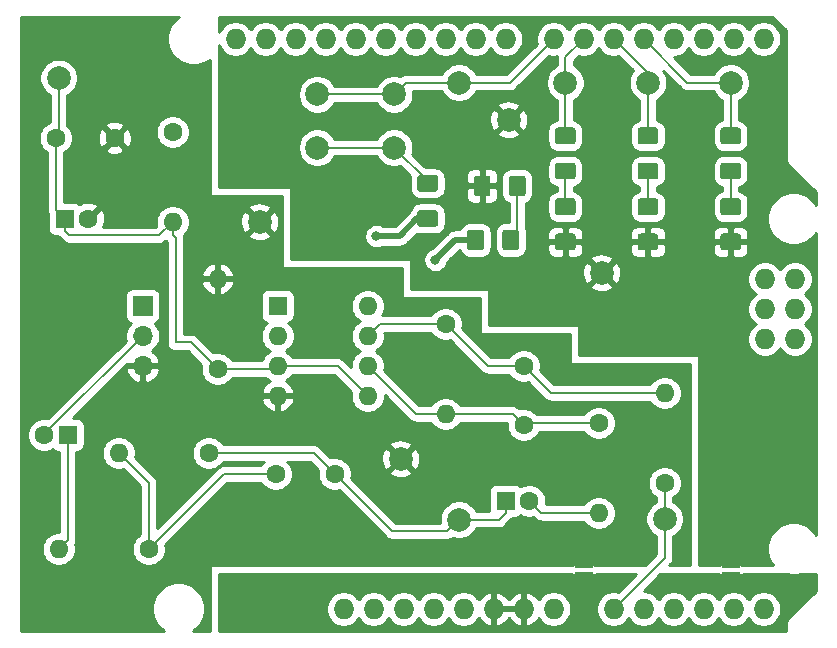
<source format=gbr>
%TF.GenerationSoftware,KiCad,Pcbnew,(5.1.5)-3*%
%TF.CreationDate,2020-05-16T01:35:24+02:00*%
%TF.ProjectId,DopplerShiftRadarModule,446f7070-6c65-4725-9368-696674526164,v1.1*%
%TF.SameCoordinates,Original*%
%TF.FileFunction,Copper,L1,Top*%
%TF.FilePolarity,Positive*%
%FSLAX46Y46*%
G04 Gerber Fmt 4.6, Leading zero omitted, Abs format (unit mm)*
G04 Created by KiCad (PCBNEW (5.1.5)-3) date 2020-05-16 01:35:24*
%MOMM*%
%LPD*%
G04 APERTURE LIST*
%ADD10O,1.727200X1.727200*%
%ADD11R,1.600000X1.600000*%
%ADD12C,1.600000*%
%ADD13C,0.100000*%
%ADD14C,2.000000*%
%ADD15R,1.700000X1.700000*%
%ADD16O,1.700000X1.700000*%
%ADD17O,1.600000X1.600000*%
%ADD18C,0.800000*%
%ADD19C,0.200000*%
%ADD20C,0.500000*%
%ADD21C,0.254000*%
G04 APERTURE END LIST*
D10*
X145923000Y-102616000D03*
X145796000Y-130556000D03*
X143256000Y-130556000D03*
X140716000Y-130556000D03*
X138176000Y-130556000D03*
X135636000Y-130556000D03*
X110236000Y-130556000D03*
X116332000Y-82296000D03*
X113792000Y-82296000D03*
X111252000Y-82296000D03*
X106172000Y-82296000D03*
X103632000Y-82296000D03*
X101092000Y-82296000D03*
X118872000Y-82296000D03*
X121412000Y-82296000D03*
X123952000Y-82296000D03*
X108712000Y-82296000D03*
X128016000Y-82296000D03*
X130556000Y-82296000D03*
X133096000Y-82296000D03*
X135636000Y-82296000D03*
X138176000Y-82296000D03*
X140716000Y-82296000D03*
X143256000Y-82296000D03*
X145796000Y-82296000D03*
X112776000Y-130556000D03*
X115316000Y-130556000D03*
X117856000Y-130556000D03*
X120396000Y-130556000D03*
X122936000Y-130556000D03*
X125476000Y-130556000D03*
X128016000Y-130556000D03*
X133096000Y-130556000D03*
X148463000Y-102616000D03*
X145923000Y-105156000D03*
X148463000Y-105156000D03*
X148463000Y-107696000D03*
X145923000Y-107696000D03*
D11*
X86868000Y-115824000D03*
D12*
X84868000Y-115824000D03*
X88614000Y-97536000D03*
D11*
X86614000Y-97536000D03*
D12*
X104474000Y-119126000D03*
X109474000Y-119126000D03*
X85852000Y-90678000D03*
X90852000Y-90678000D03*
D11*
X123952000Y-121412000D03*
D12*
X125952000Y-121412000D03*
X125476000Y-109982000D03*
X125476000Y-114982000D03*
%TA.AperFunction,SMDPad,CuDef*%
D13*
G36*
X143649504Y-89801204D02*
G01*
X143673773Y-89804804D01*
X143697571Y-89810765D01*
X143720671Y-89819030D01*
X143742849Y-89829520D01*
X143763893Y-89842133D01*
X143783598Y-89856747D01*
X143801777Y-89873223D01*
X143818253Y-89891402D01*
X143832867Y-89911107D01*
X143845480Y-89932151D01*
X143855970Y-89954329D01*
X143864235Y-89977429D01*
X143870196Y-90001227D01*
X143873796Y-90025496D01*
X143875000Y-90050000D01*
X143875000Y-90975000D01*
X143873796Y-90999504D01*
X143870196Y-91023773D01*
X143864235Y-91047571D01*
X143855970Y-91070671D01*
X143845480Y-91092849D01*
X143832867Y-91113893D01*
X143818253Y-91133598D01*
X143801777Y-91151777D01*
X143783598Y-91168253D01*
X143763893Y-91182867D01*
X143742849Y-91195480D01*
X143720671Y-91205970D01*
X143697571Y-91214235D01*
X143673773Y-91220196D01*
X143649504Y-91223796D01*
X143625000Y-91225000D01*
X142375000Y-91225000D01*
X142350496Y-91223796D01*
X142326227Y-91220196D01*
X142302429Y-91214235D01*
X142279329Y-91205970D01*
X142257151Y-91195480D01*
X142236107Y-91182867D01*
X142216402Y-91168253D01*
X142198223Y-91151777D01*
X142181747Y-91133598D01*
X142167133Y-91113893D01*
X142154520Y-91092849D01*
X142144030Y-91070671D01*
X142135765Y-91047571D01*
X142129804Y-91023773D01*
X142126204Y-90999504D01*
X142125000Y-90975000D01*
X142125000Y-90050000D01*
X142126204Y-90025496D01*
X142129804Y-90001227D01*
X142135765Y-89977429D01*
X142144030Y-89954329D01*
X142154520Y-89932151D01*
X142167133Y-89911107D01*
X142181747Y-89891402D01*
X142198223Y-89873223D01*
X142216402Y-89856747D01*
X142236107Y-89842133D01*
X142257151Y-89829520D01*
X142279329Y-89819030D01*
X142302429Y-89810765D01*
X142326227Y-89804804D01*
X142350496Y-89801204D01*
X142375000Y-89800000D01*
X143625000Y-89800000D01*
X143649504Y-89801204D01*
G37*
%TD.AperFunction*%
%TA.AperFunction,SMDPad,CuDef*%
G36*
X143649504Y-92776204D02*
G01*
X143673773Y-92779804D01*
X143697571Y-92785765D01*
X143720671Y-92794030D01*
X143742849Y-92804520D01*
X143763893Y-92817133D01*
X143783598Y-92831747D01*
X143801777Y-92848223D01*
X143818253Y-92866402D01*
X143832867Y-92886107D01*
X143845480Y-92907151D01*
X143855970Y-92929329D01*
X143864235Y-92952429D01*
X143870196Y-92976227D01*
X143873796Y-93000496D01*
X143875000Y-93025000D01*
X143875000Y-93950000D01*
X143873796Y-93974504D01*
X143870196Y-93998773D01*
X143864235Y-94022571D01*
X143855970Y-94045671D01*
X143845480Y-94067849D01*
X143832867Y-94088893D01*
X143818253Y-94108598D01*
X143801777Y-94126777D01*
X143783598Y-94143253D01*
X143763893Y-94157867D01*
X143742849Y-94170480D01*
X143720671Y-94180970D01*
X143697571Y-94189235D01*
X143673773Y-94195196D01*
X143649504Y-94198796D01*
X143625000Y-94200000D01*
X142375000Y-94200000D01*
X142350496Y-94198796D01*
X142326227Y-94195196D01*
X142302429Y-94189235D01*
X142279329Y-94180970D01*
X142257151Y-94170480D01*
X142236107Y-94157867D01*
X142216402Y-94143253D01*
X142198223Y-94126777D01*
X142181747Y-94108598D01*
X142167133Y-94088893D01*
X142154520Y-94067849D01*
X142144030Y-94045671D01*
X142135765Y-94022571D01*
X142129804Y-93998773D01*
X142126204Y-93974504D01*
X142125000Y-93950000D01*
X142125000Y-93025000D01*
X142126204Y-93000496D01*
X142129804Y-92976227D01*
X142135765Y-92952429D01*
X142144030Y-92929329D01*
X142154520Y-92907151D01*
X142167133Y-92886107D01*
X142181747Y-92866402D01*
X142198223Y-92848223D01*
X142216402Y-92831747D01*
X142236107Y-92817133D01*
X142257151Y-92804520D01*
X142279329Y-92794030D01*
X142302429Y-92785765D01*
X142326227Y-92779804D01*
X142350496Y-92776204D01*
X142375000Y-92775000D01*
X143625000Y-92775000D01*
X143649504Y-92776204D01*
G37*
%TD.AperFunction*%
%TA.AperFunction,SMDPad,CuDef*%
G36*
X136649504Y-92776204D02*
G01*
X136673773Y-92779804D01*
X136697571Y-92785765D01*
X136720671Y-92794030D01*
X136742849Y-92804520D01*
X136763893Y-92817133D01*
X136783598Y-92831747D01*
X136801777Y-92848223D01*
X136818253Y-92866402D01*
X136832867Y-92886107D01*
X136845480Y-92907151D01*
X136855970Y-92929329D01*
X136864235Y-92952429D01*
X136870196Y-92976227D01*
X136873796Y-93000496D01*
X136875000Y-93025000D01*
X136875000Y-93950000D01*
X136873796Y-93974504D01*
X136870196Y-93998773D01*
X136864235Y-94022571D01*
X136855970Y-94045671D01*
X136845480Y-94067849D01*
X136832867Y-94088893D01*
X136818253Y-94108598D01*
X136801777Y-94126777D01*
X136783598Y-94143253D01*
X136763893Y-94157867D01*
X136742849Y-94170480D01*
X136720671Y-94180970D01*
X136697571Y-94189235D01*
X136673773Y-94195196D01*
X136649504Y-94198796D01*
X136625000Y-94200000D01*
X135375000Y-94200000D01*
X135350496Y-94198796D01*
X135326227Y-94195196D01*
X135302429Y-94189235D01*
X135279329Y-94180970D01*
X135257151Y-94170480D01*
X135236107Y-94157867D01*
X135216402Y-94143253D01*
X135198223Y-94126777D01*
X135181747Y-94108598D01*
X135167133Y-94088893D01*
X135154520Y-94067849D01*
X135144030Y-94045671D01*
X135135765Y-94022571D01*
X135129804Y-93998773D01*
X135126204Y-93974504D01*
X135125000Y-93950000D01*
X135125000Y-93025000D01*
X135126204Y-93000496D01*
X135129804Y-92976227D01*
X135135765Y-92952429D01*
X135144030Y-92929329D01*
X135154520Y-92907151D01*
X135167133Y-92886107D01*
X135181747Y-92866402D01*
X135198223Y-92848223D01*
X135216402Y-92831747D01*
X135236107Y-92817133D01*
X135257151Y-92804520D01*
X135279329Y-92794030D01*
X135302429Y-92785765D01*
X135326227Y-92779804D01*
X135350496Y-92776204D01*
X135375000Y-92775000D01*
X136625000Y-92775000D01*
X136649504Y-92776204D01*
G37*
%TD.AperFunction*%
%TA.AperFunction,SMDPad,CuDef*%
G36*
X136649504Y-89801204D02*
G01*
X136673773Y-89804804D01*
X136697571Y-89810765D01*
X136720671Y-89819030D01*
X136742849Y-89829520D01*
X136763893Y-89842133D01*
X136783598Y-89856747D01*
X136801777Y-89873223D01*
X136818253Y-89891402D01*
X136832867Y-89911107D01*
X136845480Y-89932151D01*
X136855970Y-89954329D01*
X136864235Y-89977429D01*
X136870196Y-90001227D01*
X136873796Y-90025496D01*
X136875000Y-90050000D01*
X136875000Y-90975000D01*
X136873796Y-90999504D01*
X136870196Y-91023773D01*
X136864235Y-91047571D01*
X136855970Y-91070671D01*
X136845480Y-91092849D01*
X136832867Y-91113893D01*
X136818253Y-91133598D01*
X136801777Y-91151777D01*
X136783598Y-91168253D01*
X136763893Y-91182867D01*
X136742849Y-91195480D01*
X136720671Y-91205970D01*
X136697571Y-91214235D01*
X136673773Y-91220196D01*
X136649504Y-91223796D01*
X136625000Y-91225000D01*
X135375000Y-91225000D01*
X135350496Y-91223796D01*
X135326227Y-91220196D01*
X135302429Y-91214235D01*
X135279329Y-91205970D01*
X135257151Y-91195480D01*
X135236107Y-91182867D01*
X135216402Y-91168253D01*
X135198223Y-91151777D01*
X135181747Y-91133598D01*
X135167133Y-91113893D01*
X135154520Y-91092849D01*
X135144030Y-91070671D01*
X135135765Y-91047571D01*
X135129804Y-91023773D01*
X135126204Y-90999504D01*
X135125000Y-90975000D01*
X135125000Y-90050000D01*
X135126204Y-90025496D01*
X135129804Y-90001227D01*
X135135765Y-89977429D01*
X135144030Y-89954329D01*
X135154520Y-89932151D01*
X135167133Y-89911107D01*
X135181747Y-89891402D01*
X135198223Y-89873223D01*
X135216402Y-89856747D01*
X135236107Y-89842133D01*
X135257151Y-89829520D01*
X135279329Y-89819030D01*
X135302429Y-89810765D01*
X135326227Y-89804804D01*
X135350496Y-89801204D01*
X135375000Y-89800000D01*
X136625000Y-89800000D01*
X136649504Y-89801204D01*
G37*
%TD.AperFunction*%
%TA.AperFunction,SMDPad,CuDef*%
G36*
X129649504Y-89801204D02*
G01*
X129673773Y-89804804D01*
X129697571Y-89810765D01*
X129720671Y-89819030D01*
X129742849Y-89829520D01*
X129763893Y-89842133D01*
X129783598Y-89856747D01*
X129801777Y-89873223D01*
X129818253Y-89891402D01*
X129832867Y-89911107D01*
X129845480Y-89932151D01*
X129855970Y-89954329D01*
X129864235Y-89977429D01*
X129870196Y-90001227D01*
X129873796Y-90025496D01*
X129875000Y-90050000D01*
X129875000Y-90975000D01*
X129873796Y-90999504D01*
X129870196Y-91023773D01*
X129864235Y-91047571D01*
X129855970Y-91070671D01*
X129845480Y-91092849D01*
X129832867Y-91113893D01*
X129818253Y-91133598D01*
X129801777Y-91151777D01*
X129783598Y-91168253D01*
X129763893Y-91182867D01*
X129742849Y-91195480D01*
X129720671Y-91205970D01*
X129697571Y-91214235D01*
X129673773Y-91220196D01*
X129649504Y-91223796D01*
X129625000Y-91225000D01*
X128375000Y-91225000D01*
X128350496Y-91223796D01*
X128326227Y-91220196D01*
X128302429Y-91214235D01*
X128279329Y-91205970D01*
X128257151Y-91195480D01*
X128236107Y-91182867D01*
X128216402Y-91168253D01*
X128198223Y-91151777D01*
X128181747Y-91133598D01*
X128167133Y-91113893D01*
X128154520Y-91092849D01*
X128144030Y-91070671D01*
X128135765Y-91047571D01*
X128129804Y-91023773D01*
X128126204Y-90999504D01*
X128125000Y-90975000D01*
X128125000Y-90050000D01*
X128126204Y-90025496D01*
X128129804Y-90001227D01*
X128135765Y-89977429D01*
X128144030Y-89954329D01*
X128154520Y-89932151D01*
X128167133Y-89911107D01*
X128181747Y-89891402D01*
X128198223Y-89873223D01*
X128216402Y-89856747D01*
X128236107Y-89842133D01*
X128257151Y-89829520D01*
X128279329Y-89819030D01*
X128302429Y-89810765D01*
X128326227Y-89804804D01*
X128350496Y-89801204D01*
X128375000Y-89800000D01*
X129625000Y-89800000D01*
X129649504Y-89801204D01*
G37*
%TD.AperFunction*%
%TA.AperFunction,SMDPad,CuDef*%
G36*
X129649504Y-92776204D02*
G01*
X129673773Y-92779804D01*
X129697571Y-92785765D01*
X129720671Y-92794030D01*
X129742849Y-92804520D01*
X129763893Y-92817133D01*
X129783598Y-92831747D01*
X129801777Y-92848223D01*
X129818253Y-92866402D01*
X129832867Y-92886107D01*
X129845480Y-92907151D01*
X129855970Y-92929329D01*
X129864235Y-92952429D01*
X129870196Y-92976227D01*
X129873796Y-93000496D01*
X129875000Y-93025000D01*
X129875000Y-93950000D01*
X129873796Y-93974504D01*
X129870196Y-93998773D01*
X129864235Y-94022571D01*
X129855970Y-94045671D01*
X129845480Y-94067849D01*
X129832867Y-94088893D01*
X129818253Y-94108598D01*
X129801777Y-94126777D01*
X129783598Y-94143253D01*
X129763893Y-94157867D01*
X129742849Y-94170480D01*
X129720671Y-94180970D01*
X129697571Y-94189235D01*
X129673773Y-94195196D01*
X129649504Y-94198796D01*
X129625000Y-94200000D01*
X128375000Y-94200000D01*
X128350496Y-94198796D01*
X128326227Y-94195196D01*
X128302429Y-94189235D01*
X128279329Y-94180970D01*
X128257151Y-94170480D01*
X128236107Y-94157867D01*
X128216402Y-94143253D01*
X128198223Y-94126777D01*
X128181747Y-94108598D01*
X128167133Y-94088893D01*
X128154520Y-94067849D01*
X128144030Y-94045671D01*
X128135765Y-94022571D01*
X128129804Y-93998773D01*
X128126204Y-93974504D01*
X128125000Y-93950000D01*
X128125000Y-93025000D01*
X128126204Y-93000496D01*
X128129804Y-92976227D01*
X128135765Y-92952429D01*
X128144030Y-92929329D01*
X128154520Y-92907151D01*
X128167133Y-92886107D01*
X128181747Y-92866402D01*
X128198223Y-92848223D01*
X128216402Y-92831747D01*
X128236107Y-92817133D01*
X128257151Y-92804520D01*
X128279329Y-92794030D01*
X128302429Y-92785765D01*
X128326227Y-92779804D01*
X128350496Y-92776204D01*
X128375000Y-92775000D01*
X129625000Y-92775000D01*
X129649504Y-92776204D01*
G37*
%TD.AperFunction*%
%TA.AperFunction,SMDPad,CuDef*%
G36*
X124874004Y-98440204D02*
G01*
X124898273Y-98443804D01*
X124922071Y-98449765D01*
X124945171Y-98458030D01*
X124967349Y-98468520D01*
X124988393Y-98481133D01*
X125008098Y-98495747D01*
X125026277Y-98512223D01*
X125042753Y-98530402D01*
X125057367Y-98550107D01*
X125069980Y-98571151D01*
X125080470Y-98593329D01*
X125088735Y-98616429D01*
X125094696Y-98640227D01*
X125098296Y-98664496D01*
X125099500Y-98689000D01*
X125099500Y-99939000D01*
X125098296Y-99963504D01*
X125094696Y-99987773D01*
X125088735Y-100011571D01*
X125080470Y-100034671D01*
X125069980Y-100056849D01*
X125057367Y-100077893D01*
X125042753Y-100097598D01*
X125026277Y-100115777D01*
X125008098Y-100132253D01*
X124988393Y-100146867D01*
X124967349Y-100159480D01*
X124945171Y-100169970D01*
X124922071Y-100178235D01*
X124898273Y-100184196D01*
X124874004Y-100187796D01*
X124849500Y-100189000D01*
X123924500Y-100189000D01*
X123899996Y-100187796D01*
X123875727Y-100184196D01*
X123851929Y-100178235D01*
X123828829Y-100169970D01*
X123806651Y-100159480D01*
X123785607Y-100146867D01*
X123765902Y-100132253D01*
X123747723Y-100115777D01*
X123731247Y-100097598D01*
X123716633Y-100077893D01*
X123704020Y-100056849D01*
X123693530Y-100034671D01*
X123685265Y-100011571D01*
X123679304Y-99987773D01*
X123675704Y-99963504D01*
X123674500Y-99939000D01*
X123674500Y-98689000D01*
X123675704Y-98664496D01*
X123679304Y-98640227D01*
X123685265Y-98616429D01*
X123693530Y-98593329D01*
X123704020Y-98571151D01*
X123716633Y-98550107D01*
X123731247Y-98530402D01*
X123747723Y-98512223D01*
X123765902Y-98495747D01*
X123785607Y-98481133D01*
X123806651Y-98468520D01*
X123828829Y-98458030D01*
X123851929Y-98449765D01*
X123875727Y-98443804D01*
X123899996Y-98440204D01*
X123924500Y-98439000D01*
X124849500Y-98439000D01*
X124874004Y-98440204D01*
G37*
%TD.AperFunction*%
%TA.AperFunction,SMDPad,CuDef*%
G36*
X121899004Y-98440204D02*
G01*
X121923273Y-98443804D01*
X121947071Y-98449765D01*
X121970171Y-98458030D01*
X121992349Y-98468520D01*
X122013393Y-98481133D01*
X122033098Y-98495747D01*
X122051277Y-98512223D01*
X122067753Y-98530402D01*
X122082367Y-98550107D01*
X122094980Y-98571151D01*
X122105470Y-98593329D01*
X122113735Y-98616429D01*
X122119696Y-98640227D01*
X122123296Y-98664496D01*
X122124500Y-98689000D01*
X122124500Y-99939000D01*
X122123296Y-99963504D01*
X122119696Y-99987773D01*
X122113735Y-100011571D01*
X122105470Y-100034671D01*
X122094980Y-100056849D01*
X122082367Y-100077893D01*
X122067753Y-100097598D01*
X122051277Y-100115777D01*
X122033098Y-100132253D01*
X122013393Y-100146867D01*
X121992349Y-100159480D01*
X121970171Y-100169970D01*
X121947071Y-100178235D01*
X121923273Y-100184196D01*
X121899004Y-100187796D01*
X121874500Y-100189000D01*
X120949500Y-100189000D01*
X120924996Y-100187796D01*
X120900727Y-100184196D01*
X120876929Y-100178235D01*
X120853829Y-100169970D01*
X120831651Y-100159480D01*
X120810607Y-100146867D01*
X120790902Y-100132253D01*
X120772723Y-100115777D01*
X120756247Y-100097598D01*
X120741633Y-100077893D01*
X120729020Y-100056849D01*
X120718530Y-100034671D01*
X120710265Y-100011571D01*
X120704304Y-99987773D01*
X120700704Y-99963504D01*
X120699500Y-99939000D01*
X120699500Y-98689000D01*
X120700704Y-98664496D01*
X120704304Y-98640227D01*
X120710265Y-98616429D01*
X120718530Y-98593329D01*
X120729020Y-98571151D01*
X120741633Y-98550107D01*
X120756247Y-98530402D01*
X120772723Y-98512223D01*
X120790902Y-98495747D01*
X120810607Y-98481133D01*
X120831651Y-98468520D01*
X120853829Y-98458030D01*
X120876929Y-98449765D01*
X120900727Y-98443804D01*
X120924996Y-98440204D01*
X120949500Y-98439000D01*
X121874500Y-98439000D01*
X121899004Y-98440204D01*
G37*
%TD.AperFunction*%
D14*
X137414000Y-122936000D03*
D15*
X93218000Y-104902000D03*
D16*
X93218000Y-107442000D03*
X93218000Y-109982000D03*
D14*
X132080000Y-102108000D03*
X86106000Y-85598000D03*
X120000000Y-123000000D03*
X103124000Y-97790000D03*
X124206000Y-89154000D03*
X115062000Y-117856000D03*
X120000000Y-86000000D03*
X143000000Y-86000000D03*
X136000000Y-86000000D03*
X129000000Y-86000000D03*
%TA.AperFunction,SMDPad,CuDef*%
D13*
G36*
X131305398Y-127904000D02*
G01*
X131305398Y-127928534D01*
X131300588Y-127977365D01*
X131291016Y-128025490D01*
X131276772Y-128072445D01*
X131257995Y-128117778D01*
X131234864Y-128161051D01*
X131207604Y-128201850D01*
X131176476Y-128239779D01*
X131141779Y-128274476D01*
X131103850Y-128305604D01*
X131063051Y-128332864D01*
X131019778Y-128355995D01*
X130974445Y-128374772D01*
X130927490Y-128389016D01*
X130879365Y-128398588D01*
X130830534Y-128403398D01*
X130806000Y-128403398D01*
X130806000Y-128404000D01*
X130306000Y-128404000D01*
X130306000Y-128403398D01*
X130281466Y-128403398D01*
X130232635Y-128398588D01*
X130184510Y-128389016D01*
X130137555Y-128374772D01*
X130092222Y-128355995D01*
X130048949Y-128332864D01*
X130008150Y-128305604D01*
X129970221Y-128274476D01*
X129935524Y-128239779D01*
X129904396Y-128201850D01*
X129877136Y-128161051D01*
X129854005Y-128117778D01*
X129835228Y-128072445D01*
X129820984Y-128025490D01*
X129811412Y-127977365D01*
X129806602Y-127928534D01*
X129806602Y-127904000D01*
X129806000Y-127904000D01*
X129806000Y-127404000D01*
X131306000Y-127404000D01*
X131306000Y-127904000D01*
X131305398Y-127904000D01*
G37*
%TD.AperFunction*%
%TA.AperFunction,SMDPad,CuDef*%
G36*
X129806000Y-127104000D02*
G01*
X129806000Y-126604000D01*
X129806602Y-126604000D01*
X129806602Y-126579466D01*
X129811412Y-126530635D01*
X129820984Y-126482510D01*
X129835228Y-126435555D01*
X129854005Y-126390222D01*
X129877136Y-126346949D01*
X129904396Y-126306150D01*
X129935524Y-126268221D01*
X129970221Y-126233524D01*
X130008150Y-126202396D01*
X130048949Y-126175136D01*
X130092222Y-126152005D01*
X130137555Y-126133228D01*
X130184510Y-126118984D01*
X130232635Y-126109412D01*
X130281466Y-126104602D01*
X130306000Y-126104602D01*
X130306000Y-126104000D01*
X130806000Y-126104000D01*
X130806000Y-126104602D01*
X130830534Y-126104602D01*
X130879365Y-126109412D01*
X130927490Y-126118984D01*
X130974445Y-126133228D01*
X131019778Y-126152005D01*
X131063051Y-126175136D01*
X131103850Y-126202396D01*
X131141779Y-126233524D01*
X131176476Y-126268221D01*
X131207604Y-126306150D01*
X131234864Y-126346949D01*
X131257995Y-126390222D01*
X131276772Y-126435555D01*
X131291016Y-126482510D01*
X131300588Y-126530635D01*
X131305398Y-126579466D01*
X131305398Y-126604000D01*
X131306000Y-126604000D01*
X131306000Y-127104000D01*
X129806000Y-127104000D01*
G37*
%TD.AperFunction*%
%TA.AperFunction,SMDPad,CuDef*%
G36*
X142252602Y-126604000D02*
G01*
X142252602Y-126579466D01*
X142257412Y-126530635D01*
X142266984Y-126482510D01*
X142281228Y-126435555D01*
X142300005Y-126390222D01*
X142323136Y-126346949D01*
X142350396Y-126306150D01*
X142381524Y-126268221D01*
X142416221Y-126233524D01*
X142454150Y-126202396D01*
X142494949Y-126175136D01*
X142538222Y-126152005D01*
X142583555Y-126133228D01*
X142630510Y-126118984D01*
X142678635Y-126109412D01*
X142727466Y-126104602D01*
X142752000Y-126104602D01*
X142752000Y-126104000D01*
X143252000Y-126104000D01*
X143252000Y-126104602D01*
X143276534Y-126104602D01*
X143325365Y-126109412D01*
X143373490Y-126118984D01*
X143420445Y-126133228D01*
X143465778Y-126152005D01*
X143509051Y-126175136D01*
X143549850Y-126202396D01*
X143587779Y-126233524D01*
X143622476Y-126268221D01*
X143653604Y-126306150D01*
X143680864Y-126346949D01*
X143703995Y-126390222D01*
X143722772Y-126435555D01*
X143737016Y-126482510D01*
X143746588Y-126530635D01*
X143751398Y-126579466D01*
X143751398Y-126604000D01*
X143752000Y-126604000D01*
X143752000Y-127104000D01*
X142252000Y-127104000D01*
X142252000Y-126604000D01*
X142252602Y-126604000D01*
G37*
%TD.AperFunction*%
%TA.AperFunction,SMDPad,CuDef*%
G36*
X143752000Y-127404000D02*
G01*
X143752000Y-127904000D01*
X143751398Y-127904000D01*
X143751398Y-127928534D01*
X143746588Y-127977365D01*
X143737016Y-128025490D01*
X143722772Y-128072445D01*
X143703995Y-128117778D01*
X143680864Y-128161051D01*
X143653604Y-128201850D01*
X143622476Y-128239779D01*
X143587779Y-128274476D01*
X143549850Y-128305604D01*
X143509051Y-128332864D01*
X143465778Y-128355995D01*
X143420445Y-128374772D01*
X143373490Y-128389016D01*
X143325365Y-128398588D01*
X143276534Y-128403398D01*
X143252000Y-128403398D01*
X143252000Y-128404000D01*
X142752000Y-128404000D01*
X142752000Y-128403398D01*
X142727466Y-128403398D01*
X142678635Y-128398588D01*
X142630510Y-128389016D01*
X142583555Y-128374772D01*
X142538222Y-128355995D01*
X142494949Y-128332864D01*
X142454150Y-128305604D01*
X142416221Y-128274476D01*
X142381524Y-128239779D01*
X142350396Y-128201850D01*
X142323136Y-128161051D01*
X142300005Y-128117778D01*
X142281228Y-128072445D01*
X142266984Y-128025490D01*
X142257412Y-127977365D01*
X142252602Y-127928534D01*
X142252602Y-127904000D01*
X142252000Y-127904000D01*
X142252000Y-127404000D01*
X143752000Y-127404000D01*
G37*
%TD.AperFunction*%
D17*
X95758000Y-97790000D03*
D12*
X95758000Y-90170000D03*
X99568000Y-110236000D03*
D17*
X99568000Y-102616000D03*
D12*
X93726000Y-125476000D03*
D17*
X86106000Y-125476000D03*
D12*
X98806000Y-117348000D03*
D17*
X91186000Y-117348000D03*
D12*
X131826000Y-114808000D03*
D17*
X131826000Y-122428000D03*
X118872000Y-114046000D03*
D12*
X118872000Y-106426000D03*
X137414000Y-119888000D03*
D17*
X137414000Y-112268000D03*
%TA.AperFunction,SMDPad,CuDef*%
D13*
G36*
X143649504Y-98776204D02*
G01*
X143673773Y-98779804D01*
X143697571Y-98785765D01*
X143720671Y-98794030D01*
X143742849Y-98804520D01*
X143763893Y-98817133D01*
X143783598Y-98831747D01*
X143801777Y-98848223D01*
X143818253Y-98866402D01*
X143832867Y-98886107D01*
X143845480Y-98907151D01*
X143855970Y-98929329D01*
X143864235Y-98952429D01*
X143870196Y-98976227D01*
X143873796Y-99000496D01*
X143875000Y-99025000D01*
X143875000Y-99950000D01*
X143873796Y-99974504D01*
X143870196Y-99998773D01*
X143864235Y-100022571D01*
X143855970Y-100045671D01*
X143845480Y-100067849D01*
X143832867Y-100088893D01*
X143818253Y-100108598D01*
X143801777Y-100126777D01*
X143783598Y-100143253D01*
X143763893Y-100157867D01*
X143742849Y-100170480D01*
X143720671Y-100180970D01*
X143697571Y-100189235D01*
X143673773Y-100195196D01*
X143649504Y-100198796D01*
X143625000Y-100200000D01*
X142375000Y-100200000D01*
X142350496Y-100198796D01*
X142326227Y-100195196D01*
X142302429Y-100189235D01*
X142279329Y-100180970D01*
X142257151Y-100170480D01*
X142236107Y-100157867D01*
X142216402Y-100143253D01*
X142198223Y-100126777D01*
X142181747Y-100108598D01*
X142167133Y-100088893D01*
X142154520Y-100067849D01*
X142144030Y-100045671D01*
X142135765Y-100022571D01*
X142129804Y-99998773D01*
X142126204Y-99974504D01*
X142125000Y-99950000D01*
X142125000Y-99025000D01*
X142126204Y-99000496D01*
X142129804Y-98976227D01*
X142135765Y-98952429D01*
X142144030Y-98929329D01*
X142154520Y-98907151D01*
X142167133Y-98886107D01*
X142181747Y-98866402D01*
X142198223Y-98848223D01*
X142216402Y-98831747D01*
X142236107Y-98817133D01*
X142257151Y-98804520D01*
X142279329Y-98794030D01*
X142302429Y-98785765D01*
X142326227Y-98779804D01*
X142350496Y-98776204D01*
X142375000Y-98775000D01*
X143625000Y-98775000D01*
X143649504Y-98776204D01*
G37*
%TD.AperFunction*%
%TA.AperFunction,SMDPad,CuDef*%
G36*
X143649504Y-95801204D02*
G01*
X143673773Y-95804804D01*
X143697571Y-95810765D01*
X143720671Y-95819030D01*
X143742849Y-95829520D01*
X143763893Y-95842133D01*
X143783598Y-95856747D01*
X143801777Y-95873223D01*
X143818253Y-95891402D01*
X143832867Y-95911107D01*
X143845480Y-95932151D01*
X143855970Y-95954329D01*
X143864235Y-95977429D01*
X143870196Y-96001227D01*
X143873796Y-96025496D01*
X143875000Y-96050000D01*
X143875000Y-96975000D01*
X143873796Y-96999504D01*
X143870196Y-97023773D01*
X143864235Y-97047571D01*
X143855970Y-97070671D01*
X143845480Y-97092849D01*
X143832867Y-97113893D01*
X143818253Y-97133598D01*
X143801777Y-97151777D01*
X143783598Y-97168253D01*
X143763893Y-97182867D01*
X143742849Y-97195480D01*
X143720671Y-97205970D01*
X143697571Y-97214235D01*
X143673773Y-97220196D01*
X143649504Y-97223796D01*
X143625000Y-97225000D01*
X142375000Y-97225000D01*
X142350496Y-97223796D01*
X142326227Y-97220196D01*
X142302429Y-97214235D01*
X142279329Y-97205970D01*
X142257151Y-97195480D01*
X142236107Y-97182867D01*
X142216402Y-97168253D01*
X142198223Y-97151777D01*
X142181747Y-97133598D01*
X142167133Y-97113893D01*
X142154520Y-97092849D01*
X142144030Y-97070671D01*
X142135765Y-97047571D01*
X142129804Y-97023773D01*
X142126204Y-96999504D01*
X142125000Y-96975000D01*
X142125000Y-96050000D01*
X142126204Y-96025496D01*
X142129804Y-96001227D01*
X142135765Y-95977429D01*
X142144030Y-95954329D01*
X142154520Y-95932151D01*
X142167133Y-95911107D01*
X142181747Y-95891402D01*
X142198223Y-95873223D01*
X142216402Y-95856747D01*
X142236107Y-95842133D01*
X142257151Y-95829520D01*
X142279329Y-95819030D01*
X142302429Y-95810765D01*
X142326227Y-95804804D01*
X142350496Y-95801204D01*
X142375000Y-95800000D01*
X143625000Y-95800000D01*
X143649504Y-95801204D01*
G37*
%TD.AperFunction*%
%TA.AperFunction,SMDPad,CuDef*%
G36*
X136649504Y-98776204D02*
G01*
X136673773Y-98779804D01*
X136697571Y-98785765D01*
X136720671Y-98794030D01*
X136742849Y-98804520D01*
X136763893Y-98817133D01*
X136783598Y-98831747D01*
X136801777Y-98848223D01*
X136818253Y-98866402D01*
X136832867Y-98886107D01*
X136845480Y-98907151D01*
X136855970Y-98929329D01*
X136864235Y-98952429D01*
X136870196Y-98976227D01*
X136873796Y-99000496D01*
X136875000Y-99025000D01*
X136875000Y-99950000D01*
X136873796Y-99974504D01*
X136870196Y-99998773D01*
X136864235Y-100022571D01*
X136855970Y-100045671D01*
X136845480Y-100067849D01*
X136832867Y-100088893D01*
X136818253Y-100108598D01*
X136801777Y-100126777D01*
X136783598Y-100143253D01*
X136763893Y-100157867D01*
X136742849Y-100170480D01*
X136720671Y-100180970D01*
X136697571Y-100189235D01*
X136673773Y-100195196D01*
X136649504Y-100198796D01*
X136625000Y-100200000D01*
X135375000Y-100200000D01*
X135350496Y-100198796D01*
X135326227Y-100195196D01*
X135302429Y-100189235D01*
X135279329Y-100180970D01*
X135257151Y-100170480D01*
X135236107Y-100157867D01*
X135216402Y-100143253D01*
X135198223Y-100126777D01*
X135181747Y-100108598D01*
X135167133Y-100088893D01*
X135154520Y-100067849D01*
X135144030Y-100045671D01*
X135135765Y-100022571D01*
X135129804Y-99998773D01*
X135126204Y-99974504D01*
X135125000Y-99950000D01*
X135125000Y-99025000D01*
X135126204Y-99000496D01*
X135129804Y-98976227D01*
X135135765Y-98952429D01*
X135144030Y-98929329D01*
X135154520Y-98907151D01*
X135167133Y-98886107D01*
X135181747Y-98866402D01*
X135198223Y-98848223D01*
X135216402Y-98831747D01*
X135236107Y-98817133D01*
X135257151Y-98804520D01*
X135279329Y-98794030D01*
X135302429Y-98785765D01*
X135326227Y-98779804D01*
X135350496Y-98776204D01*
X135375000Y-98775000D01*
X136625000Y-98775000D01*
X136649504Y-98776204D01*
G37*
%TD.AperFunction*%
%TA.AperFunction,SMDPad,CuDef*%
G36*
X136649504Y-95801204D02*
G01*
X136673773Y-95804804D01*
X136697571Y-95810765D01*
X136720671Y-95819030D01*
X136742849Y-95829520D01*
X136763893Y-95842133D01*
X136783598Y-95856747D01*
X136801777Y-95873223D01*
X136818253Y-95891402D01*
X136832867Y-95911107D01*
X136845480Y-95932151D01*
X136855970Y-95954329D01*
X136864235Y-95977429D01*
X136870196Y-96001227D01*
X136873796Y-96025496D01*
X136875000Y-96050000D01*
X136875000Y-96975000D01*
X136873796Y-96999504D01*
X136870196Y-97023773D01*
X136864235Y-97047571D01*
X136855970Y-97070671D01*
X136845480Y-97092849D01*
X136832867Y-97113893D01*
X136818253Y-97133598D01*
X136801777Y-97151777D01*
X136783598Y-97168253D01*
X136763893Y-97182867D01*
X136742849Y-97195480D01*
X136720671Y-97205970D01*
X136697571Y-97214235D01*
X136673773Y-97220196D01*
X136649504Y-97223796D01*
X136625000Y-97225000D01*
X135375000Y-97225000D01*
X135350496Y-97223796D01*
X135326227Y-97220196D01*
X135302429Y-97214235D01*
X135279329Y-97205970D01*
X135257151Y-97195480D01*
X135236107Y-97182867D01*
X135216402Y-97168253D01*
X135198223Y-97151777D01*
X135181747Y-97133598D01*
X135167133Y-97113893D01*
X135154520Y-97092849D01*
X135144030Y-97070671D01*
X135135765Y-97047571D01*
X135129804Y-97023773D01*
X135126204Y-96999504D01*
X135125000Y-96975000D01*
X135125000Y-96050000D01*
X135126204Y-96025496D01*
X135129804Y-96001227D01*
X135135765Y-95977429D01*
X135144030Y-95954329D01*
X135154520Y-95932151D01*
X135167133Y-95911107D01*
X135181747Y-95891402D01*
X135198223Y-95873223D01*
X135216402Y-95856747D01*
X135236107Y-95842133D01*
X135257151Y-95829520D01*
X135279329Y-95819030D01*
X135302429Y-95810765D01*
X135326227Y-95804804D01*
X135350496Y-95801204D01*
X135375000Y-95800000D01*
X136625000Y-95800000D01*
X136649504Y-95801204D01*
G37*
%TD.AperFunction*%
%TA.AperFunction,SMDPad,CuDef*%
G36*
X129649504Y-98776204D02*
G01*
X129673773Y-98779804D01*
X129697571Y-98785765D01*
X129720671Y-98794030D01*
X129742849Y-98804520D01*
X129763893Y-98817133D01*
X129783598Y-98831747D01*
X129801777Y-98848223D01*
X129818253Y-98866402D01*
X129832867Y-98886107D01*
X129845480Y-98907151D01*
X129855970Y-98929329D01*
X129864235Y-98952429D01*
X129870196Y-98976227D01*
X129873796Y-99000496D01*
X129875000Y-99025000D01*
X129875000Y-99950000D01*
X129873796Y-99974504D01*
X129870196Y-99998773D01*
X129864235Y-100022571D01*
X129855970Y-100045671D01*
X129845480Y-100067849D01*
X129832867Y-100088893D01*
X129818253Y-100108598D01*
X129801777Y-100126777D01*
X129783598Y-100143253D01*
X129763893Y-100157867D01*
X129742849Y-100170480D01*
X129720671Y-100180970D01*
X129697571Y-100189235D01*
X129673773Y-100195196D01*
X129649504Y-100198796D01*
X129625000Y-100200000D01*
X128375000Y-100200000D01*
X128350496Y-100198796D01*
X128326227Y-100195196D01*
X128302429Y-100189235D01*
X128279329Y-100180970D01*
X128257151Y-100170480D01*
X128236107Y-100157867D01*
X128216402Y-100143253D01*
X128198223Y-100126777D01*
X128181747Y-100108598D01*
X128167133Y-100088893D01*
X128154520Y-100067849D01*
X128144030Y-100045671D01*
X128135765Y-100022571D01*
X128129804Y-99998773D01*
X128126204Y-99974504D01*
X128125000Y-99950000D01*
X128125000Y-99025000D01*
X128126204Y-99000496D01*
X128129804Y-98976227D01*
X128135765Y-98952429D01*
X128144030Y-98929329D01*
X128154520Y-98907151D01*
X128167133Y-98886107D01*
X128181747Y-98866402D01*
X128198223Y-98848223D01*
X128216402Y-98831747D01*
X128236107Y-98817133D01*
X128257151Y-98804520D01*
X128279329Y-98794030D01*
X128302429Y-98785765D01*
X128326227Y-98779804D01*
X128350496Y-98776204D01*
X128375000Y-98775000D01*
X129625000Y-98775000D01*
X129649504Y-98776204D01*
G37*
%TD.AperFunction*%
%TA.AperFunction,SMDPad,CuDef*%
G36*
X129649504Y-95801204D02*
G01*
X129673773Y-95804804D01*
X129697571Y-95810765D01*
X129720671Y-95819030D01*
X129742849Y-95829520D01*
X129763893Y-95842133D01*
X129783598Y-95856747D01*
X129801777Y-95873223D01*
X129818253Y-95891402D01*
X129832867Y-95911107D01*
X129845480Y-95932151D01*
X129855970Y-95954329D01*
X129864235Y-95977429D01*
X129870196Y-96001227D01*
X129873796Y-96025496D01*
X129875000Y-96050000D01*
X129875000Y-96975000D01*
X129873796Y-96999504D01*
X129870196Y-97023773D01*
X129864235Y-97047571D01*
X129855970Y-97070671D01*
X129845480Y-97092849D01*
X129832867Y-97113893D01*
X129818253Y-97133598D01*
X129801777Y-97151777D01*
X129783598Y-97168253D01*
X129763893Y-97182867D01*
X129742849Y-97195480D01*
X129720671Y-97205970D01*
X129697571Y-97214235D01*
X129673773Y-97220196D01*
X129649504Y-97223796D01*
X129625000Y-97225000D01*
X128375000Y-97225000D01*
X128350496Y-97223796D01*
X128326227Y-97220196D01*
X128302429Y-97214235D01*
X128279329Y-97205970D01*
X128257151Y-97195480D01*
X128236107Y-97182867D01*
X128216402Y-97168253D01*
X128198223Y-97151777D01*
X128181747Y-97133598D01*
X128167133Y-97113893D01*
X128154520Y-97092849D01*
X128144030Y-97070671D01*
X128135765Y-97047571D01*
X128129804Y-97023773D01*
X128126204Y-96999504D01*
X128125000Y-96975000D01*
X128125000Y-96050000D01*
X128126204Y-96025496D01*
X128129804Y-96001227D01*
X128135765Y-95977429D01*
X128144030Y-95954329D01*
X128154520Y-95932151D01*
X128167133Y-95911107D01*
X128181747Y-95891402D01*
X128198223Y-95873223D01*
X128216402Y-95856747D01*
X128236107Y-95842133D01*
X128257151Y-95829520D01*
X128279329Y-95819030D01*
X128302429Y-95810765D01*
X128326227Y-95804804D01*
X128350496Y-95801204D01*
X128375000Y-95800000D01*
X129625000Y-95800000D01*
X129649504Y-95801204D01*
G37*
%TD.AperFunction*%
%TA.AperFunction,SMDPad,CuDef*%
G36*
X122443504Y-93868204D02*
G01*
X122467773Y-93871804D01*
X122491571Y-93877765D01*
X122514671Y-93886030D01*
X122536849Y-93896520D01*
X122557893Y-93909133D01*
X122577598Y-93923747D01*
X122595777Y-93940223D01*
X122612253Y-93958402D01*
X122626867Y-93978107D01*
X122639480Y-93999151D01*
X122649970Y-94021329D01*
X122658235Y-94044429D01*
X122664196Y-94068227D01*
X122667796Y-94092496D01*
X122669000Y-94117000D01*
X122669000Y-95367000D01*
X122667796Y-95391504D01*
X122664196Y-95415773D01*
X122658235Y-95439571D01*
X122649970Y-95462671D01*
X122639480Y-95484849D01*
X122626867Y-95505893D01*
X122612253Y-95525598D01*
X122595777Y-95543777D01*
X122577598Y-95560253D01*
X122557893Y-95574867D01*
X122536849Y-95587480D01*
X122514671Y-95597970D01*
X122491571Y-95606235D01*
X122467773Y-95612196D01*
X122443504Y-95615796D01*
X122419000Y-95617000D01*
X121494000Y-95617000D01*
X121469496Y-95615796D01*
X121445227Y-95612196D01*
X121421429Y-95606235D01*
X121398329Y-95597970D01*
X121376151Y-95587480D01*
X121355107Y-95574867D01*
X121335402Y-95560253D01*
X121317223Y-95543777D01*
X121300747Y-95525598D01*
X121286133Y-95505893D01*
X121273520Y-95484849D01*
X121263030Y-95462671D01*
X121254765Y-95439571D01*
X121248804Y-95415773D01*
X121245204Y-95391504D01*
X121244000Y-95367000D01*
X121244000Y-94117000D01*
X121245204Y-94092496D01*
X121248804Y-94068227D01*
X121254765Y-94044429D01*
X121263030Y-94021329D01*
X121273520Y-93999151D01*
X121286133Y-93978107D01*
X121300747Y-93958402D01*
X121317223Y-93940223D01*
X121335402Y-93923747D01*
X121355107Y-93909133D01*
X121376151Y-93896520D01*
X121398329Y-93886030D01*
X121421429Y-93877765D01*
X121445227Y-93871804D01*
X121469496Y-93868204D01*
X121494000Y-93867000D01*
X122419000Y-93867000D01*
X122443504Y-93868204D01*
G37*
%TD.AperFunction*%
%TA.AperFunction,SMDPad,CuDef*%
G36*
X125418504Y-93868204D02*
G01*
X125442773Y-93871804D01*
X125466571Y-93877765D01*
X125489671Y-93886030D01*
X125511849Y-93896520D01*
X125532893Y-93909133D01*
X125552598Y-93923747D01*
X125570777Y-93940223D01*
X125587253Y-93958402D01*
X125601867Y-93978107D01*
X125614480Y-93999151D01*
X125624970Y-94021329D01*
X125633235Y-94044429D01*
X125639196Y-94068227D01*
X125642796Y-94092496D01*
X125644000Y-94117000D01*
X125644000Y-95367000D01*
X125642796Y-95391504D01*
X125639196Y-95415773D01*
X125633235Y-95439571D01*
X125624970Y-95462671D01*
X125614480Y-95484849D01*
X125601867Y-95505893D01*
X125587253Y-95525598D01*
X125570777Y-95543777D01*
X125552598Y-95560253D01*
X125532893Y-95574867D01*
X125511849Y-95587480D01*
X125489671Y-95597970D01*
X125466571Y-95606235D01*
X125442773Y-95612196D01*
X125418504Y-95615796D01*
X125394000Y-95617000D01*
X124469000Y-95617000D01*
X124444496Y-95615796D01*
X124420227Y-95612196D01*
X124396429Y-95606235D01*
X124373329Y-95597970D01*
X124351151Y-95587480D01*
X124330107Y-95574867D01*
X124310402Y-95560253D01*
X124292223Y-95543777D01*
X124275747Y-95525598D01*
X124261133Y-95505893D01*
X124248520Y-95484849D01*
X124238030Y-95462671D01*
X124229765Y-95439571D01*
X124223804Y-95415773D01*
X124220204Y-95391504D01*
X124219000Y-95367000D01*
X124219000Y-94117000D01*
X124220204Y-94092496D01*
X124223804Y-94068227D01*
X124229765Y-94044429D01*
X124238030Y-94021329D01*
X124248520Y-93999151D01*
X124261133Y-93978107D01*
X124275747Y-93958402D01*
X124292223Y-93940223D01*
X124310402Y-93923747D01*
X124330107Y-93909133D01*
X124351151Y-93896520D01*
X124373329Y-93886030D01*
X124396429Y-93877765D01*
X124420227Y-93871804D01*
X124444496Y-93868204D01*
X124469000Y-93867000D01*
X125394000Y-93867000D01*
X125418504Y-93868204D01*
G37*
%TD.AperFunction*%
%TA.AperFunction,SMDPad,CuDef*%
G36*
X117997504Y-93813204D02*
G01*
X118021773Y-93816804D01*
X118045571Y-93822765D01*
X118068671Y-93831030D01*
X118090849Y-93841520D01*
X118111893Y-93854133D01*
X118131598Y-93868747D01*
X118149777Y-93885223D01*
X118166253Y-93903402D01*
X118180867Y-93923107D01*
X118193480Y-93944151D01*
X118203970Y-93966329D01*
X118212235Y-93989429D01*
X118218196Y-94013227D01*
X118221796Y-94037496D01*
X118223000Y-94062000D01*
X118223000Y-94987000D01*
X118221796Y-95011504D01*
X118218196Y-95035773D01*
X118212235Y-95059571D01*
X118203970Y-95082671D01*
X118193480Y-95104849D01*
X118180867Y-95125893D01*
X118166253Y-95145598D01*
X118149777Y-95163777D01*
X118131598Y-95180253D01*
X118111893Y-95194867D01*
X118090849Y-95207480D01*
X118068671Y-95217970D01*
X118045571Y-95226235D01*
X118021773Y-95232196D01*
X117997504Y-95235796D01*
X117973000Y-95237000D01*
X116723000Y-95237000D01*
X116698496Y-95235796D01*
X116674227Y-95232196D01*
X116650429Y-95226235D01*
X116627329Y-95217970D01*
X116605151Y-95207480D01*
X116584107Y-95194867D01*
X116564402Y-95180253D01*
X116546223Y-95163777D01*
X116529747Y-95145598D01*
X116515133Y-95125893D01*
X116502520Y-95104849D01*
X116492030Y-95082671D01*
X116483765Y-95059571D01*
X116477804Y-95035773D01*
X116474204Y-95011504D01*
X116473000Y-94987000D01*
X116473000Y-94062000D01*
X116474204Y-94037496D01*
X116477804Y-94013227D01*
X116483765Y-93989429D01*
X116492030Y-93966329D01*
X116502520Y-93944151D01*
X116515133Y-93923107D01*
X116529747Y-93903402D01*
X116546223Y-93885223D01*
X116564402Y-93868747D01*
X116584107Y-93854133D01*
X116605151Y-93841520D01*
X116627329Y-93831030D01*
X116650429Y-93822765D01*
X116674227Y-93816804D01*
X116698496Y-93813204D01*
X116723000Y-93812000D01*
X117973000Y-93812000D01*
X117997504Y-93813204D01*
G37*
%TD.AperFunction*%
%TA.AperFunction,SMDPad,CuDef*%
G36*
X117997504Y-96788204D02*
G01*
X118021773Y-96791804D01*
X118045571Y-96797765D01*
X118068671Y-96806030D01*
X118090849Y-96816520D01*
X118111893Y-96829133D01*
X118131598Y-96843747D01*
X118149777Y-96860223D01*
X118166253Y-96878402D01*
X118180867Y-96898107D01*
X118193480Y-96919151D01*
X118203970Y-96941329D01*
X118212235Y-96964429D01*
X118218196Y-96988227D01*
X118221796Y-97012496D01*
X118223000Y-97037000D01*
X118223000Y-97962000D01*
X118221796Y-97986504D01*
X118218196Y-98010773D01*
X118212235Y-98034571D01*
X118203970Y-98057671D01*
X118193480Y-98079849D01*
X118180867Y-98100893D01*
X118166253Y-98120598D01*
X118149777Y-98138777D01*
X118131598Y-98155253D01*
X118111893Y-98169867D01*
X118090849Y-98182480D01*
X118068671Y-98192970D01*
X118045571Y-98201235D01*
X118021773Y-98207196D01*
X117997504Y-98210796D01*
X117973000Y-98212000D01*
X116723000Y-98212000D01*
X116698496Y-98210796D01*
X116674227Y-98207196D01*
X116650429Y-98201235D01*
X116627329Y-98192970D01*
X116605151Y-98182480D01*
X116584107Y-98169867D01*
X116564402Y-98155253D01*
X116546223Y-98138777D01*
X116529747Y-98120598D01*
X116515133Y-98100893D01*
X116502520Y-98079849D01*
X116492030Y-98057671D01*
X116483765Y-98034571D01*
X116477804Y-98010773D01*
X116474204Y-97986504D01*
X116473000Y-97962000D01*
X116473000Y-97037000D01*
X116474204Y-97012496D01*
X116477804Y-96988227D01*
X116483765Y-96964429D01*
X116492030Y-96941329D01*
X116502520Y-96919151D01*
X116515133Y-96898107D01*
X116529747Y-96878402D01*
X116546223Y-96860223D01*
X116564402Y-96843747D01*
X116584107Y-96829133D01*
X116605151Y-96816520D01*
X116627329Y-96806030D01*
X116650429Y-96797765D01*
X116674227Y-96791804D01*
X116698496Y-96788204D01*
X116723000Y-96787000D01*
X117973000Y-96787000D01*
X117997504Y-96788204D01*
G37*
%TD.AperFunction*%
D14*
X108000000Y-91500000D03*
X108000000Y-87000000D03*
X114500000Y-91500000D03*
X114500000Y-87000000D03*
D11*
X104648000Y-104902000D03*
D17*
X112268000Y-112522000D03*
X104648000Y-107442000D03*
X112268000Y-109982000D03*
X104648000Y-109982000D03*
X112268000Y-107442000D03*
X104648000Y-112522000D03*
X112268000Y-104902000D03*
D18*
X113000000Y-99000000D03*
X118000000Y-101000000D03*
D19*
X86868000Y-124714000D02*
X86106000Y-125476000D01*
X86868000Y-115824000D02*
X86868000Y-124714000D01*
X84868000Y-115792000D02*
X84868000Y-115824000D01*
X93218000Y-107442000D02*
X84868000Y-115792000D01*
X86106000Y-90424000D02*
X85852000Y-90678000D01*
X86106000Y-85598000D02*
X86106000Y-90424000D01*
X85852000Y-96774000D02*
X86614000Y-97536000D01*
X85852000Y-90678000D02*
X85852000Y-96774000D01*
X86614000Y-98536000D02*
X87000000Y-98922000D01*
X86614000Y-97536000D02*
X86614000Y-98536000D01*
X94626000Y-98922000D02*
X95758000Y-97790000D01*
X87000000Y-98922000D02*
X94626000Y-98922000D01*
X109728000Y-109982000D02*
X112268000Y-112522000D01*
X104648000Y-109982000D02*
X109728000Y-109982000D01*
X95758000Y-98921370D02*
X96000000Y-99163370D01*
X95758000Y-97790000D02*
X95758000Y-98921370D01*
X96000000Y-99163370D02*
X96000000Y-108000000D01*
X97332000Y-108000000D02*
X99568000Y-110236000D01*
X96000000Y-108000000D02*
X97332000Y-108000000D01*
X104394000Y-110236000D02*
X104648000Y-109982000D01*
X99568000Y-110236000D02*
X104394000Y-110236000D01*
X100076000Y-119126000D02*
X104474000Y-119126000D01*
X93726000Y-125476000D02*
X100076000Y-119126000D01*
X93726000Y-119888000D02*
X91186000Y-117348000D01*
X93726000Y-125476000D02*
X93726000Y-119888000D01*
X107696000Y-117348000D02*
X109474000Y-119126000D01*
X98806000Y-117348000D02*
X107696000Y-117348000D01*
X109474000Y-119126000D02*
X114348000Y-124000000D01*
X119000001Y-123999999D02*
X120000000Y-123000000D01*
X114348000Y-124000000D02*
X119000001Y-123999999D01*
X123952000Y-122412000D02*
X123952000Y-121412000D01*
X123364000Y-123000000D02*
X123952000Y-122412000D01*
X120000000Y-123000000D02*
X123364000Y-123000000D01*
X126968000Y-122428000D02*
X131826000Y-122428000D01*
X125952000Y-121412000D02*
X126968000Y-122428000D01*
X113284000Y-106426000D02*
X112268000Y-107442000D01*
X118872000Y-106426000D02*
X113284000Y-106426000D01*
X122428000Y-109982000D02*
X125476000Y-109982000D01*
X118872000Y-106426000D02*
X122428000Y-109982000D01*
X127762000Y-112268000D02*
X137414000Y-112268000D01*
X125476000Y-109982000D02*
X127762000Y-112268000D01*
X125650000Y-114808000D02*
X125476000Y-114982000D01*
X131826000Y-114808000D02*
X125650000Y-114808000D01*
X124540000Y-114046000D02*
X125476000Y-114982000D01*
X118872000Y-114046000D02*
X124540000Y-114046000D01*
X116332000Y-114046000D02*
X112268000Y-109982000D01*
X118872000Y-114046000D02*
X116332000Y-114046000D01*
X124312000Y-86000000D02*
X120000000Y-86000000D01*
X128016000Y-82296000D02*
X124312000Y-86000000D01*
X115499999Y-86000001D02*
X114500000Y-87000000D01*
X120000000Y-86000000D02*
X115499999Y-86000001D01*
X114500000Y-87000000D02*
X108000000Y-87000000D01*
X143000000Y-93487500D02*
X143000000Y-96512500D01*
X139340000Y-86000000D02*
X143000000Y-86000000D01*
X135636000Y-82296000D02*
X139340000Y-86000000D01*
X143000000Y-86000000D02*
X143000000Y-90512500D01*
X136000000Y-85200000D02*
X136000000Y-86000000D01*
X133096000Y-82296000D02*
X136000000Y-85200000D01*
X136000000Y-86000000D02*
X136000000Y-90512500D01*
X136000000Y-93487500D02*
X136000000Y-96512500D01*
X129000000Y-93487500D02*
X129000000Y-96512500D01*
X129000000Y-83852000D02*
X129000000Y-86000000D01*
X130556000Y-82296000D02*
X129000000Y-83852000D01*
X129000000Y-86000000D02*
X129000000Y-90512500D01*
D20*
X116473000Y-97499500D02*
X114972500Y-99000000D01*
X117348000Y-97499500D02*
X116473000Y-97499500D01*
X114972500Y-99000000D02*
X113000000Y-99000000D01*
X121412000Y-99314000D02*
X119686000Y-99314000D01*
X119686000Y-99314000D02*
X118000000Y-101000000D01*
D19*
X124931500Y-98769500D02*
X124387000Y-99314000D01*
X124931500Y-94742000D02*
X124931500Y-98769500D01*
X137414000Y-119888000D02*
X137414000Y-122936000D01*
X137414000Y-126238000D02*
X133096000Y-130556000D01*
X137414000Y-122936000D02*
X137414000Y-126238000D01*
X117348000Y-94348000D02*
X117348000Y-94524500D01*
X114500000Y-91500000D02*
X117348000Y-94348000D01*
X113085787Y-91500000D02*
X108000000Y-91500000D01*
X114500000Y-91500000D02*
X113085787Y-91500000D01*
D21*
G36*
X129561820Y-127693502D02*
G01*
X129681518Y-127729812D01*
X129806000Y-127742072D01*
X131306000Y-127742072D01*
X131430482Y-127729812D01*
X131550180Y-127693502D01*
X131659628Y-127635000D01*
X134977554Y-127635000D01*
X133503464Y-129109090D01*
X133243599Y-129057400D01*
X132948401Y-129057400D01*
X132658875Y-129114990D01*
X132386147Y-129227958D01*
X132140698Y-129391961D01*
X131931961Y-129600698D01*
X131767958Y-129846147D01*
X131654990Y-130118875D01*
X131597400Y-130408401D01*
X131597400Y-130703599D01*
X131654990Y-130993125D01*
X131767958Y-131265853D01*
X131931961Y-131511302D01*
X132140698Y-131720039D01*
X132386147Y-131884042D01*
X132658875Y-131997010D01*
X132948401Y-132054600D01*
X133243599Y-132054600D01*
X133533125Y-131997010D01*
X133805853Y-131884042D01*
X134051302Y-131720039D01*
X134260039Y-131511302D01*
X134366000Y-131352719D01*
X134471961Y-131511302D01*
X134680698Y-131720039D01*
X134926147Y-131884042D01*
X135198875Y-131997010D01*
X135488401Y-132054600D01*
X135783599Y-132054600D01*
X136073125Y-131997010D01*
X136345853Y-131884042D01*
X136591302Y-131720039D01*
X136800039Y-131511302D01*
X136906000Y-131352719D01*
X137011961Y-131511302D01*
X137220698Y-131720039D01*
X137466147Y-131884042D01*
X137738875Y-131997010D01*
X138028401Y-132054600D01*
X138323599Y-132054600D01*
X138613125Y-131997010D01*
X138885853Y-131884042D01*
X139131302Y-131720039D01*
X139340039Y-131511302D01*
X139446000Y-131352719D01*
X139551961Y-131511302D01*
X139760698Y-131720039D01*
X140006147Y-131884042D01*
X140278875Y-131997010D01*
X140568401Y-132054600D01*
X140863599Y-132054600D01*
X141153125Y-131997010D01*
X141425853Y-131884042D01*
X141671302Y-131720039D01*
X141880039Y-131511302D01*
X141986000Y-131352719D01*
X142091961Y-131511302D01*
X142300698Y-131720039D01*
X142546147Y-131884042D01*
X142818875Y-131997010D01*
X143108401Y-132054600D01*
X143403599Y-132054600D01*
X143693125Y-131997010D01*
X143965853Y-131884042D01*
X144211302Y-131720039D01*
X144420039Y-131511302D01*
X144526000Y-131352719D01*
X144631961Y-131511302D01*
X144840698Y-131720039D01*
X145086147Y-131884042D01*
X145358875Y-131997010D01*
X145648401Y-132054600D01*
X145943599Y-132054600D01*
X146233125Y-131997010D01*
X146505853Y-131884042D01*
X146751302Y-131720039D01*
X146960039Y-131511302D01*
X147124042Y-131265853D01*
X147237010Y-130993125D01*
X147294600Y-130703599D01*
X147294600Y-130408401D01*
X147237010Y-130118875D01*
X147124042Y-129846147D01*
X146960039Y-129600698D01*
X146751302Y-129391961D01*
X146505853Y-129227958D01*
X146233125Y-129114990D01*
X145943599Y-129057400D01*
X145648401Y-129057400D01*
X145358875Y-129114990D01*
X145086147Y-129227958D01*
X144840698Y-129391961D01*
X144631961Y-129600698D01*
X144526000Y-129759281D01*
X144420039Y-129600698D01*
X144211302Y-129391961D01*
X143965853Y-129227958D01*
X143693125Y-129114990D01*
X143403599Y-129057400D01*
X143108401Y-129057400D01*
X142818875Y-129114990D01*
X142546147Y-129227958D01*
X142300698Y-129391961D01*
X142091961Y-129600698D01*
X141986000Y-129759281D01*
X141880039Y-129600698D01*
X141671302Y-129391961D01*
X141425853Y-129227958D01*
X141153125Y-129114990D01*
X140863599Y-129057400D01*
X140568401Y-129057400D01*
X140278875Y-129114990D01*
X140006147Y-129227958D01*
X139760698Y-129391961D01*
X139551961Y-129600698D01*
X139446000Y-129759281D01*
X139340039Y-129600698D01*
X139131302Y-129391961D01*
X138885853Y-129227958D01*
X138613125Y-129114990D01*
X138323599Y-129057400D01*
X138028401Y-129057400D01*
X137738875Y-129114990D01*
X137466147Y-129227958D01*
X137220698Y-129391961D01*
X137011961Y-129600698D01*
X136906000Y-129759281D01*
X136800039Y-129600698D01*
X136591302Y-129391961D01*
X136345853Y-129227958D01*
X136073125Y-129114990D01*
X135783599Y-129057400D01*
X135634046Y-129057400D01*
X137056447Y-127635000D01*
X141898372Y-127635000D01*
X142007820Y-127693502D01*
X142127518Y-127729812D01*
X142252000Y-127742072D01*
X143752000Y-127742072D01*
X143876482Y-127729812D01*
X143996180Y-127693502D01*
X144105628Y-127635000D01*
X147733795Y-127635000D01*
X148115872Y-127711000D01*
X148556128Y-127711000D01*
X148938205Y-127635000D01*
X150216001Y-127635000D01*
X150216001Y-128491572D01*
X150216000Y-128491582D01*
X150216000Y-129012619D01*
X147892236Y-131336384D01*
X147867052Y-131357052D01*
X147846386Y-131382234D01*
X147784575Y-131457550D01*
X147726452Y-131566293D01*
X147723290Y-131572208D01*
X147685550Y-131696618D01*
X147676000Y-131793582D01*
X147676000Y-131793591D01*
X147672808Y-131826000D01*
X147676000Y-131858409D01*
X147676000Y-132436000D01*
X99695000Y-132436000D01*
X99695000Y-130408401D01*
X108737400Y-130408401D01*
X108737400Y-130703599D01*
X108794990Y-130993125D01*
X108907958Y-131265853D01*
X109071961Y-131511302D01*
X109280698Y-131720039D01*
X109526147Y-131884042D01*
X109798875Y-131997010D01*
X110088401Y-132054600D01*
X110383599Y-132054600D01*
X110673125Y-131997010D01*
X110945853Y-131884042D01*
X111191302Y-131720039D01*
X111400039Y-131511302D01*
X111506000Y-131352719D01*
X111611961Y-131511302D01*
X111820698Y-131720039D01*
X112066147Y-131884042D01*
X112338875Y-131997010D01*
X112628401Y-132054600D01*
X112923599Y-132054600D01*
X113213125Y-131997010D01*
X113485853Y-131884042D01*
X113731302Y-131720039D01*
X113940039Y-131511302D01*
X114046000Y-131352719D01*
X114151961Y-131511302D01*
X114360698Y-131720039D01*
X114606147Y-131884042D01*
X114878875Y-131997010D01*
X115168401Y-132054600D01*
X115463599Y-132054600D01*
X115753125Y-131997010D01*
X116025853Y-131884042D01*
X116271302Y-131720039D01*
X116480039Y-131511302D01*
X116586000Y-131352719D01*
X116691961Y-131511302D01*
X116900698Y-131720039D01*
X117146147Y-131884042D01*
X117418875Y-131997010D01*
X117708401Y-132054600D01*
X118003599Y-132054600D01*
X118293125Y-131997010D01*
X118565853Y-131884042D01*
X118811302Y-131720039D01*
X119020039Y-131511302D01*
X119126000Y-131352719D01*
X119231961Y-131511302D01*
X119440698Y-131720039D01*
X119686147Y-131884042D01*
X119958875Y-131997010D01*
X120248401Y-132054600D01*
X120543599Y-132054600D01*
X120833125Y-131997010D01*
X121105853Y-131884042D01*
X121351302Y-131720039D01*
X121560039Y-131511302D01*
X121667692Y-131350187D01*
X121829146Y-131566293D01*
X122047512Y-131762817D01*
X122300022Y-131912964D01*
X122576973Y-132010963D01*
X122809000Y-131890464D01*
X122809000Y-130683000D01*
X123063000Y-130683000D01*
X123063000Y-131890464D01*
X123295027Y-132010963D01*
X123571978Y-131912964D01*
X123824488Y-131762817D01*
X124042854Y-131566293D01*
X124206000Y-131347922D01*
X124369146Y-131566293D01*
X124587512Y-131762817D01*
X124840022Y-131912964D01*
X125116973Y-132010963D01*
X125349000Y-131890464D01*
X125349000Y-130683000D01*
X123063000Y-130683000D01*
X122809000Y-130683000D01*
X122789000Y-130683000D01*
X122789000Y-130429000D01*
X122809000Y-130429000D01*
X122809000Y-129221536D01*
X123063000Y-129221536D01*
X123063000Y-130429000D01*
X125349000Y-130429000D01*
X125349000Y-129221536D01*
X125603000Y-129221536D01*
X125603000Y-130429000D01*
X125623000Y-130429000D01*
X125623000Y-130683000D01*
X125603000Y-130683000D01*
X125603000Y-131890464D01*
X125835027Y-132010963D01*
X126111978Y-131912964D01*
X126364488Y-131762817D01*
X126582854Y-131566293D01*
X126744308Y-131350187D01*
X126851961Y-131511302D01*
X127060698Y-131720039D01*
X127306147Y-131884042D01*
X127578875Y-131997010D01*
X127868401Y-132054600D01*
X128163599Y-132054600D01*
X128453125Y-131997010D01*
X128725853Y-131884042D01*
X128971302Y-131720039D01*
X129180039Y-131511302D01*
X129344042Y-131265853D01*
X129457010Y-130993125D01*
X129514600Y-130703599D01*
X129514600Y-130408401D01*
X129457010Y-130118875D01*
X129344042Y-129846147D01*
X129180039Y-129600698D01*
X128971302Y-129391961D01*
X128725853Y-129227958D01*
X128453125Y-129114990D01*
X128163599Y-129057400D01*
X127868401Y-129057400D01*
X127578875Y-129114990D01*
X127306147Y-129227958D01*
X127060698Y-129391961D01*
X126851961Y-129600698D01*
X126744308Y-129761813D01*
X126582854Y-129545707D01*
X126364488Y-129349183D01*
X126111978Y-129199036D01*
X125835027Y-129101037D01*
X125603000Y-129221536D01*
X125349000Y-129221536D01*
X125116973Y-129101037D01*
X124840022Y-129199036D01*
X124587512Y-129349183D01*
X124369146Y-129545707D01*
X124206000Y-129764078D01*
X124042854Y-129545707D01*
X123824488Y-129349183D01*
X123571978Y-129199036D01*
X123295027Y-129101037D01*
X123063000Y-129221536D01*
X122809000Y-129221536D01*
X122576973Y-129101037D01*
X122300022Y-129199036D01*
X122047512Y-129349183D01*
X121829146Y-129545707D01*
X121667692Y-129761813D01*
X121560039Y-129600698D01*
X121351302Y-129391961D01*
X121105853Y-129227958D01*
X120833125Y-129114990D01*
X120543599Y-129057400D01*
X120248401Y-129057400D01*
X119958875Y-129114990D01*
X119686147Y-129227958D01*
X119440698Y-129391961D01*
X119231961Y-129600698D01*
X119126000Y-129759281D01*
X119020039Y-129600698D01*
X118811302Y-129391961D01*
X118565853Y-129227958D01*
X118293125Y-129114990D01*
X118003599Y-129057400D01*
X117708401Y-129057400D01*
X117418875Y-129114990D01*
X117146147Y-129227958D01*
X116900698Y-129391961D01*
X116691961Y-129600698D01*
X116586000Y-129759281D01*
X116480039Y-129600698D01*
X116271302Y-129391961D01*
X116025853Y-129227958D01*
X115753125Y-129114990D01*
X115463599Y-129057400D01*
X115168401Y-129057400D01*
X114878875Y-129114990D01*
X114606147Y-129227958D01*
X114360698Y-129391961D01*
X114151961Y-129600698D01*
X114046000Y-129759281D01*
X113940039Y-129600698D01*
X113731302Y-129391961D01*
X113485853Y-129227958D01*
X113213125Y-129114990D01*
X112923599Y-129057400D01*
X112628401Y-129057400D01*
X112338875Y-129114990D01*
X112066147Y-129227958D01*
X111820698Y-129391961D01*
X111611961Y-129600698D01*
X111506000Y-129759281D01*
X111400039Y-129600698D01*
X111191302Y-129391961D01*
X110945853Y-129227958D01*
X110673125Y-129114990D01*
X110383599Y-129057400D01*
X110088401Y-129057400D01*
X109798875Y-129114990D01*
X109526147Y-129227958D01*
X109280698Y-129391961D01*
X109071961Y-129600698D01*
X108907958Y-129846147D01*
X108794990Y-130118875D01*
X108737400Y-130408401D01*
X99695000Y-130408401D01*
X99695000Y-127635000D01*
X129452372Y-127635000D01*
X129561820Y-127693502D01*
G37*
X129561820Y-127693502D02*
X129681518Y-127729812D01*
X129806000Y-127742072D01*
X131306000Y-127742072D01*
X131430482Y-127729812D01*
X131550180Y-127693502D01*
X131659628Y-127635000D01*
X134977554Y-127635000D01*
X133503464Y-129109090D01*
X133243599Y-129057400D01*
X132948401Y-129057400D01*
X132658875Y-129114990D01*
X132386147Y-129227958D01*
X132140698Y-129391961D01*
X131931961Y-129600698D01*
X131767958Y-129846147D01*
X131654990Y-130118875D01*
X131597400Y-130408401D01*
X131597400Y-130703599D01*
X131654990Y-130993125D01*
X131767958Y-131265853D01*
X131931961Y-131511302D01*
X132140698Y-131720039D01*
X132386147Y-131884042D01*
X132658875Y-131997010D01*
X132948401Y-132054600D01*
X133243599Y-132054600D01*
X133533125Y-131997010D01*
X133805853Y-131884042D01*
X134051302Y-131720039D01*
X134260039Y-131511302D01*
X134366000Y-131352719D01*
X134471961Y-131511302D01*
X134680698Y-131720039D01*
X134926147Y-131884042D01*
X135198875Y-131997010D01*
X135488401Y-132054600D01*
X135783599Y-132054600D01*
X136073125Y-131997010D01*
X136345853Y-131884042D01*
X136591302Y-131720039D01*
X136800039Y-131511302D01*
X136906000Y-131352719D01*
X137011961Y-131511302D01*
X137220698Y-131720039D01*
X137466147Y-131884042D01*
X137738875Y-131997010D01*
X138028401Y-132054600D01*
X138323599Y-132054600D01*
X138613125Y-131997010D01*
X138885853Y-131884042D01*
X139131302Y-131720039D01*
X139340039Y-131511302D01*
X139446000Y-131352719D01*
X139551961Y-131511302D01*
X139760698Y-131720039D01*
X140006147Y-131884042D01*
X140278875Y-131997010D01*
X140568401Y-132054600D01*
X140863599Y-132054600D01*
X141153125Y-131997010D01*
X141425853Y-131884042D01*
X141671302Y-131720039D01*
X141880039Y-131511302D01*
X141986000Y-131352719D01*
X142091961Y-131511302D01*
X142300698Y-131720039D01*
X142546147Y-131884042D01*
X142818875Y-131997010D01*
X143108401Y-132054600D01*
X143403599Y-132054600D01*
X143693125Y-131997010D01*
X143965853Y-131884042D01*
X144211302Y-131720039D01*
X144420039Y-131511302D01*
X144526000Y-131352719D01*
X144631961Y-131511302D01*
X144840698Y-131720039D01*
X145086147Y-131884042D01*
X145358875Y-131997010D01*
X145648401Y-132054600D01*
X145943599Y-132054600D01*
X146233125Y-131997010D01*
X146505853Y-131884042D01*
X146751302Y-131720039D01*
X146960039Y-131511302D01*
X147124042Y-131265853D01*
X147237010Y-130993125D01*
X147294600Y-130703599D01*
X147294600Y-130408401D01*
X147237010Y-130118875D01*
X147124042Y-129846147D01*
X146960039Y-129600698D01*
X146751302Y-129391961D01*
X146505853Y-129227958D01*
X146233125Y-129114990D01*
X145943599Y-129057400D01*
X145648401Y-129057400D01*
X145358875Y-129114990D01*
X145086147Y-129227958D01*
X144840698Y-129391961D01*
X144631961Y-129600698D01*
X144526000Y-129759281D01*
X144420039Y-129600698D01*
X144211302Y-129391961D01*
X143965853Y-129227958D01*
X143693125Y-129114990D01*
X143403599Y-129057400D01*
X143108401Y-129057400D01*
X142818875Y-129114990D01*
X142546147Y-129227958D01*
X142300698Y-129391961D01*
X142091961Y-129600698D01*
X141986000Y-129759281D01*
X141880039Y-129600698D01*
X141671302Y-129391961D01*
X141425853Y-129227958D01*
X141153125Y-129114990D01*
X140863599Y-129057400D01*
X140568401Y-129057400D01*
X140278875Y-129114990D01*
X140006147Y-129227958D01*
X139760698Y-129391961D01*
X139551961Y-129600698D01*
X139446000Y-129759281D01*
X139340039Y-129600698D01*
X139131302Y-129391961D01*
X138885853Y-129227958D01*
X138613125Y-129114990D01*
X138323599Y-129057400D01*
X138028401Y-129057400D01*
X137738875Y-129114990D01*
X137466147Y-129227958D01*
X137220698Y-129391961D01*
X137011961Y-129600698D01*
X136906000Y-129759281D01*
X136800039Y-129600698D01*
X136591302Y-129391961D01*
X136345853Y-129227958D01*
X136073125Y-129114990D01*
X135783599Y-129057400D01*
X135634046Y-129057400D01*
X137056447Y-127635000D01*
X141898372Y-127635000D01*
X142007820Y-127693502D01*
X142127518Y-127729812D01*
X142252000Y-127742072D01*
X143752000Y-127742072D01*
X143876482Y-127729812D01*
X143996180Y-127693502D01*
X144105628Y-127635000D01*
X147733795Y-127635000D01*
X148115872Y-127711000D01*
X148556128Y-127711000D01*
X148938205Y-127635000D01*
X150216001Y-127635000D01*
X150216001Y-128491572D01*
X150216000Y-128491582D01*
X150216000Y-129012619D01*
X147892236Y-131336384D01*
X147867052Y-131357052D01*
X147846386Y-131382234D01*
X147784575Y-131457550D01*
X147726452Y-131566293D01*
X147723290Y-131572208D01*
X147685550Y-131696618D01*
X147676000Y-131793582D01*
X147676000Y-131793591D01*
X147672808Y-131826000D01*
X147676000Y-131858409D01*
X147676000Y-132436000D01*
X99695000Y-132436000D01*
X99695000Y-130408401D01*
X108737400Y-130408401D01*
X108737400Y-130703599D01*
X108794990Y-130993125D01*
X108907958Y-131265853D01*
X109071961Y-131511302D01*
X109280698Y-131720039D01*
X109526147Y-131884042D01*
X109798875Y-131997010D01*
X110088401Y-132054600D01*
X110383599Y-132054600D01*
X110673125Y-131997010D01*
X110945853Y-131884042D01*
X111191302Y-131720039D01*
X111400039Y-131511302D01*
X111506000Y-131352719D01*
X111611961Y-131511302D01*
X111820698Y-131720039D01*
X112066147Y-131884042D01*
X112338875Y-131997010D01*
X112628401Y-132054600D01*
X112923599Y-132054600D01*
X113213125Y-131997010D01*
X113485853Y-131884042D01*
X113731302Y-131720039D01*
X113940039Y-131511302D01*
X114046000Y-131352719D01*
X114151961Y-131511302D01*
X114360698Y-131720039D01*
X114606147Y-131884042D01*
X114878875Y-131997010D01*
X115168401Y-132054600D01*
X115463599Y-132054600D01*
X115753125Y-131997010D01*
X116025853Y-131884042D01*
X116271302Y-131720039D01*
X116480039Y-131511302D01*
X116586000Y-131352719D01*
X116691961Y-131511302D01*
X116900698Y-131720039D01*
X117146147Y-131884042D01*
X117418875Y-131997010D01*
X117708401Y-132054600D01*
X118003599Y-132054600D01*
X118293125Y-131997010D01*
X118565853Y-131884042D01*
X118811302Y-131720039D01*
X119020039Y-131511302D01*
X119126000Y-131352719D01*
X119231961Y-131511302D01*
X119440698Y-131720039D01*
X119686147Y-131884042D01*
X119958875Y-131997010D01*
X120248401Y-132054600D01*
X120543599Y-132054600D01*
X120833125Y-131997010D01*
X121105853Y-131884042D01*
X121351302Y-131720039D01*
X121560039Y-131511302D01*
X121667692Y-131350187D01*
X121829146Y-131566293D01*
X122047512Y-131762817D01*
X122300022Y-131912964D01*
X122576973Y-132010963D01*
X122809000Y-131890464D01*
X122809000Y-130683000D01*
X123063000Y-130683000D01*
X123063000Y-131890464D01*
X123295027Y-132010963D01*
X123571978Y-131912964D01*
X123824488Y-131762817D01*
X124042854Y-131566293D01*
X124206000Y-131347922D01*
X124369146Y-131566293D01*
X124587512Y-131762817D01*
X124840022Y-131912964D01*
X125116973Y-132010963D01*
X125349000Y-131890464D01*
X125349000Y-130683000D01*
X123063000Y-130683000D01*
X122809000Y-130683000D01*
X122789000Y-130683000D01*
X122789000Y-130429000D01*
X122809000Y-130429000D01*
X122809000Y-129221536D01*
X123063000Y-129221536D01*
X123063000Y-130429000D01*
X125349000Y-130429000D01*
X125349000Y-129221536D01*
X125603000Y-129221536D01*
X125603000Y-130429000D01*
X125623000Y-130429000D01*
X125623000Y-130683000D01*
X125603000Y-130683000D01*
X125603000Y-131890464D01*
X125835027Y-132010963D01*
X126111978Y-131912964D01*
X126364488Y-131762817D01*
X126582854Y-131566293D01*
X126744308Y-131350187D01*
X126851961Y-131511302D01*
X127060698Y-131720039D01*
X127306147Y-131884042D01*
X127578875Y-131997010D01*
X127868401Y-132054600D01*
X128163599Y-132054600D01*
X128453125Y-131997010D01*
X128725853Y-131884042D01*
X128971302Y-131720039D01*
X129180039Y-131511302D01*
X129344042Y-131265853D01*
X129457010Y-130993125D01*
X129514600Y-130703599D01*
X129514600Y-130408401D01*
X129457010Y-130118875D01*
X129344042Y-129846147D01*
X129180039Y-129600698D01*
X128971302Y-129391961D01*
X128725853Y-129227958D01*
X128453125Y-129114990D01*
X128163599Y-129057400D01*
X127868401Y-129057400D01*
X127578875Y-129114990D01*
X127306147Y-129227958D01*
X127060698Y-129391961D01*
X126851961Y-129600698D01*
X126744308Y-129761813D01*
X126582854Y-129545707D01*
X126364488Y-129349183D01*
X126111978Y-129199036D01*
X125835027Y-129101037D01*
X125603000Y-129221536D01*
X125349000Y-129221536D01*
X125116973Y-129101037D01*
X124840022Y-129199036D01*
X124587512Y-129349183D01*
X124369146Y-129545707D01*
X124206000Y-129764078D01*
X124042854Y-129545707D01*
X123824488Y-129349183D01*
X123571978Y-129199036D01*
X123295027Y-129101037D01*
X123063000Y-129221536D01*
X122809000Y-129221536D01*
X122576973Y-129101037D01*
X122300022Y-129199036D01*
X122047512Y-129349183D01*
X121829146Y-129545707D01*
X121667692Y-129761813D01*
X121560039Y-129600698D01*
X121351302Y-129391961D01*
X121105853Y-129227958D01*
X120833125Y-129114990D01*
X120543599Y-129057400D01*
X120248401Y-129057400D01*
X119958875Y-129114990D01*
X119686147Y-129227958D01*
X119440698Y-129391961D01*
X119231961Y-129600698D01*
X119126000Y-129759281D01*
X119020039Y-129600698D01*
X118811302Y-129391961D01*
X118565853Y-129227958D01*
X118293125Y-129114990D01*
X118003599Y-129057400D01*
X117708401Y-129057400D01*
X117418875Y-129114990D01*
X117146147Y-129227958D01*
X116900698Y-129391961D01*
X116691961Y-129600698D01*
X116586000Y-129759281D01*
X116480039Y-129600698D01*
X116271302Y-129391961D01*
X116025853Y-129227958D01*
X115753125Y-129114990D01*
X115463599Y-129057400D01*
X115168401Y-129057400D01*
X114878875Y-129114990D01*
X114606147Y-129227958D01*
X114360698Y-129391961D01*
X114151961Y-129600698D01*
X114046000Y-129759281D01*
X113940039Y-129600698D01*
X113731302Y-129391961D01*
X113485853Y-129227958D01*
X113213125Y-129114990D01*
X112923599Y-129057400D01*
X112628401Y-129057400D01*
X112338875Y-129114990D01*
X112066147Y-129227958D01*
X111820698Y-129391961D01*
X111611961Y-129600698D01*
X111506000Y-129759281D01*
X111400039Y-129600698D01*
X111191302Y-129391961D01*
X110945853Y-129227958D01*
X110673125Y-129114990D01*
X110383599Y-129057400D01*
X110088401Y-129057400D01*
X109798875Y-129114990D01*
X109526147Y-129227958D01*
X109280698Y-129391961D01*
X109071961Y-129600698D01*
X108907958Y-129846147D01*
X108794990Y-130118875D01*
X108737400Y-130408401D01*
X99695000Y-130408401D01*
X99695000Y-127635000D01*
X129452372Y-127635000D01*
X129561820Y-127693502D01*
G36*
X96111271Y-80559962D02*
G01*
X95799962Y-80871271D01*
X95555369Y-81237331D01*
X95386890Y-81644075D01*
X95301000Y-82075872D01*
X95301000Y-82516128D01*
X95386890Y-82947925D01*
X95555369Y-83354669D01*
X95799962Y-83720729D01*
X96111271Y-84032038D01*
X96477331Y-84276631D01*
X96884075Y-84445110D01*
X97315872Y-84531000D01*
X97756128Y-84531000D01*
X98187925Y-84445110D01*
X98594669Y-84276631D01*
X98933000Y-84050566D01*
X98933000Y-95504000D01*
X98935440Y-95528776D01*
X98942667Y-95552601D01*
X98954403Y-95574557D01*
X98970197Y-95593803D01*
X98989443Y-95609597D01*
X99011399Y-95621333D01*
X99035224Y-95628560D01*
X99060000Y-95631000D01*
X105029000Y-95631000D01*
X105029000Y-101600000D01*
X105031440Y-101624776D01*
X105038667Y-101648601D01*
X105050403Y-101670557D01*
X105066197Y-101689803D01*
X105085443Y-101705597D01*
X105107399Y-101717333D01*
X105131224Y-101724560D01*
X105156000Y-101727000D01*
X115189000Y-101727000D01*
X115189000Y-104140000D01*
X115191440Y-104164776D01*
X115198667Y-104188601D01*
X115210403Y-104210557D01*
X115226197Y-104229803D01*
X115245443Y-104245597D01*
X115267399Y-104257333D01*
X115291224Y-104264560D01*
X115316000Y-104267000D01*
X121793000Y-104267000D01*
X121793000Y-107188000D01*
X121795440Y-107212776D01*
X121802667Y-107236601D01*
X121814403Y-107258557D01*
X121830197Y-107277803D01*
X121849443Y-107293597D01*
X121871399Y-107305333D01*
X121895224Y-107312560D01*
X121920000Y-107315000D01*
X129413000Y-107315000D01*
X129413000Y-109728000D01*
X129415440Y-109752776D01*
X129422667Y-109776601D01*
X129434403Y-109798557D01*
X129450197Y-109817803D01*
X129469443Y-109833597D01*
X129491399Y-109845333D01*
X129515224Y-109852560D01*
X129540000Y-109855000D01*
X139573000Y-109855000D01*
X139573000Y-126873000D01*
X137818447Y-126873000D01*
X137908193Y-126783254D01*
X137936238Y-126760238D01*
X138028087Y-126648320D01*
X138096337Y-126520633D01*
X138138365Y-126382085D01*
X138149000Y-126274105D01*
X138149000Y-126274098D01*
X138152555Y-126238001D01*
X138149000Y-126201904D01*
X138149000Y-124401264D01*
X138188463Y-124384918D01*
X138456252Y-124205987D01*
X138683987Y-123978252D01*
X138862918Y-123710463D01*
X138986168Y-123412912D01*
X139049000Y-123097033D01*
X139049000Y-122774967D01*
X138986168Y-122459088D01*
X138862918Y-122161537D01*
X138683987Y-121893748D01*
X138456252Y-121666013D01*
X138188463Y-121487082D01*
X138149000Y-121470736D01*
X138149000Y-121122748D01*
X138328759Y-121002637D01*
X138528637Y-120802759D01*
X138685680Y-120567727D01*
X138793853Y-120306574D01*
X138849000Y-120029335D01*
X138849000Y-119746665D01*
X138793853Y-119469426D01*
X138685680Y-119208273D01*
X138528637Y-118973241D01*
X138328759Y-118773363D01*
X138093727Y-118616320D01*
X137832574Y-118508147D01*
X137555335Y-118453000D01*
X137272665Y-118453000D01*
X136995426Y-118508147D01*
X136734273Y-118616320D01*
X136499241Y-118773363D01*
X136299363Y-118973241D01*
X136142320Y-119208273D01*
X136034147Y-119469426D01*
X135979000Y-119746665D01*
X135979000Y-120029335D01*
X136034147Y-120306574D01*
X136142320Y-120567727D01*
X136299363Y-120802759D01*
X136499241Y-121002637D01*
X136679000Y-121122748D01*
X136679001Y-121470736D01*
X136639537Y-121487082D01*
X136371748Y-121666013D01*
X136144013Y-121893748D01*
X135965082Y-122161537D01*
X135841832Y-122459088D01*
X135779000Y-122774967D01*
X135779000Y-123097033D01*
X135841832Y-123412912D01*
X135965082Y-123710463D01*
X136144013Y-123978252D01*
X136371748Y-124205987D01*
X136639537Y-124384918D01*
X136679000Y-124401264D01*
X136679001Y-125933552D01*
X135739553Y-126873000D01*
X131659628Y-126873000D01*
X131550180Y-126814498D01*
X131430482Y-126778188D01*
X131306000Y-126765928D01*
X129806000Y-126765928D01*
X129681518Y-126778188D01*
X129561820Y-126814498D01*
X129452372Y-126873000D01*
X99060000Y-126873000D01*
X99035224Y-126875440D01*
X99011399Y-126882667D01*
X98989443Y-126894403D01*
X98970197Y-126910197D01*
X98954403Y-126929443D01*
X98942667Y-126951399D01*
X98935440Y-126975224D01*
X98933000Y-127000000D01*
X98933000Y-132436000D01*
X97475274Y-132436000D01*
X97690729Y-132292038D01*
X98002038Y-131980729D01*
X98246631Y-131614669D01*
X98415110Y-131207925D01*
X98501000Y-130776128D01*
X98501000Y-130335872D01*
X98415110Y-129904075D01*
X98246631Y-129497331D01*
X98002038Y-129131271D01*
X97690729Y-128819962D01*
X97324669Y-128575369D01*
X96917925Y-128406890D01*
X96486128Y-128321000D01*
X96045872Y-128321000D01*
X95614075Y-128406890D01*
X95207331Y-128575369D01*
X94841271Y-128819962D01*
X94529962Y-129131271D01*
X94285369Y-129497331D01*
X94116890Y-129904075D01*
X94031000Y-130335872D01*
X94031000Y-130776128D01*
X94116890Y-131207925D01*
X94285369Y-131614669D01*
X94529962Y-131980729D01*
X94841271Y-132292038D01*
X95056726Y-132436000D01*
X82956000Y-132436000D01*
X82956000Y-115682665D01*
X83433000Y-115682665D01*
X83433000Y-115965335D01*
X83488147Y-116242574D01*
X83596320Y-116503727D01*
X83753363Y-116738759D01*
X83953241Y-116938637D01*
X84188273Y-117095680D01*
X84449426Y-117203853D01*
X84726665Y-117259000D01*
X85009335Y-117259000D01*
X85286574Y-117203853D01*
X85547727Y-117095680D01*
X85603210Y-117058607D01*
X85616815Y-117075185D01*
X85713506Y-117154537D01*
X85823820Y-117213502D01*
X85943518Y-117249812D01*
X86068000Y-117262072D01*
X86133000Y-117262072D01*
X86133001Y-124041000D01*
X85964665Y-124041000D01*
X85687426Y-124096147D01*
X85426273Y-124204320D01*
X85191241Y-124361363D01*
X84991363Y-124561241D01*
X84834320Y-124796273D01*
X84726147Y-125057426D01*
X84671000Y-125334665D01*
X84671000Y-125617335D01*
X84726147Y-125894574D01*
X84834320Y-126155727D01*
X84991363Y-126390759D01*
X85191241Y-126590637D01*
X85426273Y-126747680D01*
X85687426Y-126855853D01*
X85964665Y-126911000D01*
X86247335Y-126911000D01*
X86524574Y-126855853D01*
X86785727Y-126747680D01*
X87020759Y-126590637D01*
X87220637Y-126390759D01*
X87377680Y-126155727D01*
X87485853Y-125894574D01*
X87541000Y-125617335D01*
X87541000Y-125334665D01*
X87494529Y-125101043D01*
X87517843Y-125057426D01*
X87550337Y-124996634D01*
X87592365Y-124858085D01*
X87606556Y-124714000D01*
X87603000Y-124677895D01*
X87603000Y-117262072D01*
X87668000Y-117262072D01*
X87792482Y-117249812D01*
X87912180Y-117213502D01*
X87924970Y-117206665D01*
X89751000Y-117206665D01*
X89751000Y-117489335D01*
X89806147Y-117766574D01*
X89914320Y-118027727D01*
X90071363Y-118262759D01*
X90271241Y-118462637D01*
X90506273Y-118619680D01*
X90767426Y-118727853D01*
X91044665Y-118783000D01*
X91327335Y-118783000D01*
X91539376Y-118740822D01*
X92991001Y-120192448D01*
X92991000Y-124241252D01*
X92811241Y-124361363D01*
X92611363Y-124561241D01*
X92454320Y-124796273D01*
X92346147Y-125057426D01*
X92291000Y-125334665D01*
X92291000Y-125617335D01*
X92346147Y-125894574D01*
X92454320Y-126155727D01*
X92611363Y-126390759D01*
X92811241Y-126590637D01*
X93046273Y-126747680D01*
X93307426Y-126855853D01*
X93584665Y-126911000D01*
X93867335Y-126911000D01*
X94144574Y-126855853D01*
X94405727Y-126747680D01*
X94640759Y-126590637D01*
X94840637Y-126390759D01*
X94997680Y-126155727D01*
X95105853Y-125894574D01*
X95161000Y-125617335D01*
X95161000Y-125334665D01*
X95118822Y-125122624D01*
X100380447Y-119861000D01*
X103239252Y-119861000D01*
X103359363Y-120040759D01*
X103559241Y-120240637D01*
X103794273Y-120397680D01*
X104055426Y-120505853D01*
X104332665Y-120561000D01*
X104615335Y-120561000D01*
X104892574Y-120505853D01*
X105153727Y-120397680D01*
X105388759Y-120240637D01*
X105588637Y-120040759D01*
X105745680Y-119805727D01*
X105853853Y-119544574D01*
X105909000Y-119267335D01*
X105909000Y-118984665D01*
X105853853Y-118707426D01*
X105745680Y-118446273D01*
X105588637Y-118211241D01*
X105460396Y-118083000D01*
X107391554Y-118083000D01*
X108081178Y-118772625D01*
X108039000Y-118984665D01*
X108039000Y-119267335D01*
X108094147Y-119544574D01*
X108202320Y-119805727D01*
X108359363Y-120040759D01*
X108559241Y-120240637D01*
X108794273Y-120397680D01*
X109055426Y-120505853D01*
X109332665Y-120561000D01*
X109615335Y-120561000D01*
X109827376Y-120518822D01*
X113802752Y-124494198D01*
X113825763Y-124522238D01*
X113853802Y-124545249D01*
X113853806Y-124545253D01*
X113919250Y-124598961D01*
X113937681Y-124614087D01*
X114065368Y-124682337D01*
X114143586Y-124706064D01*
X114203915Y-124724365D01*
X114348000Y-124738556D01*
X114384105Y-124735000D01*
X118963886Y-124734998D01*
X119000001Y-124738555D01*
X119144086Y-124724364D01*
X119282634Y-124682335D01*
X119410321Y-124614085D01*
X119482090Y-124555186D01*
X119523088Y-124572168D01*
X119838967Y-124635000D01*
X120161033Y-124635000D01*
X120476912Y-124572168D01*
X120774463Y-124448918D01*
X121042252Y-124269987D01*
X121269987Y-124042252D01*
X121448918Y-123774463D01*
X121465264Y-123735000D01*
X123327895Y-123735000D01*
X123364000Y-123738556D01*
X123400105Y-123735000D01*
X123508085Y-123724365D01*
X123646633Y-123682337D01*
X123774320Y-123614087D01*
X123886238Y-123522238D01*
X123909258Y-123494188D01*
X124446197Y-122957250D01*
X124474237Y-122934238D01*
X124497250Y-122906197D01*
X124497253Y-122906194D01*
X124543311Y-122850072D01*
X124752000Y-122850072D01*
X124876482Y-122837812D01*
X124996180Y-122801502D01*
X125106494Y-122742537D01*
X125203185Y-122663185D01*
X125216790Y-122646607D01*
X125272273Y-122683680D01*
X125533426Y-122791853D01*
X125810665Y-122847000D01*
X126093335Y-122847000D01*
X126305375Y-122804822D01*
X126422746Y-122922193D01*
X126445762Y-122950238D01*
X126557680Y-123042087D01*
X126685367Y-123110337D01*
X126771170Y-123136365D01*
X126823914Y-123152365D01*
X126968000Y-123166556D01*
X127004105Y-123163000D01*
X130591252Y-123163000D01*
X130711363Y-123342759D01*
X130911241Y-123542637D01*
X131146273Y-123699680D01*
X131407426Y-123807853D01*
X131684665Y-123863000D01*
X131967335Y-123863000D01*
X132244574Y-123807853D01*
X132505727Y-123699680D01*
X132740759Y-123542637D01*
X132940637Y-123342759D01*
X133097680Y-123107727D01*
X133205853Y-122846574D01*
X133261000Y-122569335D01*
X133261000Y-122286665D01*
X133205853Y-122009426D01*
X133097680Y-121748273D01*
X132940637Y-121513241D01*
X132740759Y-121313363D01*
X132505727Y-121156320D01*
X132244574Y-121048147D01*
X131967335Y-120993000D01*
X131684665Y-120993000D01*
X131407426Y-121048147D01*
X131146273Y-121156320D01*
X130911241Y-121313363D01*
X130711363Y-121513241D01*
X130591252Y-121693000D01*
X127359219Y-121693000D01*
X127387000Y-121553335D01*
X127387000Y-121270665D01*
X127331853Y-120993426D01*
X127223680Y-120732273D01*
X127066637Y-120497241D01*
X126866759Y-120297363D01*
X126631727Y-120140320D01*
X126370574Y-120032147D01*
X126093335Y-119977000D01*
X125810665Y-119977000D01*
X125533426Y-120032147D01*
X125272273Y-120140320D01*
X125216790Y-120177393D01*
X125203185Y-120160815D01*
X125106494Y-120081463D01*
X124996180Y-120022498D01*
X124876482Y-119986188D01*
X124752000Y-119973928D01*
X123152000Y-119973928D01*
X123027518Y-119986188D01*
X122907820Y-120022498D01*
X122797506Y-120081463D01*
X122700815Y-120160815D01*
X122621463Y-120257506D01*
X122562498Y-120367820D01*
X122526188Y-120487518D01*
X122513928Y-120612000D01*
X122513928Y-122212000D01*
X122519148Y-122265000D01*
X121465264Y-122265000D01*
X121448918Y-122225537D01*
X121269987Y-121957748D01*
X121042252Y-121730013D01*
X120774463Y-121551082D01*
X120476912Y-121427832D01*
X120161033Y-121365000D01*
X119838967Y-121365000D01*
X119523088Y-121427832D01*
X119225537Y-121551082D01*
X118957748Y-121730013D01*
X118730013Y-121957748D01*
X118551082Y-122225537D01*
X118427832Y-122523088D01*
X118365000Y-122838967D01*
X118365000Y-123161033D01*
X118385680Y-123264999D01*
X114652448Y-123265001D01*
X110866822Y-119479376D01*
X110909000Y-119267335D01*
X110909000Y-118991413D01*
X114106192Y-118991413D01*
X114201956Y-119255814D01*
X114491571Y-119396704D01*
X114803108Y-119478384D01*
X115124595Y-119497718D01*
X115443675Y-119453961D01*
X115748088Y-119348795D01*
X115922044Y-119255814D01*
X116017808Y-118991413D01*
X115062000Y-118035605D01*
X114106192Y-118991413D01*
X110909000Y-118991413D01*
X110909000Y-118984665D01*
X110853853Y-118707426D01*
X110745680Y-118446273D01*
X110588637Y-118211241D01*
X110388759Y-118011363D01*
X110249922Y-117918595D01*
X113420282Y-117918595D01*
X113464039Y-118237675D01*
X113569205Y-118542088D01*
X113662186Y-118716044D01*
X113926587Y-118811808D01*
X114882395Y-117856000D01*
X115241605Y-117856000D01*
X116197413Y-118811808D01*
X116461814Y-118716044D01*
X116602704Y-118426429D01*
X116684384Y-118114892D01*
X116703718Y-117793405D01*
X116659961Y-117474325D01*
X116554795Y-117169912D01*
X116461814Y-116995956D01*
X116197413Y-116900192D01*
X115241605Y-117856000D01*
X114882395Y-117856000D01*
X113926587Y-116900192D01*
X113662186Y-116995956D01*
X113521296Y-117285571D01*
X113439616Y-117597108D01*
X113420282Y-117918595D01*
X110249922Y-117918595D01*
X110153727Y-117854320D01*
X109892574Y-117746147D01*
X109615335Y-117691000D01*
X109332665Y-117691000D01*
X109120625Y-117733178D01*
X108241258Y-116853812D01*
X108218238Y-116825762D01*
X108106320Y-116733913D01*
X108081389Y-116720587D01*
X114106192Y-116720587D01*
X115062000Y-117676395D01*
X116017808Y-116720587D01*
X115922044Y-116456186D01*
X115632429Y-116315296D01*
X115320892Y-116233616D01*
X114999405Y-116214282D01*
X114680325Y-116258039D01*
X114375912Y-116363205D01*
X114201956Y-116456186D01*
X114106192Y-116720587D01*
X108081389Y-116720587D01*
X107978633Y-116665663D01*
X107840085Y-116623635D01*
X107732105Y-116613000D01*
X107696000Y-116609444D01*
X107659895Y-116613000D01*
X100040748Y-116613000D01*
X99920637Y-116433241D01*
X99720759Y-116233363D01*
X99485727Y-116076320D01*
X99224574Y-115968147D01*
X98947335Y-115913000D01*
X98664665Y-115913000D01*
X98387426Y-115968147D01*
X98126273Y-116076320D01*
X97891241Y-116233363D01*
X97691363Y-116433241D01*
X97534320Y-116668273D01*
X97426147Y-116929426D01*
X97371000Y-117206665D01*
X97371000Y-117489335D01*
X97426147Y-117766574D01*
X97534320Y-118027727D01*
X97691363Y-118262759D01*
X97891241Y-118462637D01*
X98126273Y-118619680D01*
X98387426Y-118727853D01*
X98664665Y-118783000D01*
X98947335Y-118783000D01*
X99224574Y-118727853D01*
X99485727Y-118619680D01*
X99720759Y-118462637D01*
X99920637Y-118262759D01*
X100040748Y-118083000D01*
X103487604Y-118083000D01*
X103359363Y-118211241D01*
X103239252Y-118391000D01*
X100112096Y-118391000D01*
X100075999Y-118387445D01*
X100039902Y-118391000D01*
X100039895Y-118391000D01*
X99946132Y-118400235D01*
X99931914Y-118401635D01*
X99889886Y-118414384D01*
X99793367Y-118443663D01*
X99665680Y-118511913D01*
X99553762Y-118603762D01*
X99530747Y-118631806D01*
X94461000Y-123701554D01*
X94461000Y-119924094D01*
X94464555Y-119887999D01*
X94461000Y-119851904D01*
X94461000Y-119851895D01*
X94450365Y-119743915D01*
X94408337Y-119605367D01*
X94340087Y-119477680D01*
X94248238Y-119365762D01*
X94220193Y-119342746D01*
X92578822Y-117701376D01*
X92621000Y-117489335D01*
X92621000Y-117206665D01*
X92565853Y-116929426D01*
X92457680Y-116668273D01*
X92300637Y-116433241D01*
X92100759Y-116233363D01*
X91865727Y-116076320D01*
X91604574Y-115968147D01*
X91327335Y-115913000D01*
X91044665Y-115913000D01*
X90767426Y-115968147D01*
X90506273Y-116076320D01*
X90271241Y-116233363D01*
X90071363Y-116433241D01*
X89914320Y-116668273D01*
X89806147Y-116929426D01*
X89751000Y-117206665D01*
X87924970Y-117206665D01*
X88022494Y-117154537D01*
X88119185Y-117075185D01*
X88198537Y-116978494D01*
X88257502Y-116868180D01*
X88293812Y-116748482D01*
X88306072Y-116624000D01*
X88306072Y-115024000D01*
X88293812Y-114899518D01*
X88257502Y-114779820D01*
X88198537Y-114669506D01*
X88119185Y-114572815D01*
X88022494Y-114493463D01*
X87912180Y-114434498D01*
X87792482Y-114398188D01*
X87668000Y-114385928D01*
X87313518Y-114385928D01*
X88828407Y-112871039D01*
X103256096Y-112871039D01*
X103296754Y-113005087D01*
X103416963Y-113259420D01*
X103584481Y-113485414D01*
X103792869Y-113674385D01*
X104034119Y-113819070D01*
X104298960Y-113913909D01*
X104521000Y-113792624D01*
X104521000Y-112649000D01*
X104775000Y-112649000D01*
X104775000Y-113792624D01*
X104997040Y-113913909D01*
X105261881Y-113819070D01*
X105503131Y-113674385D01*
X105711519Y-113485414D01*
X105879037Y-113259420D01*
X105999246Y-113005087D01*
X106039904Y-112871039D01*
X105917915Y-112649000D01*
X104775000Y-112649000D01*
X104521000Y-112649000D01*
X103378085Y-112649000D01*
X103256096Y-112871039D01*
X88828407Y-112871039D01*
X91360556Y-110338890D01*
X91776524Y-110338890D01*
X91821175Y-110486099D01*
X91946359Y-110748920D01*
X92120412Y-110982269D01*
X92336645Y-111177178D01*
X92586748Y-111326157D01*
X92861109Y-111423481D01*
X93091000Y-111302814D01*
X93091000Y-110109000D01*
X93345000Y-110109000D01*
X93345000Y-111302814D01*
X93574891Y-111423481D01*
X93849252Y-111326157D01*
X94099355Y-111177178D01*
X94315588Y-110982269D01*
X94489641Y-110748920D01*
X94614825Y-110486099D01*
X94659476Y-110338890D01*
X94538155Y-110109000D01*
X93345000Y-110109000D01*
X93091000Y-110109000D01*
X91897845Y-110109000D01*
X91776524Y-110338890D01*
X91360556Y-110338890D01*
X91879399Y-109820047D01*
X91897845Y-109855000D01*
X93091000Y-109855000D01*
X93091000Y-109835000D01*
X93345000Y-109835000D01*
X93345000Y-109855000D01*
X94538155Y-109855000D01*
X94659476Y-109625110D01*
X94614825Y-109477901D01*
X94489641Y-109215080D01*
X94315588Y-108981731D01*
X94099355Y-108786822D01*
X93982466Y-108717195D01*
X94164632Y-108595475D01*
X94371475Y-108388632D01*
X94533990Y-108145411D01*
X94645932Y-107875158D01*
X94703000Y-107588260D01*
X94703000Y-107295740D01*
X94645932Y-107008842D01*
X94533990Y-106738589D01*
X94371475Y-106495368D01*
X94239620Y-106363513D01*
X94312180Y-106341502D01*
X94422494Y-106282537D01*
X94519185Y-106203185D01*
X94598537Y-106106494D01*
X94657502Y-105996180D01*
X94693812Y-105876482D01*
X94706072Y-105752000D01*
X94706072Y-104052000D01*
X94693812Y-103927518D01*
X94657502Y-103807820D01*
X94598537Y-103697506D01*
X94519185Y-103600815D01*
X94422494Y-103521463D01*
X94312180Y-103462498D01*
X94192482Y-103426188D01*
X94068000Y-103413928D01*
X92368000Y-103413928D01*
X92243518Y-103426188D01*
X92123820Y-103462498D01*
X92013506Y-103521463D01*
X91916815Y-103600815D01*
X91837463Y-103697506D01*
X91778498Y-103807820D01*
X91742188Y-103927518D01*
X91729928Y-104052000D01*
X91729928Y-105752000D01*
X91742188Y-105876482D01*
X91778498Y-105996180D01*
X91837463Y-106106494D01*
X91916815Y-106203185D01*
X92013506Y-106282537D01*
X92123820Y-106341502D01*
X92196380Y-106363513D01*
X92064525Y-106495368D01*
X91902010Y-106738589D01*
X91790068Y-107008842D01*
X91733000Y-107295740D01*
X91733000Y-107588260D01*
X91782656Y-107837897D01*
X85194685Y-114425869D01*
X85009335Y-114389000D01*
X84726665Y-114389000D01*
X84449426Y-114444147D01*
X84188273Y-114552320D01*
X83953241Y-114709363D01*
X83753363Y-114909241D01*
X83596320Y-115144273D01*
X83488147Y-115405426D01*
X83433000Y-115682665D01*
X82956000Y-115682665D01*
X82956000Y-90536665D01*
X84417000Y-90536665D01*
X84417000Y-90819335D01*
X84472147Y-91096574D01*
X84580320Y-91357727D01*
X84737363Y-91592759D01*
X84937241Y-91792637D01*
X85117000Y-91912748D01*
X85117001Y-96737885D01*
X85113444Y-96774000D01*
X85127635Y-96918085D01*
X85163022Y-97034738D01*
X85169664Y-97056633D01*
X85175928Y-97068352D01*
X85175928Y-98336000D01*
X85188188Y-98460482D01*
X85224498Y-98580180D01*
X85283463Y-98690494D01*
X85362815Y-98787185D01*
X85459506Y-98866537D01*
X85569820Y-98925502D01*
X85689518Y-98961812D01*
X85814000Y-98974072D01*
X86022690Y-98974072D01*
X86091763Y-99058238D01*
X86119808Y-99081254D01*
X86454741Y-99416187D01*
X86477762Y-99444238D01*
X86589680Y-99536087D01*
X86717367Y-99604337D01*
X86855915Y-99646365D01*
X86963895Y-99657000D01*
X86963904Y-99657000D01*
X86999999Y-99660555D01*
X87036094Y-99657000D01*
X94589895Y-99657000D01*
X94626000Y-99660556D01*
X94662105Y-99657000D01*
X94770085Y-99646365D01*
X94908633Y-99604337D01*
X95036320Y-99536087D01*
X95148238Y-99444238D01*
X95171258Y-99416188D01*
X95194327Y-99393119D01*
X95235763Y-99443608D01*
X95263808Y-99466624D01*
X95265000Y-99467816D01*
X95265001Y-107963885D01*
X95261444Y-108000000D01*
X95275635Y-108144085D01*
X95317663Y-108282633D01*
X95385913Y-108410320D01*
X95477762Y-108522238D01*
X95589680Y-108614087D01*
X95717367Y-108682337D01*
X95855915Y-108724365D01*
X95963895Y-108735000D01*
X96000000Y-108738556D01*
X96036105Y-108735000D01*
X97027554Y-108735000D01*
X98175178Y-109882625D01*
X98133000Y-110094665D01*
X98133000Y-110377335D01*
X98188147Y-110654574D01*
X98296320Y-110915727D01*
X98453363Y-111150759D01*
X98653241Y-111350637D01*
X98888273Y-111507680D01*
X99149426Y-111615853D01*
X99426665Y-111671000D01*
X99709335Y-111671000D01*
X99986574Y-111615853D01*
X100247727Y-111507680D01*
X100482759Y-111350637D01*
X100682637Y-111150759D01*
X100802748Y-110971000D01*
X103607604Y-110971000D01*
X103733241Y-111096637D01*
X103968273Y-111253680D01*
X103978865Y-111258067D01*
X103792869Y-111369615D01*
X103584481Y-111558586D01*
X103416963Y-111784580D01*
X103296754Y-112038913D01*
X103256096Y-112172961D01*
X103378085Y-112395000D01*
X104521000Y-112395000D01*
X104521000Y-112375000D01*
X104775000Y-112375000D01*
X104775000Y-112395000D01*
X105917915Y-112395000D01*
X106039904Y-112172961D01*
X105999246Y-112038913D01*
X105879037Y-111784580D01*
X105711519Y-111558586D01*
X105503131Y-111369615D01*
X105317135Y-111258067D01*
X105327727Y-111253680D01*
X105562759Y-111096637D01*
X105762637Y-110896759D01*
X105882748Y-110717000D01*
X109423554Y-110717000D01*
X110875178Y-112168625D01*
X110833000Y-112380665D01*
X110833000Y-112663335D01*
X110888147Y-112940574D01*
X110996320Y-113201727D01*
X111153363Y-113436759D01*
X111353241Y-113636637D01*
X111588273Y-113793680D01*
X111849426Y-113901853D01*
X112126665Y-113957000D01*
X112409335Y-113957000D01*
X112686574Y-113901853D01*
X112947727Y-113793680D01*
X113182759Y-113636637D01*
X113382637Y-113436759D01*
X113539680Y-113201727D01*
X113647853Y-112940574D01*
X113703000Y-112663335D01*
X113703000Y-112456446D01*
X115786746Y-114540193D01*
X115809762Y-114568238D01*
X115921680Y-114660087D01*
X116049367Y-114728337D01*
X116187915Y-114770365D01*
X116332000Y-114784556D01*
X116368105Y-114781000D01*
X117637252Y-114781000D01*
X117757363Y-114960759D01*
X117957241Y-115160637D01*
X118192273Y-115317680D01*
X118453426Y-115425853D01*
X118730665Y-115481000D01*
X119013335Y-115481000D01*
X119290574Y-115425853D01*
X119551727Y-115317680D01*
X119786759Y-115160637D01*
X119986637Y-114960759D01*
X120106748Y-114781000D01*
X124052868Y-114781000D01*
X124041000Y-114840665D01*
X124041000Y-115123335D01*
X124096147Y-115400574D01*
X124204320Y-115661727D01*
X124361363Y-115896759D01*
X124561241Y-116096637D01*
X124796273Y-116253680D01*
X125057426Y-116361853D01*
X125334665Y-116417000D01*
X125617335Y-116417000D01*
X125894574Y-116361853D01*
X126155727Y-116253680D01*
X126390759Y-116096637D01*
X126590637Y-115896759D01*
X126747680Y-115661727D01*
X126796858Y-115543000D01*
X130591252Y-115543000D01*
X130711363Y-115722759D01*
X130911241Y-115922637D01*
X131146273Y-116079680D01*
X131407426Y-116187853D01*
X131684665Y-116243000D01*
X131967335Y-116243000D01*
X132244574Y-116187853D01*
X132505727Y-116079680D01*
X132740759Y-115922637D01*
X132940637Y-115722759D01*
X133097680Y-115487727D01*
X133205853Y-115226574D01*
X133261000Y-114949335D01*
X133261000Y-114666665D01*
X133205853Y-114389426D01*
X133097680Y-114128273D01*
X132940637Y-113893241D01*
X132740759Y-113693363D01*
X132505727Y-113536320D01*
X132244574Y-113428147D01*
X131967335Y-113373000D01*
X131684665Y-113373000D01*
X131407426Y-113428147D01*
X131146273Y-113536320D01*
X130911241Y-113693363D01*
X130711363Y-113893241D01*
X130591252Y-114073000D01*
X126594485Y-114073000D01*
X126590637Y-114067241D01*
X126390759Y-113867363D01*
X126155727Y-113710320D01*
X125894574Y-113602147D01*
X125617335Y-113547000D01*
X125334665Y-113547000D01*
X125122624Y-113589178D01*
X125085258Y-113551812D01*
X125062238Y-113523762D01*
X124950320Y-113431913D01*
X124822633Y-113363663D01*
X124684085Y-113321635D01*
X124576105Y-113311000D01*
X124540000Y-113307444D01*
X124503895Y-113311000D01*
X120106748Y-113311000D01*
X119986637Y-113131241D01*
X119786759Y-112931363D01*
X119551727Y-112774320D01*
X119290574Y-112666147D01*
X119013335Y-112611000D01*
X118730665Y-112611000D01*
X118453426Y-112666147D01*
X118192273Y-112774320D01*
X117957241Y-112931363D01*
X117757363Y-113131241D01*
X117637252Y-113311000D01*
X116636447Y-113311000D01*
X113660822Y-110335376D01*
X113703000Y-110123335D01*
X113703000Y-109840665D01*
X113647853Y-109563426D01*
X113539680Y-109302273D01*
X113382637Y-109067241D01*
X113182759Y-108867363D01*
X112950241Y-108712000D01*
X113182759Y-108556637D01*
X113382637Y-108356759D01*
X113539680Y-108121727D01*
X113647853Y-107860574D01*
X113703000Y-107583335D01*
X113703000Y-107300665D01*
X113675219Y-107161000D01*
X117637252Y-107161000D01*
X117757363Y-107340759D01*
X117957241Y-107540637D01*
X118192273Y-107697680D01*
X118453426Y-107805853D01*
X118730665Y-107861000D01*
X119013335Y-107861000D01*
X119225376Y-107818822D01*
X121882746Y-110476193D01*
X121905762Y-110504238D01*
X122017680Y-110596087D01*
X122145367Y-110664337D01*
X122283915Y-110706365D01*
X122391895Y-110717000D01*
X122391904Y-110717000D01*
X122427999Y-110720555D01*
X122464094Y-110717000D01*
X124241252Y-110717000D01*
X124361363Y-110896759D01*
X124561241Y-111096637D01*
X124796273Y-111253680D01*
X125057426Y-111361853D01*
X125334665Y-111417000D01*
X125617335Y-111417000D01*
X125829376Y-111374822D01*
X127216746Y-112762193D01*
X127239762Y-112790238D01*
X127351680Y-112882087D01*
X127479367Y-112950337D01*
X127617915Y-112992365D01*
X127725895Y-113003000D01*
X127725904Y-113003000D01*
X127761999Y-113006555D01*
X127798094Y-113003000D01*
X136179252Y-113003000D01*
X136299363Y-113182759D01*
X136499241Y-113382637D01*
X136734273Y-113539680D01*
X136995426Y-113647853D01*
X137272665Y-113703000D01*
X137555335Y-113703000D01*
X137832574Y-113647853D01*
X138093727Y-113539680D01*
X138328759Y-113382637D01*
X138528637Y-113182759D01*
X138685680Y-112947727D01*
X138793853Y-112686574D01*
X138849000Y-112409335D01*
X138849000Y-112126665D01*
X138793853Y-111849426D01*
X138685680Y-111588273D01*
X138528637Y-111353241D01*
X138328759Y-111153363D01*
X138093727Y-110996320D01*
X137832574Y-110888147D01*
X137555335Y-110833000D01*
X137272665Y-110833000D01*
X136995426Y-110888147D01*
X136734273Y-110996320D01*
X136499241Y-111153363D01*
X136299363Y-111353241D01*
X136179252Y-111533000D01*
X128066447Y-111533000D01*
X126868822Y-110335376D01*
X126911000Y-110123335D01*
X126911000Y-109840665D01*
X126855853Y-109563426D01*
X126747680Y-109302273D01*
X126590637Y-109067241D01*
X126390759Y-108867363D01*
X126155727Y-108710320D01*
X125894574Y-108602147D01*
X125617335Y-108547000D01*
X125334665Y-108547000D01*
X125057426Y-108602147D01*
X124796273Y-108710320D01*
X124561241Y-108867363D01*
X124361363Y-109067241D01*
X124241252Y-109247000D01*
X122732447Y-109247000D01*
X120264822Y-106779376D01*
X120307000Y-106567335D01*
X120307000Y-106284665D01*
X120251853Y-106007426D01*
X120143680Y-105746273D01*
X119986637Y-105511241D01*
X119786759Y-105311363D01*
X119551727Y-105154320D01*
X119290574Y-105046147D01*
X119013335Y-104991000D01*
X118730665Y-104991000D01*
X118453426Y-105046147D01*
X118192273Y-105154320D01*
X117957241Y-105311363D01*
X117757363Y-105511241D01*
X117637252Y-105691000D01*
X113466666Y-105691000D01*
X113539680Y-105581727D01*
X113647853Y-105320574D01*
X113703000Y-105043335D01*
X113703000Y-104760665D01*
X113647853Y-104483426D01*
X113539680Y-104222273D01*
X113382637Y-103987241D01*
X113182759Y-103787363D01*
X112947727Y-103630320D01*
X112686574Y-103522147D01*
X112409335Y-103467000D01*
X112126665Y-103467000D01*
X111849426Y-103522147D01*
X111588273Y-103630320D01*
X111353241Y-103787363D01*
X111153363Y-103987241D01*
X110996320Y-104222273D01*
X110888147Y-104483426D01*
X110833000Y-104760665D01*
X110833000Y-105043335D01*
X110888147Y-105320574D01*
X110996320Y-105581727D01*
X111153363Y-105816759D01*
X111353241Y-106016637D01*
X111585759Y-106172000D01*
X111353241Y-106327363D01*
X111153363Y-106527241D01*
X110996320Y-106762273D01*
X110888147Y-107023426D01*
X110833000Y-107300665D01*
X110833000Y-107583335D01*
X110888147Y-107860574D01*
X110996320Y-108121727D01*
X111153363Y-108356759D01*
X111353241Y-108556637D01*
X111585759Y-108712000D01*
X111353241Y-108867363D01*
X111153363Y-109067241D01*
X110996320Y-109302273D01*
X110888147Y-109563426D01*
X110833000Y-109840665D01*
X110833000Y-110047554D01*
X110273259Y-109487812D01*
X110250238Y-109459762D01*
X110138320Y-109367913D01*
X110010633Y-109299663D01*
X109872085Y-109257635D01*
X109764105Y-109247000D01*
X109728000Y-109243444D01*
X109691895Y-109247000D01*
X105882748Y-109247000D01*
X105762637Y-109067241D01*
X105562759Y-108867363D01*
X105330241Y-108712000D01*
X105562759Y-108556637D01*
X105762637Y-108356759D01*
X105919680Y-108121727D01*
X106027853Y-107860574D01*
X106083000Y-107583335D01*
X106083000Y-107300665D01*
X106027853Y-107023426D01*
X105919680Y-106762273D01*
X105762637Y-106527241D01*
X105564039Y-106328643D01*
X105572482Y-106327812D01*
X105692180Y-106291502D01*
X105802494Y-106232537D01*
X105899185Y-106153185D01*
X105978537Y-106056494D01*
X106037502Y-105946180D01*
X106073812Y-105826482D01*
X106086072Y-105702000D01*
X106086072Y-104102000D01*
X106073812Y-103977518D01*
X106037502Y-103857820D01*
X105978537Y-103747506D01*
X105899185Y-103650815D01*
X105802494Y-103571463D01*
X105692180Y-103512498D01*
X105572482Y-103476188D01*
X105448000Y-103463928D01*
X103848000Y-103463928D01*
X103723518Y-103476188D01*
X103603820Y-103512498D01*
X103493506Y-103571463D01*
X103396815Y-103650815D01*
X103317463Y-103747506D01*
X103258498Y-103857820D01*
X103222188Y-103977518D01*
X103209928Y-104102000D01*
X103209928Y-105702000D01*
X103222188Y-105826482D01*
X103258498Y-105946180D01*
X103317463Y-106056494D01*
X103396815Y-106153185D01*
X103493506Y-106232537D01*
X103603820Y-106291502D01*
X103723518Y-106327812D01*
X103731961Y-106328643D01*
X103533363Y-106527241D01*
X103376320Y-106762273D01*
X103268147Y-107023426D01*
X103213000Y-107300665D01*
X103213000Y-107583335D01*
X103268147Y-107860574D01*
X103376320Y-108121727D01*
X103533363Y-108356759D01*
X103733241Y-108556637D01*
X103965759Y-108712000D01*
X103733241Y-108867363D01*
X103533363Y-109067241D01*
X103376320Y-109302273D01*
X103294005Y-109501000D01*
X100802748Y-109501000D01*
X100682637Y-109321241D01*
X100482759Y-109121363D01*
X100247727Y-108964320D01*
X99986574Y-108856147D01*
X99709335Y-108801000D01*
X99426665Y-108801000D01*
X99214625Y-108843178D01*
X97877259Y-107505812D01*
X97854238Y-107477762D01*
X97742320Y-107385913D01*
X97614633Y-107317663D01*
X97476085Y-107275635D01*
X97368105Y-107265000D01*
X97332000Y-107261444D01*
X97295895Y-107265000D01*
X96735000Y-107265000D01*
X96735000Y-102965040D01*
X98176091Y-102965040D01*
X98270930Y-103229881D01*
X98415615Y-103471131D01*
X98604586Y-103679519D01*
X98830580Y-103847037D01*
X99084913Y-103967246D01*
X99218961Y-104007904D01*
X99441000Y-103885915D01*
X99441000Y-102743000D01*
X99695000Y-102743000D01*
X99695000Y-103885915D01*
X99917039Y-104007904D01*
X100051087Y-103967246D01*
X100305420Y-103847037D01*
X100531414Y-103679519D01*
X100720385Y-103471131D01*
X100865070Y-103229881D01*
X100959909Y-102965040D01*
X100838624Y-102743000D01*
X99695000Y-102743000D01*
X99441000Y-102743000D01*
X98297376Y-102743000D01*
X98176091Y-102965040D01*
X96735000Y-102965040D01*
X96735000Y-102266960D01*
X98176091Y-102266960D01*
X98297376Y-102489000D01*
X99441000Y-102489000D01*
X99441000Y-101346085D01*
X99695000Y-101346085D01*
X99695000Y-102489000D01*
X100838624Y-102489000D01*
X100959909Y-102266960D01*
X100865070Y-102002119D01*
X100720385Y-101760869D01*
X100531414Y-101552481D01*
X100305420Y-101384963D01*
X100051087Y-101264754D01*
X99917039Y-101224096D01*
X99695000Y-101346085D01*
X99441000Y-101346085D01*
X99218961Y-101224096D01*
X99084913Y-101264754D01*
X98830580Y-101384963D01*
X98604586Y-101552481D01*
X98415615Y-101760869D01*
X98270930Y-102002119D01*
X98176091Y-102266960D01*
X96735000Y-102266960D01*
X96735000Y-99199475D01*
X96738556Y-99163370D01*
X96724365Y-99019285D01*
X96695889Y-98925413D01*
X102168192Y-98925413D01*
X102263956Y-99189814D01*
X102553571Y-99330704D01*
X102865108Y-99412384D01*
X103186595Y-99431718D01*
X103505675Y-99387961D01*
X103810088Y-99282795D01*
X103984044Y-99189814D01*
X104079808Y-98925413D01*
X103124000Y-97969605D01*
X102168192Y-98925413D01*
X96695889Y-98925413D01*
X96685670Y-98891726D01*
X96872637Y-98704759D01*
X97029680Y-98469727D01*
X97137853Y-98208574D01*
X97193000Y-97931335D01*
X97193000Y-97852595D01*
X101482282Y-97852595D01*
X101526039Y-98171675D01*
X101631205Y-98476088D01*
X101724186Y-98650044D01*
X101988587Y-98745808D01*
X102944395Y-97790000D01*
X103303605Y-97790000D01*
X104259413Y-98745808D01*
X104523814Y-98650044D01*
X104664704Y-98360429D01*
X104746384Y-98048892D01*
X104765718Y-97727405D01*
X104721961Y-97408325D01*
X104616795Y-97103912D01*
X104523814Y-96929956D01*
X104259413Y-96834192D01*
X103303605Y-97790000D01*
X102944395Y-97790000D01*
X101988587Y-96834192D01*
X101724186Y-96929956D01*
X101583296Y-97219571D01*
X101501616Y-97531108D01*
X101482282Y-97852595D01*
X97193000Y-97852595D01*
X97193000Y-97648665D01*
X97137853Y-97371426D01*
X97029680Y-97110273D01*
X96872637Y-96875241D01*
X96672759Y-96675363D01*
X96641666Y-96654587D01*
X102168192Y-96654587D01*
X103124000Y-97610395D01*
X104079808Y-96654587D01*
X103984044Y-96390186D01*
X103694429Y-96249296D01*
X103382892Y-96167616D01*
X103061405Y-96148282D01*
X102742325Y-96192039D01*
X102437912Y-96297205D01*
X102263956Y-96390186D01*
X102168192Y-96654587D01*
X96641666Y-96654587D01*
X96437727Y-96518320D01*
X96176574Y-96410147D01*
X95899335Y-96355000D01*
X95616665Y-96355000D01*
X95339426Y-96410147D01*
X95078273Y-96518320D01*
X94843241Y-96675363D01*
X94643363Y-96875241D01*
X94486320Y-97110273D01*
X94378147Y-97371426D01*
X94323000Y-97648665D01*
X94323000Y-97931335D01*
X94365178Y-98143376D01*
X94321554Y-98187000D01*
X89893500Y-98187000D01*
X89971571Y-98022004D01*
X90040300Y-97747816D01*
X90054217Y-97465488D01*
X90012787Y-97185870D01*
X89917603Y-96919708D01*
X89850671Y-96794486D01*
X89606702Y-96722903D01*
X88793605Y-97536000D01*
X88807748Y-97550143D01*
X88628143Y-97729748D01*
X88614000Y-97715605D01*
X88599858Y-97729748D01*
X88420253Y-97550143D01*
X88434395Y-97536000D01*
X88420253Y-97521858D01*
X88599858Y-97342253D01*
X88614000Y-97356395D01*
X89427097Y-96543298D01*
X89355514Y-96299329D01*
X89100004Y-96178429D01*
X88825816Y-96109700D01*
X88543488Y-96095783D01*
X88263870Y-96137213D01*
X87997708Y-96232397D01*
X87875691Y-96297616D01*
X87865185Y-96284815D01*
X87768494Y-96205463D01*
X87658180Y-96146498D01*
X87538482Y-96110188D01*
X87414000Y-96097928D01*
X86587000Y-96097928D01*
X86587000Y-91912748D01*
X86766759Y-91792637D01*
X86888694Y-91670702D01*
X90038903Y-91670702D01*
X90110486Y-91914671D01*
X90365996Y-92035571D01*
X90640184Y-92104300D01*
X90922512Y-92118217D01*
X91202130Y-92076787D01*
X91468292Y-91981603D01*
X91593514Y-91914671D01*
X91665097Y-91670702D01*
X90852000Y-90857605D01*
X90038903Y-91670702D01*
X86888694Y-91670702D01*
X86966637Y-91592759D01*
X87123680Y-91357727D01*
X87231853Y-91096574D01*
X87287000Y-90819335D01*
X87287000Y-90748512D01*
X89411783Y-90748512D01*
X89453213Y-91028130D01*
X89548397Y-91294292D01*
X89615329Y-91419514D01*
X89859298Y-91491097D01*
X90672395Y-90678000D01*
X91031605Y-90678000D01*
X91844702Y-91491097D01*
X92088671Y-91419514D01*
X92209571Y-91164004D01*
X92278300Y-90889816D01*
X92292217Y-90607488D01*
X92250787Y-90327870D01*
X92155603Y-90061708D01*
X92137942Y-90028665D01*
X94323000Y-90028665D01*
X94323000Y-90311335D01*
X94378147Y-90588574D01*
X94486320Y-90849727D01*
X94643363Y-91084759D01*
X94843241Y-91284637D01*
X95078273Y-91441680D01*
X95339426Y-91549853D01*
X95616665Y-91605000D01*
X95899335Y-91605000D01*
X96176574Y-91549853D01*
X96437727Y-91441680D01*
X96672759Y-91284637D01*
X96872637Y-91084759D01*
X97029680Y-90849727D01*
X97137853Y-90588574D01*
X97193000Y-90311335D01*
X97193000Y-90028665D01*
X97137853Y-89751426D01*
X97029680Y-89490273D01*
X96872637Y-89255241D01*
X96672759Y-89055363D01*
X96437727Y-88898320D01*
X96176574Y-88790147D01*
X95899335Y-88735000D01*
X95616665Y-88735000D01*
X95339426Y-88790147D01*
X95078273Y-88898320D01*
X94843241Y-89055363D01*
X94643363Y-89255241D01*
X94486320Y-89490273D01*
X94378147Y-89751426D01*
X94323000Y-90028665D01*
X92137942Y-90028665D01*
X92088671Y-89936486D01*
X91844702Y-89864903D01*
X91031605Y-90678000D01*
X90672395Y-90678000D01*
X89859298Y-89864903D01*
X89615329Y-89936486D01*
X89494429Y-90191996D01*
X89425700Y-90466184D01*
X89411783Y-90748512D01*
X87287000Y-90748512D01*
X87287000Y-90536665D01*
X87231853Y-90259426D01*
X87123680Y-89998273D01*
X86966637Y-89763241D01*
X86888694Y-89685298D01*
X90038903Y-89685298D01*
X90852000Y-90498395D01*
X91665097Y-89685298D01*
X91593514Y-89441329D01*
X91338004Y-89320429D01*
X91063816Y-89251700D01*
X90781488Y-89237783D01*
X90501870Y-89279213D01*
X90235708Y-89374397D01*
X90110486Y-89441329D01*
X90038903Y-89685298D01*
X86888694Y-89685298D01*
X86841000Y-89637604D01*
X86841000Y-87063264D01*
X86880463Y-87046918D01*
X87148252Y-86867987D01*
X87375987Y-86640252D01*
X87554918Y-86372463D01*
X87678168Y-86074912D01*
X87741000Y-85759033D01*
X87741000Y-85436967D01*
X87678168Y-85121088D01*
X87554918Y-84823537D01*
X87375987Y-84555748D01*
X87148252Y-84328013D01*
X86880463Y-84149082D01*
X86582912Y-84025832D01*
X86267033Y-83963000D01*
X85944967Y-83963000D01*
X85629088Y-84025832D01*
X85331537Y-84149082D01*
X85063748Y-84328013D01*
X84836013Y-84555748D01*
X84657082Y-84823537D01*
X84533832Y-85121088D01*
X84471000Y-85436967D01*
X84471000Y-85759033D01*
X84533832Y-86074912D01*
X84657082Y-86372463D01*
X84836013Y-86640252D01*
X85063748Y-86867987D01*
X85331537Y-87046918D01*
X85371000Y-87063264D01*
X85371001Y-89324004D01*
X85172273Y-89406320D01*
X84937241Y-89563363D01*
X84737363Y-89763241D01*
X84580320Y-89998273D01*
X84472147Y-90259426D01*
X84417000Y-90536665D01*
X82956000Y-90536665D01*
X82956000Y-80416000D01*
X96326726Y-80416000D01*
X96111271Y-80559962D01*
G37*
X96111271Y-80559962D02*
X95799962Y-80871271D01*
X95555369Y-81237331D01*
X95386890Y-81644075D01*
X95301000Y-82075872D01*
X95301000Y-82516128D01*
X95386890Y-82947925D01*
X95555369Y-83354669D01*
X95799962Y-83720729D01*
X96111271Y-84032038D01*
X96477331Y-84276631D01*
X96884075Y-84445110D01*
X97315872Y-84531000D01*
X97756128Y-84531000D01*
X98187925Y-84445110D01*
X98594669Y-84276631D01*
X98933000Y-84050566D01*
X98933000Y-95504000D01*
X98935440Y-95528776D01*
X98942667Y-95552601D01*
X98954403Y-95574557D01*
X98970197Y-95593803D01*
X98989443Y-95609597D01*
X99011399Y-95621333D01*
X99035224Y-95628560D01*
X99060000Y-95631000D01*
X105029000Y-95631000D01*
X105029000Y-101600000D01*
X105031440Y-101624776D01*
X105038667Y-101648601D01*
X105050403Y-101670557D01*
X105066197Y-101689803D01*
X105085443Y-101705597D01*
X105107399Y-101717333D01*
X105131224Y-101724560D01*
X105156000Y-101727000D01*
X115189000Y-101727000D01*
X115189000Y-104140000D01*
X115191440Y-104164776D01*
X115198667Y-104188601D01*
X115210403Y-104210557D01*
X115226197Y-104229803D01*
X115245443Y-104245597D01*
X115267399Y-104257333D01*
X115291224Y-104264560D01*
X115316000Y-104267000D01*
X121793000Y-104267000D01*
X121793000Y-107188000D01*
X121795440Y-107212776D01*
X121802667Y-107236601D01*
X121814403Y-107258557D01*
X121830197Y-107277803D01*
X121849443Y-107293597D01*
X121871399Y-107305333D01*
X121895224Y-107312560D01*
X121920000Y-107315000D01*
X129413000Y-107315000D01*
X129413000Y-109728000D01*
X129415440Y-109752776D01*
X129422667Y-109776601D01*
X129434403Y-109798557D01*
X129450197Y-109817803D01*
X129469443Y-109833597D01*
X129491399Y-109845333D01*
X129515224Y-109852560D01*
X129540000Y-109855000D01*
X139573000Y-109855000D01*
X139573000Y-126873000D01*
X137818447Y-126873000D01*
X137908193Y-126783254D01*
X137936238Y-126760238D01*
X138028087Y-126648320D01*
X138096337Y-126520633D01*
X138138365Y-126382085D01*
X138149000Y-126274105D01*
X138149000Y-126274098D01*
X138152555Y-126238001D01*
X138149000Y-126201904D01*
X138149000Y-124401264D01*
X138188463Y-124384918D01*
X138456252Y-124205987D01*
X138683987Y-123978252D01*
X138862918Y-123710463D01*
X138986168Y-123412912D01*
X139049000Y-123097033D01*
X139049000Y-122774967D01*
X138986168Y-122459088D01*
X138862918Y-122161537D01*
X138683987Y-121893748D01*
X138456252Y-121666013D01*
X138188463Y-121487082D01*
X138149000Y-121470736D01*
X138149000Y-121122748D01*
X138328759Y-121002637D01*
X138528637Y-120802759D01*
X138685680Y-120567727D01*
X138793853Y-120306574D01*
X138849000Y-120029335D01*
X138849000Y-119746665D01*
X138793853Y-119469426D01*
X138685680Y-119208273D01*
X138528637Y-118973241D01*
X138328759Y-118773363D01*
X138093727Y-118616320D01*
X137832574Y-118508147D01*
X137555335Y-118453000D01*
X137272665Y-118453000D01*
X136995426Y-118508147D01*
X136734273Y-118616320D01*
X136499241Y-118773363D01*
X136299363Y-118973241D01*
X136142320Y-119208273D01*
X136034147Y-119469426D01*
X135979000Y-119746665D01*
X135979000Y-120029335D01*
X136034147Y-120306574D01*
X136142320Y-120567727D01*
X136299363Y-120802759D01*
X136499241Y-121002637D01*
X136679000Y-121122748D01*
X136679001Y-121470736D01*
X136639537Y-121487082D01*
X136371748Y-121666013D01*
X136144013Y-121893748D01*
X135965082Y-122161537D01*
X135841832Y-122459088D01*
X135779000Y-122774967D01*
X135779000Y-123097033D01*
X135841832Y-123412912D01*
X135965082Y-123710463D01*
X136144013Y-123978252D01*
X136371748Y-124205987D01*
X136639537Y-124384918D01*
X136679000Y-124401264D01*
X136679001Y-125933552D01*
X135739553Y-126873000D01*
X131659628Y-126873000D01*
X131550180Y-126814498D01*
X131430482Y-126778188D01*
X131306000Y-126765928D01*
X129806000Y-126765928D01*
X129681518Y-126778188D01*
X129561820Y-126814498D01*
X129452372Y-126873000D01*
X99060000Y-126873000D01*
X99035224Y-126875440D01*
X99011399Y-126882667D01*
X98989443Y-126894403D01*
X98970197Y-126910197D01*
X98954403Y-126929443D01*
X98942667Y-126951399D01*
X98935440Y-126975224D01*
X98933000Y-127000000D01*
X98933000Y-132436000D01*
X97475274Y-132436000D01*
X97690729Y-132292038D01*
X98002038Y-131980729D01*
X98246631Y-131614669D01*
X98415110Y-131207925D01*
X98501000Y-130776128D01*
X98501000Y-130335872D01*
X98415110Y-129904075D01*
X98246631Y-129497331D01*
X98002038Y-129131271D01*
X97690729Y-128819962D01*
X97324669Y-128575369D01*
X96917925Y-128406890D01*
X96486128Y-128321000D01*
X96045872Y-128321000D01*
X95614075Y-128406890D01*
X95207331Y-128575369D01*
X94841271Y-128819962D01*
X94529962Y-129131271D01*
X94285369Y-129497331D01*
X94116890Y-129904075D01*
X94031000Y-130335872D01*
X94031000Y-130776128D01*
X94116890Y-131207925D01*
X94285369Y-131614669D01*
X94529962Y-131980729D01*
X94841271Y-132292038D01*
X95056726Y-132436000D01*
X82956000Y-132436000D01*
X82956000Y-115682665D01*
X83433000Y-115682665D01*
X83433000Y-115965335D01*
X83488147Y-116242574D01*
X83596320Y-116503727D01*
X83753363Y-116738759D01*
X83953241Y-116938637D01*
X84188273Y-117095680D01*
X84449426Y-117203853D01*
X84726665Y-117259000D01*
X85009335Y-117259000D01*
X85286574Y-117203853D01*
X85547727Y-117095680D01*
X85603210Y-117058607D01*
X85616815Y-117075185D01*
X85713506Y-117154537D01*
X85823820Y-117213502D01*
X85943518Y-117249812D01*
X86068000Y-117262072D01*
X86133000Y-117262072D01*
X86133001Y-124041000D01*
X85964665Y-124041000D01*
X85687426Y-124096147D01*
X85426273Y-124204320D01*
X85191241Y-124361363D01*
X84991363Y-124561241D01*
X84834320Y-124796273D01*
X84726147Y-125057426D01*
X84671000Y-125334665D01*
X84671000Y-125617335D01*
X84726147Y-125894574D01*
X84834320Y-126155727D01*
X84991363Y-126390759D01*
X85191241Y-126590637D01*
X85426273Y-126747680D01*
X85687426Y-126855853D01*
X85964665Y-126911000D01*
X86247335Y-126911000D01*
X86524574Y-126855853D01*
X86785727Y-126747680D01*
X87020759Y-126590637D01*
X87220637Y-126390759D01*
X87377680Y-126155727D01*
X87485853Y-125894574D01*
X87541000Y-125617335D01*
X87541000Y-125334665D01*
X87494529Y-125101043D01*
X87517843Y-125057426D01*
X87550337Y-124996634D01*
X87592365Y-124858085D01*
X87606556Y-124714000D01*
X87603000Y-124677895D01*
X87603000Y-117262072D01*
X87668000Y-117262072D01*
X87792482Y-117249812D01*
X87912180Y-117213502D01*
X87924970Y-117206665D01*
X89751000Y-117206665D01*
X89751000Y-117489335D01*
X89806147Y-117766574D01*
X89914320Y-118027727D01*
X90071363Y-118262759D01*
X90271241Y-118462637D01*
X90506273Y-118619680D01*
X90767426Y-118727853D01*
X91044665Y-118783000D01*
X91327335Y-118783000D01*
X91539376Y-118740822D01*
X92991001Y-120192448D01*
X92991000Y-124241252D01*
X92811241Y-124361363D01*
X92611363Y-124561241D01*
X92454320Y-124796273D01*
X92346147Y-125057426D01*
X92291000Y-125334665D01*
X92291000Y-125617335D01*
X92346147Y-125894574D01*
X92454320Y-126155727D01*
X92611363Y-126390759D01*
X92811241Y-126590637D01*
X93046273Y-126747680D01*
X93307426Y-126855853D01*
X93584665Y-126911000D01*
X93867335Y-126911000D01*
X94144574Y-126855853D01*
X94405727Y-126747680D01*
X94640759Y-126590637D01*
X94840637Y-126390759D01*
X94997680Y-126155727D01*
X95105853Y-125894574D01*
X95161000Y-125617335D01*
X95161000Y-125334665D01*
X95118822Y-125122624D01*
X100380447Y-119861000D01*
X103239252Y-119861000D01*
X103359363Y-120040759D01*
X103559241Y-120240637D01*
X103794273Y-120397680D01*
X104055426Y-120505853D01*
X104332665Y-120561000D01*
X104615335Y-120561000D01*
X104892574Y-120505853D01*
X105153727Y-120397680D01*
X105388759Y-120240637D01*
X105588637Y-120040759D01*
X105745680Y-119805727D01*
X105853853Y-119544574D01*
X105909000Y-119267335D01*
X105909000Y-118984665D01*
X105853853Y-118707426D01*
X105745680Y-118446273D01*
X105588637Y-118211241D01*
X105460396Y-118083000D01*
X107391554Y-118083000D01*
X108081178Y-118772625D01*
X108039000Y-118984665D01*
X108039000Y-119267335D01*
X108094147Y-119544574D01*
X108202320Y-119805727D01*
X108359363Y-120040759D01*
X108559241Y-120240637D01*
X108794273Y-120397680D01*
X109055426Y-120505853D01*
X109332665Y-120561000D01*
X109615335Y-120561000D01*
X109827376Y-120518822D01*
X113802752Y-124494198D01*
X113825763Y-124522238D01*
X113853802Y-124545249D01*
X113853806Y-124545253D01*
X113919250Y-124598961D01*
X113937681Y-124614087D01*
X114065368Y-124682337D01*
X114143586Y-124706064D01*
X114203915Y-124724365D01*
X114348000Y-124738556D01*
X114384105Y-124735000D01*
X118963886Y-124734998D01*
X119000001Y-124738555D01*
X119144086Y-124724364D01*
X119282634Y-124682335D01*
X119410321Y-124614085D01*
X119482090Y-124555186D01*
X119523088Y-124572168D01*
X119838967Y-124635000D01*
X120161033Y-124635000D01*
X120476912Y-124572168D01*
X120774463Y-124448918D01*
X121042252Y-124269987D01*
X121269987Y-124042252D01*
X121448918Y-123774463D01*
X121465264Y-123735000D01*
X123327895Y-123735000D01*
X123364000Y-123738556D01*
X123400105Y-123735000D01*
X123508085Y-123724365D01*
X123646633Y-123682337D01*
X123774320Y-123614087D01*
X123886238Y-123522238D01*
X123909258Y-123494188D01*
X124446197Y-122957250D01*
X124474237Y-122934238D01*
X124497250Y-122906197D01*
X124497253Y-122906194D01*
X124543311Y-122850072D01*
X124752000Y-122850072D01*
X124876482Y-122837812D01*
X124996180Y-122801502D01*
X125106494Y-122742537D01*
X125203185Y-122663185D01*
X125216790Y-122646607D01*
X125272273Y-122683680D01*
X125533426Y-122791853D01*
X125810665Y-122847000D01*
X126093335Y-122847000D01*
X126305375Y-122804822D01*
X126422746Y-122922193D01*
X126445762Y-122950238D01*
X126557680Y-123042087D01*
X126685367Y-123110337D01*
X126771170Y-123136365D01*
X126823914Y-123152365D01*
X126968000Y-123166556D01*
X127004105Y-123163000D01*
X130591252Y-123163000D01*
X130711363Y-123342759D01*
X130911241Y-123542637D01*
X131146273Y-123699680D01*
X131407426Y-123807853D01*
X131684665Y-123863000D01*
X131967335Y-123863000D01*
X132244574Y-123807853D01*
X132505727Y-123699680D01*
X132740759Y-123542637D01*
X132940637Y-123342759D01*
X133097680Y-123107727D01*
X133205853Y-122846574D01*
X133261000Y-122569335D01*
X133261000Y-122286665D01*
X133205853Y-122009426D01*
X133097680Y-121748273D01*
X132940637Y-121513241D01*
X132740759Y-121313363D01*
X132505727Y-121156320D01*
X132244574Y-121048147D01*
X131967335Y-120993000D01*
X131684665Y-120993000D01*
X131407426Y-121048147D01*
X131146273Y-121156320D01*
X130911241Y-121313363D01*
X130711363Y-121513241D01*
X130591252Y-121693000D01*
X127359219Y-121693000D01*
X127387000Y-121553335D01*
X127387000Y-121270665D01*
X127331853Y-120993426D01*
X127223680Y-120732273D01*
X127066637Y-120497241D01*
X126866759Y-120297363D01*
X126631727Y-120140320D01*
X126370574Y-120032147D01*
X126093335Y-119977000D01*
X125810665Y-119977000D01*
X125533426Y-120032147D01*
X125272273Y-120140320D01*
X125216790Y-120177393D01*
X125203185Y-120160815D01*
X125106494Y-120081463D01*
X124996180Y-120022498D01*
X124876482Y-119986188D01*
X124752000Y-119973928D01*
X123152000Y-119973928D01*
X123027518Y-119986188D01*
X122907820Y-120022498D01*
X122797506Y-120081463D01*
X122700815Y-120160815D01*
X122621463Y-120257506D01*
X122562498Y-120367820D01*
X122526188Y-120487518D01*
X122513928Y-120612000D01*
X122513928Y-122212000D01*
X122519148Y-122265000D01*
X121465264Y-122265000D01*
X121448918Y-122225537D01*
X121269987Y-121957748D01*
X121042252Y-121730013D01*
X120774463Y-121551082D01*
X120476912Y-121427832D01*
X120161033Y-121365000D01*
X119838967Y-121365000D01*
X119523088Y-121427832D01*
X119225537Y-121551082D01*
X118957748Y-121730013D01*
X118730013Y-121957748D01*
X118551082Y-122225537D01*
X118427832Y-122523088D01*
X118365000Y-122838967D01*
X118365000Y-123161033D01*
X118385680Y-123264999D01*
X114652448Y-123265001D01*
X110866822Y-119479376D01*
X110909000Y-119267335D01*
X110909000Y-118991413D01*
X114106192Y-118991413D01*
X114201956Y-119255814D01*
X114491571Y-119396704D01*
X114803108Y-119478384D01*
X115124595Y-119497718D01*
X115443675Y-119453961D01*
X115748088Y-119348795D01*
X115922044Y-119255814D01*
X116017808Y-118991413D01*
X115062000Y-118035605D01*
X114106192Y-118991413D01*
X110909000Y-118991413D01*
X110909000Y-118984665D01*
X110853853Y-118707426D01*
X110745680Y-118446273D01*
X110588637Y-118211241D01*
X110388759Y-118011363D01*
X110249922Y-117918595D01*
X113420282Y-117918595D01*
X113464039Y-118237675D01*
X113569205Y-118542088D01*
X113662186Y-118716044D01*
X113926587Y-118811808D01*
X114882395Y-117856000D01*
X115241605Y-117856000D01*
X116197413Y-118811808D01*
X116461814Y-118716044D01*
X116602704Y-118426429D01*
X116684384Y-118114892D01*
X116703718Y-117793405D01*
X116659961Y-117474325D01*
X116554795Y-117169912D01*
X116461814Y-116995956D01*
X116197413Y-116900192D01*
X115241605Y-117856000D01*
X114882395Y-117856000D01*
X113926587Y-116900192D01*
X113662186Y-116995956D01*
X113521296Y-117285571D01*
X113439616Y-117597108D01*
X113420282Y-117918595D01*
X110249922Y-117918595D01*
X110153727Y-117854320D01*
X109892574Y-117746147D01*
X109615335Y-117691000D01*
X109332665Y-117691000D01*
X109120625Y-117733178D01*
X108241258Y-116853812D01*
X108218238Y-116825762D01*
X108106320Y-116733913D01*
X108081389Y-116720587D01*
X114106192Y-116720587D01*
X115062000Y-117676395D01*
X116017808Y-116720587D01*
X115922044Y-116456186D01*
X115632429Y-116315296D01*
X115320892Y-116233616D01*
X114999405Y-116214282D01*
X114680325Y-116258039D01*
X114375912Y-116363205D01*
X114201956Y-116456186D01*
X114106192Y-116720587D01*
X108081389Y-116720587D01*
X107978633Y-116665663D01*
X107840085Y-116623635D01*
X107732105Y-116613000D01*
X107696000Y-116609444D01*
X107659895Y-116613000D01*
X100040748Y-116613000D01*
X99920637Y-116433241D01*
X99720759Y-116233363D01*
X99485727Y-116076320D01*
X99224574Y-115968147D01*
X98947335Y-115913000D01*
X98664665Y-115913000D01*
X98387426Y-115968147D01*
X98126273Y-116076320D01*
X97891241Y-116233363D01*
X97691363Y-116433241D01*
X97534320Y-116668273D01*
X97426147Y-116929426D01*
X97371000Y-117206665D01*
X97371000Y-117489335D01*
X97426147Y-117766574D01*
X97534320Y-118027727D01*
X97691363Y-118262759D01*
X97891241Y-118462637D01*
X98126273Y-118619680D01*
X98387426Y-118727853D01*
X98664665Y-118783000D01*
X98947335Y-118783000D01*
X99224574Y-118727853D01*
X99485727Y-118619680D01*
X99720759Y-118462637D01*
X99920637Y-118262759D01*
X100040748Y-118083000D01*
X103487604Y-118083000D01*
X103359363Y-118211241D01*
X103239252Y-118391000D01*
X100112096Y-118391000D01*
X100075999Y-118387445D01*
X100039902Y-118391000D01*
X100039895Y-118391000D01*
X99946132Y-118400235D01*
X99931914Y-118401635D01*
X99889886Y-118414384D01*
X99793367Y-118443663D01*
X99665680Y-118511913D01*
X99553762Y-118603762D01*
X99530747Y-118631806D01*
X94461000Y-123701554D01*
X94461000Y-119924094D01*
X94464555Y-119887999D01*
X94461000Y-119851904D01*
X94461000Y-119851895D01*
X94450365Y-119743915D01*
X94408337Y-119605367D01*
X94340087Y-119477680D01*
X94248238Y-119365762D01*
X94220193Y-119342746D01*
X92578822Y-117701376D01*
X92621000Y-117489335D01*
X92621000Y-117206665D01*
X92565853Y-116929426D01*
X92457680Y-116668273D01*
X92300637Y-116433241D01*
X92100759Y-116233363D01*
X91865727Y-116076320D01*
X91604574Y-115968147D01*
X91327335Y-115913000D01*
X91044665Y-115913000D01*
X90767426Y-115968147D01*
X90506273Y-116076320D01*
X90271241Y-116233363D01*
X90071363Y-116433241D01*
X89914320Y-116668273D01*
X89806147Y-116929426D01*
X89751000Y-117206665D01*
X87924970Y-117206665D01*
X88022494Y-117154537D01*
X88119185Y-117075185D01*
X88198537Y-116978494D01*
X88257502Y-116868180D01*
X88293812Y-116748482D01*
X88306072Y-116624000D01*
X88306072Y-115024000D01*
X88293812Y-114899518D01*
X88257502Y-114779820D01*
X88198537Y-114669506D01*
X88119185Y-114572815D01*
X88022494Y-114493463D01*
X87912180Y-114434498D01*
X87792482Y-114398188D01*
X87668000Y-114385928D01*
X87313518Y-114385928D01*
X88828407Y-112871039D01*
X103256096Y-112871039D01*
X103296754Y-113005087D01*
X103416963Y-113259420D01*
X103584481Y-113485414D01*
X103792869Y-113674385D01*
X104034119Y-113819070D01*
X104298960Y-113913909D01*
X104521000Y-113792624D01*
X104521000Y-112649000D01*
X104775000Y-112649000D01*
X104775000Y-113792624D01*
X104997040Y-113913909D01*
X105261881Y-113819070D01*
X105503131Y-113674385D01*
X105711519Y-113485414D01*
X105879037Y-113259420D01*
X105999246Y-113005087D01*
X106039904Y-112871039D01*
X105917915Y-112649000D01*
X104775000Y-112649000D01*
X104521000Y-112649000D01*
X103378085Y-112649000D01*
X103256096Y-112871039D01*
X88828407Y-112871039D01*
X91360556Y-110338890D01*
X91776524Y-110338890D01*
X91821175Y-110486099D01*
X91946359Y-110748920D01*
X92120412Y-110982269D01*
X92336645Y-111177178D01*
X92586748Y-111326157D01*
X92861109Y-111423481D01*
X93091000Y-111302814D01*
X93091000Y-110109000D01*
X93345000Y-110109000D01*
X93345000Y-111302814D01*
X93574891Y-111423481D01*
X93849252Y-111326157D01*
X94099355Y-111177178D01*
X94315588Y-110982269D01*
X94489641Y-110748920D01*
X94614825Y-110486099D01*
X94659476Y-110338890D01*
X94538155Y-110109000D01*
X93345000Y-110109000D01*
X93091000Y-110109000D01*
X91897845Y-110109000D01*
X91776524Y-110338890D01*
X91360556Y-110338890D01*
X91879399Y-109820047D01*
X91897845Y-109855000D01*
X93091000Y-109855000D01*
X93091000Y-109835000D01*
X93345000Y-109835000D01*
X93345000Y-109855000D01*
X94538155Y-109855000D01*
X94659476Y-109625110D01*
X94614825Y-109477901D01*
X94489641Y-109215080D01*
X94315588Y-108981731D01*
X94099355Y-108786822D01*
X93982466Y-108717195D01*
X94164632Y-108595475D01*
X94371475Y-108388632D01*
X94533990Y-108145411D01*
X94645932Y-107875158D01*
X94703000Y-107588260D01*
X94703000Y-107295740D01*
X94645932Y-107008842D01*
X94533990Y-106738589D01*
X94371475Y-106495368D01*
X94239620Y-106363513D01*
X94312180Y-106341502D01*
X94422494Y-106282537D01*
X94519185Y-106203185D01*
X94598537Y-106106494D01*
X94657502Y-105996180D01*
X94693812Y-105876482D01*
X94706072Y-105752000D01*
X94706072Y-104052000D01*
X94693812Y-103927518D01*
X94657502Y-103807820D01*
X94598537Y-103697506D01*
X94519185Y-103600815D01*
X94422494Y-103521463D01*
X94312180Y-103462498D01*
X94192482Y-103426188D01*
X94068000Y-103413928D01*
X92368000Y-103413928D01*
X92243518Y-103426188D01*
X92123820Y-103462498D01*
X92013506Y-103521463D01*
X91916815Y-103600815D01*
X91837463Y-103697506D01*
X91778498Y-103807820D01*
X91742188Y-103927518D01*
X91729928Y-104052000D01*
X91729928Y-105752000D01*
X91742188Y-105876482D01*
X91778498Y-105996180D01*
X91837463Y-106106494D01*
X91916815Y-106203185D01*
X92013506Y-106282537D01*
X92123820Y-106341502D01*
X92196380Y-106363513D01*
X92064525Y-106495368D01*
X91902010Y-106738589D01*
X91790068Y-107008842D01*
X91733000Y-107295740D01*
X91733000Y-107588260D01*
X91782656Y-107837897D01*
X85194685Y-114425869D01*
X85009335Y-114389000D01*
X84726665Y-114389000D01*
X84449426Y-114444147D01*
X84188273Y-114552320D01*
X83953241Y-114709363D01*
X83753363Y-114909241D01*
X83596320Y-115144273D01*
X83488147Y-115405426D01*
X83433000Y-115682665D01*
X82956000Y-115682665D01*
X82956000Y-90536665D01*
X84417000Y-90536665D01*
X84417000Y-90819335D01*
X84472147Y-91096574D01*
X84580320Y-91357727D01*
X84737363Y-91592759D01*
X84937241Y-91792637D01*
X85117000Y-91912748D01*
X85117001Y-96737885D01*
X85113444Y-96774000D01*
X85127635Y-96918085D01*
X85163022Y-97034738D01*
X85169664Y-97056633D01*
X85175928Y-97068352D01*
X85175928Y-98336000D01*
X85188188Y-98460482D01*
X85224498Y-98580180D01*
X85283463Y-98690494D01*
X85362815Y-98787185D01*
X85459506Y-98866537D01*
X85569820Y-98925502D01*
X85689518Y-98961812D01*
X85814000Y-98974072D01*
X86022690Y-98974072D01*
X86091763Y-99058238D01*
X86119808Y-99081254D01*
X86454741Y-99416187D01*
X86477762Y-99444238D01*
X86589680Y-99536087D01*
X86717367Y-99604337D01*
X86855915Y-99646365D01*
X86963895Y-99657000D01*
X86963904Y-99657000D01*
X86999999Y-99660555D01*
X87036094Y-99657000D01*
X94589895Y-99657000D01*
X94626000Y-99660556D01*
X94662105Y-99657000D01*
X94770085Y-99646365D01*
X94908633Y-99604337D01*
X95036320Y-99536087D01*
X95148238Y-99444238D01*
X95171258Y-99416188D01*
X95194327Y-99393119D01*
X95235763Y-99443608D01*
X95263808Y-99466624D01*
X95265000Y-99467816D01*
X95265001Y-107963885D01*
X95261444Y-108000000D01*
X95275635Y-108144085D01*
X95317663Y-108282633D01*
X95385913Y-108410320D01*
X95477762Y-108522238D01*
X95589680Y-108614087D01*
X95717367Y-108682337D01*
X95855915Y-108724365D01*
X95963895Y-108735000D01*
X96000000Y-108738556D01*
X96036105Y-108735000D01*
X97027554Y-108735000D01*
X98175178Y-109882625D01*
X98133000Y-110094665D01*
X98133000Y-110377335D01*
X98188147Y-110654574D01*
X98296320Y-110915727D01*
X98453363Y-111150759D01*
X98653241Y-111350637D01*
X98888273Y-111507680D01*
X99149426Y-111615853D01*
X99426665Y-111671000D01*
X99709335Y-111671000D01*
X99986574Y-111615853D01*
X100247727Y-111507680D01*
X100482759Y-111350637D01*
X100682637Y-111150759D01*
X100802748Y-110971000D01*
X103607604Y-110971000D01*
X103733241Y-111096637D01*
X103968273Y-111253680D01*
X103978865Y-111258067D01*
X103792869Y-111369615D01*
X103584481Y-111558586D01*
X103416963Y-111784580D01*
X103296754Y-112038913D01*
X103256096Y-112172961D01*
X103378085Y-112395000D01*
X104521000Y-112395000D01*
X104521000Y-112375000D01*
X104775000Y-112375000D01*
X104775000Y-112395000D01*
X105917915Y-112395000D01*
X106039904Y-112172961D01*
X105999246Y-112038913D01*
X105879037Y-111784580D01*
X105711519Y-111558586D01*
X105503131Y-111369615D01*
X105317135Y-111258067D01*
X105327727Y-111253680D01*
X105562759Y-111096637D01*
X105762637Y-110896759D01*
X105882748Y-110717000D01*
X109423554Y-110717000D01*
X110875178Y-112168625D01*
X110833000Y-112380665D01*
X110833000Y-112663335D01*
X110888147Y-112940574D01*
X110996320Y-113201727D01*
X111153363Y-113436759D01*
X111353241Y-113636637D01*
X111588273Y-113793680D01*
X111849426Y-113901853D01*
X112126665Y-113957000D01*
X112409335Y-113957000D01*
X112686574Y-113901853D01*
X112947727Y-113793680D01*
X113182759Y-113636637D01*
X113382637Y-113436759D01*
X113539680Y-113201727D01*
X113647853Y-112940574D01*
X113703000Y-112663335D01*
X113703000Y-112456446D01*
X115786746Y-114540193D01*
X115809762Y-114568238D01*
X115921680Y-114660087D01*
X116049367Y-114728337D01*
X116187915Y-114770365D01*
X116332000Y-114784556D01*
X116368105Y-114781000D01*
X117637252Y-114781000D01*
X117757363Y-114960759D01*
X117957241Y-115160637D01*
X118192273Y-115317680D01*
X118453426Y-115425853D01*
X118730665Y-115481000D01*
X119013335Y-115481000D01*
X119290574Y-115425853D01*
X119551727Y-115317680D01*
X119786759Y-115160637D01*
X119986637Y-114960759D01*
X120106748Y-114781000D01*
X124052868Y-114781000D01*
X124041000Y-114840665D01*
X124041000Y-115123335D01*
X124096147Y-115400574D01*
X124204320Y-115661727D01*
X124361363Y-115896759D01*
X124561241Y-116096637D01*
X124796273Y-116253680D01*
X125057426Y-116361853D01*
X125334665Y-116417000D01*
X125617335Y-116417000D01*
X125894574Y-116361853D01*
X126155727Y-116253680D01*
X126390759Y-116096637D01*
X126590637Y-115896759D01*
X126747680Y-115661727D01*
X126796858Y-115543000D01*
X130591252Y-115543000D01*
X130711363Y-115722759D01*
X130911241Y-115922637D01*
X131146273Y-116079680D01*
X131407426Y-116187853D01*
X131684665Y-116243000D01*
X131967335Y-116243000D01*
X132244574Y-116187853D01*
X132505727Y-116079680D01*
X132740759Y-115922637D01*
X132940637Y-115722759D01*
X133097680Y-115487727D01*
X133205853Y-115226574D01*
X133261000Y-114949335D01*
X133261000Y-114666665D01*
X133205853Y-114389426D01*
X133097680Y-114128273D01*
X132940637Y-113893241D01*
X132740759Y-113693363D01*
X132505727Y-113536320D01*
X132244574Y-113428147D01*
X131967335Y-113373000D01*
X131684665Y-113373000D01*
X131407426Y-113428147D01*
X131146273Y-113536320D01*
X130911241Y-113693363D01*
X130711363Y-113893241D01*
X130591252Y-114073000D01*
X126594485Y-114073000D01*
X126590637Y-114067241D01*
X126390759Y-113867363D01*
X126155727Y-113710320D01*
X125894574Y-113602147D01*
X125617335Y-113547000D01*
X125334665Y-113547000D01*
X125122624Y-113589178D01*
X125085258Y-113551812D01*
X125062238Y-113523762D01*
X124950320Y-113431913D01*
X124822633Y-113363663D01*
X124684085Y-113321635D01*
X124576105Y-113311000D01*
X124540000Y-113307444D01*
X124503895Y-113311000D01*
X120106748Y-113311000D01*
X119986637Y-113131241D01*
X119786759Y-112931363D01*
X119551727Y-112774320D01*
X119290574Y-112666147D01*
X119013335Y-112611000D01*
X118730665Y-112611000D01*
X118453426Y-112666147D01*
X118192273Y-112774320D01*
X117957241Y-112931363D01*
X117757363Y-113131241D01*
X117637252Y-113311000D01*
X116636447Y-113311000D01*
X113660822Y-110335376D01*
X113703000Y-110123335D01*
X113703000Y-109840665D01*
X113647853Y-109563426D01*
X113539680Y-109302273D01*
X113382637Y-109067241D01*
X113182759Y-108867363D01*
X112950241Y-108712000D01*
X113182759Y-108556637D01*
X113382637Y-108356759D01*
X113539680Y-108121727D01*
X113647853Y-107860574D01*
X113703000Y-107583335D01*
X113703000Y-107300665D01*
X113675219Y-107161000D01*
X117637252Y-107161000D01*
X117757363Y-107340759D01*
X117957241Y-107540637D01*
X118192273Y-107697680D01*
X118453426Y-107805853D01*
X118730665Y-107861000D01*
X119013335Y-107861000D01*
X119225376Y-107818822D01*
X121882746Y-110476193D01*
X121905762Y-110504238D01*
X122017680Y-110596087D01*
X122145367Y-110664337D01*
X122283915Y-110706365D01*
X122391895Y-110717000D01*
X122391904Y-110717000D01*
X122427999Y-110720555D01*
X122464094Y-110717000D01*
X124241252Y-110717000D01*
X124361363Y-110896759D01*
X124561241Y-111096637D01*
X124796273Y-111253680D01*
X125057426Y-111361853D01*
X125334665Y-111417000D01*
X125617335Y-111417000D01*
X125829376Y-111374822D01*
X127216746Y-112762193D01*
X127239762Y-112790238D01*
X127351680Y-112882087D01*
X127479367Y-112950337D01*
X127617915Y-112992365D01*
X127725895Y-113003000D01*
X127725904Y-113003000D01*
X127761999Y-113006555D01*
X127798094Y-113003000D01*
X136179252Y-113003000D01*
X136299363Y-113182759D01*
X136499241Y-113382637D01*
X136734273Y-113539680D01*
X136995426Y-113647853D01*
X137272665Y-113703000D01*
X137555335Y-113703000D01*
X137832574Y-113647853D01*
X138093727Y-113539680D01*
X138328759Y-113382637D01*
X138528637Y-113182759D01*
X138685680Y-112947727D01*
X138793853Y-112686574D01*
X138849000Y-112409335D01*
X138849000Y-112126665D01*
X138793853Y-111849426D01*
X138685680Y-111588273D01*
X138528637Y-111353241D01*
X138328759Y-111153363D01*
X138093727Y-110996320D01*
X137832574Y-110888147D01*
X137555335Y-110833000D01*
X137272665Y-110833000D01*
X136995426Y-110888147D01*
X136734273Y-110996320D01*
X136499241Y-111153363D01*
X136299363Y-111353241D01*
X136179252Y-111533000D01*
X128066447Y-111533000D01*
X126868822Y-110335376D01*
X126911000Y-110123335D01*
X126911000Y-109840665D01*
X126855853Y-109563426D01*
X126747680Y-109302273D01*
X126590637Y-109067241D01*
X126390759Y-108867363D01*
X126155727Y-108710320D01*
X125894574Y-108602147D01*
X125617335Y-108547000D01*
X125334665Y-108547000D01*
X125057426Y-108602147D01*
X124796273Y-108710320D01*
X124561241Y-108867363D01*
X124361363Y-109067241D01*
X124241252Y-109247000D01*
X122732447Y-109247000D01*
X120264822Y-106779376D01*
X120307000Y-106567335D01*
X120307000Y-106284665D01*
X120251853Y-106007426D01*
X120143680Y-105746273D01*
X119986637Y-105511241D01*
X119786759Y-105311363D01*
X119551727Y-105154320D01*
X119290574Y-105046147D01*
X119013335Y-104991000D01*
X118730665Y-104991000D01*
X118453426Y-105046147D01*
X118192273Y-105154320D01*
X117957241Y-105311363D01*
X117757363Y-105511241D01*
X117637252Y-105691000D01*
X113466666Y-105691000D01*
X113539680Y-105581727D01*
X113647853Y-105320574D01*
X113703000Y-105043335D01*
X113703000Y-104760665D01*
X113647853Y-104483426D01*
X113539680Y-104222273D01*
X113382637Y-103987241D01*
X113182759Y-103787363D01*
X112947727Y-103630320D01*
X112686574Y-103522147D01*
X112409335Y-103467000D01*
X112126665Y-103467000D01*
X111849426Y-103522147D01*
X111588273Y-103630320D01*
X111353241Y-103787363D01*
X111153363Y-103987241D01*
X110996320Y-104222273D01*
X110888147Y-104483426D01*
X110833000Y-104760665D01*
X110833000Y-105043335D01*
X110888147Y-105320574D01*
X110996320Y-105581727D01*
X111153363Y-105816759D01*
X111353241Y-106016637D01*
X111585759Y-106172000D01*
X111353241Y-106327363D01*
X111153363Y-106527241D01*
X110996320Y-106762273D01*
X110888147Y-107023426D01*
X110833000Y-107300665D01*
X110833000Y-107583335D01*
X110888147Y-107860574D01*
X110996320Y-108121727D01*
X111153363Y-108356759D01*
X111353241Y-108556637D01*
X111585759Y-108712000D01*
X111353241Y-108867363D01*
X111153363Y-109067241D01*
X110996320Y-109302273D01*
X110888147Y-109563426D01*
X110833000Y-109840665D01*
X110833000Y-110047554D01*
X110273259Y-109487812D01*
X110250238Y-109459762D01*
X110138320Y-109367913D01*
X110010633Y-109299663D01*
X109872085Y-109257635D01*
X109764105Y-109247000D01*
X109728000Y-109243444D01*
X109691895Y-109247000D01*
X105882748Y-109247000D01*
X105762637Y-109067241D01*
X105562759Y-108867363D01*
X105330241Y-108712000D01*
X105562759Y-108556637D01*
X105762637Y-108356759D01*
X105919680Y-108121727D01*
X106027853Y-107860574D01*
X106083000Y-107583335D01*
X106083000Y-107300665D01*
X106027853Y-107023426D01*
X105919680Y-106762273D01*
X105762637Y-106527241D01*
X105564039Y-106328643D01*
X105572482Y-106327812D01*
X105692180Y-106291502D01*
X105802494Y-106232537D01*
X105899185Y-106153185D01*
X105978537Y-106056494D01*
X106037502Y-105946180D01*
X106073812Y-105826482D01*
X106086072Y-105702000D01*
X106086072Y-104102000D01*
X106073812Y-103977518D01*
X106037502Y-103857820D01*
X105978537Y-103747506D01*
X105899185Y-103650815D01*
X105802494Y-103571463D01*
X105692180Y-103512498D01*
X105572482Y-103476188D01*
X105448000Y-103463928D01*
X103848000Y-103463928D01*
X103723518Y-103476188D01*
X103603820Y-103512498D01*
X103493506Y-103571463D01*
X103396815Y-103650815D01*
X103317463Y-103747506D01*
X103258498Y-103857820D01*
X103222188Y-103977518D01*
X103209928Y-104102000D01*
X103209928Y-105702000D01*
X103222188Y-105826482D01*
X103258498Y-105946180D01*
X103317463Y-106056494D01*
X103396815Y-106153185D01*
X103493506Y-106232537D01*
X103603820Y-106291502D01*
X103723518Y-106327812D01*
X103731961Y-106328643D01*
X103533363Y-106527241D01*
X103376320Y-106762273D01*
X103268147Y-107023426D01*
X103213000Y-107300665D01*
X103213000Y-107583335D01*
X103268147Y-107860574D01*
X103376320Y-108121727D01*
X103533363Y-108356759D01*
X103733241Y-108556637D01*
X103965759Y-108712000D01*
X103733241Y-108867363D01*
X103533363Y-109067241D01*
X103376320Y-109302273D01*
X103294005Y-109501000D01*
X100802748Y-109501000D01*
X100682637Y-109321241D01*
X100482759Y-109121363D01*
X100247727Y-108964320D01*
X99986574Y-108856147D01*
X99709335Y-108801000D01*
X99426665Y-108801000D01*
X99214625Y-108843178D01*
X97877259Y-107505812D01*
X97854238Y-107477762D01*
X97742320Y-107385913D01*
X97614633Y-107317663D01*
X97476085Y-107275635D01*
X97368105Y-107265000D01*
X97332000Y-107261444D01*
X97295895Y-107265000D01*
X96735000Y-107265000D01*
X96735000Y-102965040D01*
X98176091Y-102965040D01*
X98270930Y-103229881D01*
X98415615Y-103471131D01*
X98604586Y-103679519D01*
X98830580Y-103847037D01*
X99084913Y-103967246D01*
X99218961Y-104007904D01*
X99441000Y-103885915D01*
X99441000Y-102743000D01*
X99695000Y-102743000D01*
X99695000Y-103885915D01*
X99917039Y-104007904D01*
X100051087Y-103967246D01*
X100305420Y-103847037D01*
X100531414Y-103679519D01*
X100720385Y-103471131D01*
X100865070Y-103229881D01*
X100959909Y-102965040D01*
X100838624Y-102743000D01*
X99695000Y-102743000D01*
X99441000Y-102743000D01*
X98297376Y-102743000D01*
X98176091Y-102965040D01*
X96735000Y-102965040D01*
X96735000Y-102266960D01*
X98176091Y-102266960D01*
X98297376Y-102489000D01*
X99441000Y-102489000D01*
X99441000Y-101346085D01*
X99695000Y-101346085D01*
X99695000Y-102489000D01*
X100838624Y-102489000D01*
X100959909Y-102266960D01*
X100865070Y-102002119D01*
X100720385Y-101760869D01*
X100531414Y-101552481D01*
X100305420Y-101384963D01*
X100051087Y-101264754D01*
X99917039Y-101224096D01*
X99695000Y-101346085D01*
X99441000Y-101346085D01*
X99218961Y-101224096D01*
X99084913Y-101264754D01*
X98830580Y-101384963D01*
X98604586Y-101552481D01*
X98415615Y-101760869D01*
X98270930Y-102002119D01*
X98176091Y-102266960D01*
X96735000Y-102266960D01*
X96735000Y-99199475D01*
X96738556Y-99163370D01*
X96724365Y-99019285D01*
X96695889Y-98925413D01*
X102168192Y-98925413D01*
X102263956Y-99189814D01*
X102553571Y-99330704D01*
X102865108Y-99412384D01*
X103186595Y-99431718D01*
X103505675Y-99387961D01*
X103810088Y-99282795D01*
X103984044Y-99189814D01*
X104079808Y-98925413D01*
X103124000Y-97969605D01*
X102168192Y-98925413D01*
X96695889Y-98925413D01*
X96685670Y-98891726D01*
X96872637Y-98704759D01*
X97029680Y-98469727D01*
X97137853Y-98208574D01*
X97193000Y-97931335D01*
X97193000Y-97852595D01*
X101482282Y-97852595D01*
X101526039Y-98171675D01*
X101631205Y-98476088D01*
X101724186Y-98650044D01*
X101988587Y-98745808D01*
X102944395Y-97790000D01*
X103303605Y-97790000D01*
X104259413Y-98745808D01*
X104523814Y-98650044D01*
X104664704Y-98360429D01*
X104746384Y-98048892D01*
X104765718Y-97727405D01*
X104721961Y-97408325D01*
X104616795Y-97103912D01*
X104523814Y-96929956D01*
X104259413Y-96834192D01*
X103303605Y-97790000D01*
X102944395Y-97790000D01*
X101988587Y-96834192D01*
X101724186Y-96929956D01*
X101583296Y-97219571D01*
X101501616Y-97531108D01*
X101482282Y-97852595D01*
X97193000Y-97852595D01*
X97193000Y-97648665D01*
X97137853Y-97371426D01*
X97029680Y-97110273D01*
X96872637Y-96875241D01*
X96672759Y-96675363D01*
X96641666Y-96654587D01*
X102168192Y-96654587D01*
X103124000Y-97610395D01*
X104079808Y-96654587D01*
X103984044Y-96390186D01*
X103694429Y-96249296D01*
X103382892Y-96167616D01*
X103061405Y-96148282D01*
X102742325Y-96192039D01*
X102437912Y-96297205D01*
X102263956Y-96390186D01*
X102168192Y-96654587D01*
X96641666Y-96654587D01*
X96437727Y-96518320D01*
X96176574Y-96410147D01*
X95899335Y-96355000D01*
X95616665Y-96355000D01*
X95339426Y-96410147D01*
X95078273Y-96518320D01*
X94843241Y-96675363D01*
X94643363Y-96875241D01*
X94486320Y-97110273D01*
X94378147Y-97371426D01*
X94323000Y-97648665D01*
X94323000Y-97931335D01*
X94365178Y-98143376D01*
X94321554Y-98187000D01*
X89893500Y-98187000D01*
X89971571Y-98022004D01*
X90040300Y-97747816D01*
X90054217Y-97465488D01*
X90012787Y-97185870D01*
X89917603Y-96919708D01*
X89850671Y-96794486D01*
X89606702Y-96722903D01*
X88793605Y-97536000D01*
X88807748Y-97550143D01*
X88628143Y-97729748D01*
X88614000Y-97715605D01*
X88599858Y-97729748D01*
X88420253Y-97550143D01*
X88434395Y-97536000D01*
X88420253Y-97521858D01*
X88599858Y-97342253D01*
X88614000Y-97356395D01*
X89427097Y-96543298D01*
X89355514Y-96299329D01*
X89100004Y-96178429D01*
X88825816Y-96109700D01*
X88543488Y-96095783D01*
X88263870Y-96137213D01*
X87997708Y-96232397D01*
X87875691Y-96297616D01*
X87865185Y-96284815D01*
X87768494Y-96205463D01*
X87658180Y-96146498D01*
X87538482Y-96110188D01*
X87414000Y-96097928D01*
X86587000Y-96097928D01*
X86587000Y-91912748D01*
X86766759Y-91792637D01*
X86888694Y-91670702D01*
X90038903Y-91670702D01*
X90110486Y-91914671D01*
X90365996Y-92035571D01*
X90640184Y-92104300D01*
X90922512Y-92118217D01*
X91202130Y-92076787D01*
X91468292Y-91981603D01*
X91593514Y-91914671D01*
X91665097Y-91670702D01*
X90852000Y-90857605D01*
X90038903Y-91670702D01*
X86888694Y-91670702D01*
X86966637Y-91592759D01*
X87123680Y-91357727D01*
X87231853Y-91096574D01*
X87287000Y-90819335D01*
X87287000Y-90748512D01*
X89411783Y-90748512D01*
X89453213Y-91028130D01*
X89548397Y-91294292D01*
X89615329Y-91419514D01*
X89859298Y-91491097D01*
X90672395Y-90678000D01*
X91031605Y-90678000D01*
X91844702Y-91491097D01*
X92088671Y-91419514D01*
X92209571Y-91164004D01*
X92278300Y-90889816D01*
X92292217Y-90607488D01*
X92250787Y-90327870D01*
X92155603Y-90061708D01*
X92137942Y-90028665D01*
X94323000Y-90028665D01*
X94323000Y-90311335D01*
X94378147Y-90588574D01*
X94486320Y-90849727D01*
X94643363Y-91084759D01*
X94843241Y-91284637D01*
X95078273Y-91441680D01*
X95339426Y-91549853D01*
X95616665Y-91605000D01*
X95899335Y-91605000D01*
X96176574Y-91549853D01*
X96437727Y-91441680D01*
X96672759Y-91284637D01*
X96872637Y-91084759D01*
X97029680Y-90849727D01*
X97137853Y-90588574D01*
X97193000Y-90311335D01*
X97193000Y-90028665D01*
X97137853Y-89751426D01*
X97029680Y-89490273D01*
X96872637Y-89255241D01*
X96672759Y-89055363D01*
X96437727Y-88898320D01*
X96176574Y-88790147D01*
X95899335Y-88735000D01*
X95616665Y-88735000D01*
X95339426Y-88790147D01*
X95078273Y-88898320D01*
X94843241Y-89055363D01*
X94643363Y-89255241D01*
X94486320Y-89490273D01*
X94378147Y-89751426D01*
X94323000Y-90028665D01*
X92137942Y-90028665D01*
X92088671Y-89936486D01*
X91844702Y-89864903D01*
X91031605Y-90678000D01*
X90672395Y-90678000D01*
X89859298Y-89864903D01*
X89615329Y-89936486D01*
X89494429Y-90191996D01*
X89425700Y-90466184D01*
X89411783Y-90748512D01*
X87287000Y-90748512D01*
X87287000Y-90536665D01*
X87231853Y-90259426D01*
X87123680Y-89998273D01*
X86966637Y-89763241D01*
X86888694Y-89685298D01*
X90038903Y-89685298D01*
X90852000Y-90498395D01*
X91665097Y-89685298D01*
X91593514Y-89441329D01*
X91338004Y-89320429D01*
X91063816Y-89251700D01*
X90781488Y-89237783D01*
X90501870Y-89279213D01*
X90235708Y-89374397D01*
X90110486Y-89441329D01*
X90038903Y-89685298D01*
X86888694Y-89685298D01*
X86841000Y-89637604D01*
X86841000Y-87063264D01*
X86880463Y-87046918D01*
X87148252Y-86867987D01*
X87375987Y-86640252D01*
X87554918Y-86372463D01*
X87678168Y-86074912D01*
X87741000Y-85759033D01*
X87741000Y-85436967D01*
X87678168Y-85121088D01*
X87554918Y-84823537D01*
X87375987Y-84555748D01*
X87148252Y-84328013D01*
X86880463Y-84149082D01*
X86582912Y-84025832D01*
X86267033Y-83963000D01*
X85944967Y-83963000D01*
X85629088Y-84025832D01*
X85331537Y-84149082D01*
X85063748Y-84328013D01*
X84836013Y-84555748D01*
X84657082Y-84823537D01*
X84533832Y-85121088D01*
X84471000Y-85436967D01*
X84471000Y-85759033D01*
X84533832Y-86074912D01*
X84657082Y-86372463D01*
X84836013Y-86640252D01*
X85063748Y-86867987D01*
X85331537Y-87046918D01*
X85371000Y-87063264D01*
X85371001Y-89324004D01*
X85172273Y-89406320D01*
X84937241Y-89563363D01*
X84737363Y-89763241D01*
X84580320Y-89998273D01*
X84472147Y-90259426D01*
X84417000Y-90536665D01*
X82956000Y-90536665D01*
X82956000Y-80416000D01*
X96326726Y-80416000D01*
X96111271Y-80559962D01*
G36*
X147676000Y-81553381D02*
G01*
X147676001Y-92423581D01*
X147672808Y-92456000D01*
X147685551Y-92585382D01*
X147723290Y-92709792D01*
X147784575Y-92824450D01*
X147846386Y-92899766D01*
X147846389Y-92899769D01*
X147867053Y-92924948D01*
X147892232Y-92945612D01*
X150216000Y-95269381D01*
X150216000Y-96326726D01*
X150072038Y-96111271D01*
X149760729Y-95799962D01*
X149394669Y-95555369D01*
X148987925Y-95386890D01*
X148556128Y-95301000D01*
X148115872Y-95301000D01*
X147684075Y-95386890D01*
X147277331Y-95555369D01*
X146911271Y-95799962D01*
X146599962Y-96111271D01*
X146355369Y-96477331D01*
X146186890Y-96884075D01*
X146101000Y-97315872D01*
X146101000Y-97756128D01*
X146186890Y-98187925D01*
X146355369Y-98594669D01*
X146599962Y-98960729D01*
X146911271Y-99272038D01*
X147277331Y-99516631D01*
X147684075Y-99685110D01*
X148115872Y-99771000D01*
X148556128Y-99771000D01*
X148987925Y-99685110D01*
X149394669Y-99516631D01*
X149760729Y-99272038D01*
X150072038Y-98960729D01*
X150216000Y-98745274D01*
X150216001Y-124266727D01*
X150072038Y-124051271D01*
X149760729Y-123739962D01*
X149394669Y-123495369D01*
X148987925Y-123326890D01*
X148556128Y-123241000D01*
X148115872Y-123241000D01*
X147684075Y-123326890D01*
X147277331Y-123495369D01*
X146911271Y-123739962D01*
X146599962Y-124051271D01*
X146355369Y-124417331D01*
X146186890Y-124824075D01*
X146101000Y-125255872D01*
X146101000Y-125696128D01*
X146186890Y-126127925D01*
X146355369Y-126534669D01*
X146581434Y-126873000D01*
X144105628Y-126873000D01*
X143996180Y-126814498D01*
X143876482Y-126778188D01*
X143752000Y-126765928D01*
X142252000Y-126765928D01*
X142127518Y-126778188D01*
X142007820Y-126814498D01*
X141898372Y-126873000D01*
X140335000Y-126873000D01*
X140335000Y-109220000D01*
X140332560Y-109195224D01*
X140325333Y-109171399D01*
X140313597Y-109149443D01*
X140297803Y-109130197D01*
X140278557Y-109114403D01*
X140256601Y-109102667D01*
X140232776Y-109095440D01*
X140208000Y-109093000D01*
X130175000Y-109093000D01*
X130175000Y-106680000D01*
X130172560Y-106655224D01*
X130165333Y-106631399D01*
X130153597Y-106609443D01*
X130137803Y-106590197D01*
X130118557Y-106574403D01*
X130096601Y-106562667D01*
X130072776Y-106555440D01*
X130048000Y-106553000D01*
X122555000Y-106553000D01*
X122555000Y-103632000D01*
X122552560Y-103607224D01*
X122545333Y-103583399D01*
X122533597Y-103561443D01*
X122517803Y-103542197D01*
X122498557Y-103526403D01*
X122476601Y-103514667D01*
X122452776Y-103507440D01*
X122428000Y-103505000D01*
X115951000Y-103505000D01*
X115951000Y-103243413D01*
X131124192Y-103243413D01*
X131219956Y-103507814D01*
X131509571Y-103648704D01*
X131821108Y-103730384D01*
X132142595Y-103749718D01*
X132461675Y-103705961D01*
X132766088Y-103600795D01*
X132940044Y-103507814D01*
X133035808Y-103243413D01*
X132080000Y-102287605D01*
X131124192Y-103243413D01*
X115951000Y-103243413D01*
X115951000Y-102170595D01*
X130438282Y-102170595D01*
X130482039Y-102489675D01*
X130587205Y-102794088D01*
X130680186Y-102968044D01*
X130944587Y-103063808D01*
X131900395Y-102108000D01*
X132259605Y-102108000D01*
X133215413Y-103063808D01*
X133479814Y-102968044D01*
X133620704Y-102678429D01*
X133675769Y-102468401D01*
X144424400Y-102468401D01*
X144424400Y-102763599D01*
X144481990Y-103053125D01*
X144594958Y-103325853D01*
X144758961Y-103571302D01*
X144967698Y-103780039D01*
X145126281Y-103886000D01*
X144967698Y-103991961D01*
X144758961Y-104200698D01*
X144594958Y-104446147D01*
X144481990Y-104718875D01*
X144424400Y-105008401D01*
X144424400Y-105303599D01*
X144481990Y-105593125D01*
X144594958Y-105865853D01*
X144758961Y-106111302D01*
X144967698Y-106320039D01*
X145126281Y-106426000D01*
X144967698Y-106531961D01*
X144758961Y-106740698D01*
X144594958Y-106986147D01*
X144481990Y-107258875D01*
X144424400Y-107548401D01*
X144424400Y-107843599D01*
X144481990Y-108133125D01*
X144594958Y-108405853D01*
X144758961Y-108651302D01*
X144967698Y-108860039D01*
X145213147Y-109024042D01*
X145485875Y-109137010D01*
X145775401Y-109194600D01*
X146070599Y-109194600D01*
X146360125Y-109137010D01*
X146632853Y-109024042D01*
X146878302Y-108860039D01*
X147087039Y-108651302D01*
X147193000Y-108492719D01*
X147298961Y-108651302D01*
X147507698Y-108860039D01*
X147753147Y-109024042D01*
X148025875Y-109137010D01*
X148315401Y-109194600D01*
X148610599Y-109194600D01*
X148900125Y-109137010D01*
X149172853Y-109024042D01*
X149418302Y-108860039D01*
X149627039Y-108651302D01*
X149791042Y-108405853D01*
X149904010Y-108133125D01*
X149961600Y-107843599D01*
X149961600Y-107548401D01*
X149904010Y-107258875D01*
X149791042Y-106986147D01*
X149627039Y-106740698D01*
X149418302Y-106531961D01*
X149259719Y-106426000D01*
X149418302Y-106320039D01*
X149627039Y-106111302D01*
X149791042Y-105865853D01*
X149904010Y-105593125D01*
X149961600Y-105303599D01*
X149961600Y-105008401D01*
X149904010Y-104718875D01*
X149791042Y-104446147D01*
X149627039Y-104200698D01*
X149418302Y-103991961D01*
X149259719Y-103886000D01*
X149418302Y-103780039D01*
X149627039Y-103571302D01*
X149791042Y-103325853D01*
X149904010Y-103053125D01*
X149961600Y-102763599D01*
X149961600Y-102468401D01*
X149904010Y-102178875D01*
X149791042Y-101906147D01*
X149627039Y-101660698D01*
X149418302Y-101451961D01*
X149172853Y-101287958D01*
X148900125Y-101174990D01*
X148610599Y-101117400D01*
X148315401Y-101117400D01*
X148025875Y-101174990D01*
X147753147Y-101287958D01*
X147507698Y-101451961D01*
X147298961Y-101660698D01*
X147193000Y-101819281D01*
X147087039Y-101660698D01*
X146878302Y-101451961D01*
X146632853Y-101287958D01*
X146360125Y-101174990D01*
X146070599Y-101117400D01*
X145775401Y-101117400D01*
X145485875Y-101174990D01*
X145213147Y-101287958D01*
X144967698Y-101451961D01*
X144758961Y-101660698D01*
X144594958Y-101906147D01*
X144481990Y-102178875D01*
X144424400Y-102468401D01*
X133675769Y-102468401D01*
X133702384Y-102366892D01*
X133721718Y-102045405D01*
X133677961Y-101726325D01*
X133572795Y-101421912D01*
X133479814Y-101247956D01*
X133215413Y-101152192D01*
X132259605Y-102108000D01*
X131900395Y-102108000D01*
X130944587Y-101152192D01*
X130680186Y-101247956D01*
X130539296Y-101537571D01*
X130457616Y-101849108D01*
X130438282Y-102170595D01*
X115951000Y-102170595D01*
X115951000Y-101092000D01*
X115948560Y-101067224D01*
X115941333Y-101043399D01*
X115929597Y-101021443D01*
X115913803Y-101002197D01*
X115894557Y-100986403D01*
X115872601Y-100974667D01*
X115848776Y-100967440D01*
X115824000Y-100965000D01*
X105791000Y-100965000D01*
X105791000Y-100898061D01*
X116965000Y-100898061D01*
X116965000Y-101101939D01*
X117004774Y-101301898D01*
X117082795Y-101490256D01*
X117196063Y-101659774D01*
X117340226Y-101803937D01*
X117509744Y-101917205D01*
X117698102Y-101995226D01*
X117898061Y-102035000D01*
X118101939Y-102035000D01*
X118301898Y-101995226D01*
X118490256Y-101917205D01*
X118659774Y-101803937D01*
X118803937Y-101659774D01*
X118917205Y-101490256D01*
X118995226Y-101301898D01*
X119006535Y-101245043D01*
X119278991Y-100972587D01*
X131124192Y-100972587D01*
X132080000Y-101928395D01*
X133035808Y-100972587D01*
X132940044Y-100708186D01*
X132650429Y-100567296D01*
X132338892Y-100485616D01*
X132017405Y-100466282D01*
X131698325Y-100510039D01*
X131393912Y-100615205D01*
X131219956Y-100708186D01*
X131124192Y-100972587D01*
X119278991Y-100972587D01*
X120052579Y-100199000D01*
X120104806Y-100199000D01*
X120129028Y-100278850D01*
X120211095Y-100432386D01*
X120321538Y-100566962D01*
X120456114Y-100677405D01*
X120609650Y-100759472D01*
X120776246Y-100810008D01*
X120949500Y-100827072D01*
X121874500Y-100827072D01*
X122047754Y-100810008D01*
X122214350Y-100759472D01*
X122367886Y-100677405D01*
X122502462Y-100566962D01*
X122612905Y-100432386D01*
X122694972Y-100278850D01*
X122745508Y-100112254D01*
X122762572Y-99939000D01*
X122762572Y-98689000D01*
X123036428Y-98689000D01*
X123036428Y-99939000D01*
X123053492Y-100112254D01*
X123104028Y-100278850D01*
X123186095Y-100432386D01*
X123296538Y-100566962D01*
X123431114Y-100677405D01*
X123584650Y-100759472D01*
X123751246Y-100810008D01*
X123924500Y-100827072D01*
X124849500Y-100827072D01*
X125022754Y-100810008D01*
X125189350Y-100759472D01*
X125342886Y-100677405D01*
X125477462Y-100566962D01*
X125587905Y-100432386D01*
X125669972Y-100278850D01*
X125693890Y-100200000D01*
X127486928Y-100200000D01*
X127499188Y-100324482D01*
X127535498Y-100444180D01*
X127594463Y-100554494D01*
X127673815Y-100651185D01*
X127770506Y-100730537D01*
X127880820Y-100789502D01*
X128000518Y-100825812D01*
X128125000Y-100838072D01*
X128714250Y-100835000D01*
X128873000Y-100676250D01*
X128873000Y-99614500D01*
X129127000Y-99614500D01*
X129127000Y-100676250D01*
X129285750Y-100835000D01*
X129875000Y-100838072D01*
X129999482Y-100825812D01*
X130119180Y-100789502D01*
X130229494Y-100730537D01*
X130326185Y-100651185D01*
X130405537Y-100554494D01*
X130464502Y-100444180D01*
X130500812Y-100324482D01*
X130513072Y-100200000D01*
X134486928Y-100200000D01*
X134499188Y-100324482D01*
X134535498Y-100444180D01*
X134594463Y-100554494D01*
X134673815Y-100651185D01*
X134770506Y-100730537D01*
X134880820Y-100789502D01*
X135000518Y-100825812D01*
X135125000Y-100838072D01*
X135714250Y-100835000D01*
X135873000Y-100676250D01*
X135873000Y-99614500D01*
X136127000Y-99614500D01*
X136127000Y-100676250D01*
X136285750Y-100835000D01*
X136875000Y-100838072D01*
X136999482Y-100825812D01*
X137119180Y-100789502D01*
X137229494Y-100730537D01*
X137326185Y-100651185D01*
X137405537Y-100554494D01*
X137464502Y-100444180D01*
X137500812Y-100324482D01*
X137513072Y-100200000D01*
X141486928Y-100200000D01*
X141499188Y-100324482D01*
X141535498Y-100444180D01*
X141594463Y-100554494D01*
X141673815Y-100651185D01*
X141770506Y-100730537D01*
X141880820Y-100789502D01*
X142000518Y-100825812D01*
X142125000Y-100838072D01*
X142714250Y-100835000D01*
X142873000Y-100676250D01*
X142873000Y-99614500D01*
X143127000Y-99614500D01*
X143127000Y-100676250D01*
X143285750Y-100835000D01*
X143875000Y-100838072D01*
X143999482Y-100825812D01*
X144119180Y-100789502D01*
X144229494Y-100730537D01*
X144326185Y-100651185D01*
X144405537Y-100554494D01*
X144464502Y-100444180D01*
X144500812Y-100324482D01*
X144513072Y-100200000D01*
X144510000Y-99773250D01*
X144351250Y-99614500D01*
X143127000Y-99614500D01*
X142873000Y-99614500D01*
X141648750Y-99614500D01*
X141490000Y-99773250D01*
X141486928Y-100200000D01*
X137513072Y-100200000D01*
X137510000Y-99773250D01*
X137351250Y-99614500D01*
X136127000Y-99614500D01*
X135873000Y-99614500D01*
X134648750Y-99614500D01*
X134490000Y-99773250D01*
X134486928Y-100200000D01*
X130513072Y-100200000D01*
X130510000Y-99773250D01*
X130351250Y-99614500D01*
X129127000Y-99614500D01*
X128873000Y-99614500D01*
X127648750Y-99614500D01*
X127490000Y-99773250D01*
X127486928Y-100200000D01*
X125693890Y-100200000D01*
X125720508Y-100112254D01*
X125737572Y-99939000D01*
X125737572Y-98775000D01*
X127486928Y-98775000D01*
X127490000Y-99201750D01*
X127648750Y-99360500D01*
X128873000Y-99360500D01*
X128873000Y-98298750D01*
X129127000Y-98298750D01*
X129127000Y-99360500D01*
X130351250Y-99360500D01*
X130510000Y-99201750D01*
X130513072Y-98775000D01*
X134486928Y-98775000D01*
X134490000Y-99201750D01*
X134648750Y-99360500D01*
X135873000Y-99360500D01*
X135873000Y-98298750D01*
X136127000Y-98298750D01*
X136127000Y-99360500D01*
X137351250Y-99360500D01*
X137510000Y-99201750D01*
X137513072Y-98775000D01*
X141486928Y-98775000D01*
X141490000Y-99201750D01*
X141648750Y-99360500D01*
X142873000Y-99360500D01*
X142873000Y-98298750D01*
X143127000Y-98298750D01*
X143127000Y-99360500D01*
X144351250Y-99360500D01*
X144510000Y-99201750D01*
X144513072Y-98775000D01*
X144500812Y-98650518D01*
X144464502Y-98530820D01*
X144405537Y-98420506D01*
X144326185Y-98323815D01*
X144229494Y-98244463D01*
X144119180Y-98185498D01*
X143999482Y-98149188D01*
X143875000Y-98136928D01*
X143285750Y-98140000D01*
X143127000Y-98298750D01*
X142873000Y-98298750D01*
X142714250Y-98140000D01*
X142125000Y-98136928D01*
X142000518Y-98149188D01*
X141880820Y-98185498D01*
X141770506Y-98244463D01*
X141673815Y-98323815D01*
X141594463Y-98420506D01*
X141535498Y-98530820D01*
X141499188Y-98650518D01*
X141486928Y-98775000D01*
X137513072Y-98775000D01*
X137500812Y-98650518D01*
X137464502Y-98530820D01*
X137405537Y-98420506D01*
X137326185Y-98323815D01*
X137229494Y-98244463D01*
X137119180Y-98185498D01*
X136999482Y-98149188D01*
X136875000Y-98136928D01*
X136285750Y-98140000D01*
X136127000Y-98298750D01*
X135873000Y-98298750D01*
X135714250Y-98140000D01*
X135125000Y-98136928D01*
X135000518Y-98149188D01*
X134880820Y-98185498D01*
X134770506Y-98244463D01*
X134673815Y-98323815D01*
X134594463Y-98420506D01*
X134535498Y-98530820D01*
X134499188Y-98650518D01*
X134486928Y-98775000D01*
X130513072Y-98775000D01*
X130500812Y-98650518D01*
X130464502Y-98530820D01*
X130405537Y-98420506D01*
X130326185Y-98323815D01*
X130229494Y-98244463D01*
X130119180Y-98185498D01*
X129999482Y-98149188D01*
X129875000Y-98136928D01*
X129285750Y-98140000D01*
X129127000Y-98298750D01*
X128873000Y-98298750D01*
X128714250Y-98140000D01*
X128125000Y-98136928D01*
X128000518Y-98149188D01*
X127880820Y-98185498D01*
X127770506Y-98244463D01*
X127673815Y-98323815D01*
X127594463Y-98420506D01*
X127535498Y-98530820D01*
X127499188Y-98650518D01*
X127486928Y-98775000D01*
X125737572Y-98775000D01*
X125737572Y-98689000D01*
X125720508Y-98515746D01*
X125669972Y-98349150D01*
X125666500Y-98342654D01*
X125666500Y-96207902D01*
X125733850Y-96187472D01*
X125887386Y-96105405D01*
X126021962Y-95994962D01*
X126132405Y-95860386D01*
X126214472Y-95706850D01*
X126265008Y-95540254D01*
X126282072Y-95367000D01*
X126282072Y-94117000D01*
X126265008Y-93943746D01*
X126214472Y-93777150D01*
X126132405Y-93623614D01*
X126021962Y-93489038D01*
X125887386Y-93378595D01*
X125733850Y-93296528D01*
X125567254Y-93245992D01*
X125394000Y-93228928D01*
X124469000Y-93228928D01*
X124295746Y-93245992D01*
X124129150Y-93296528D01*
X123975614Y-93378595D01*
X123841038Y-93489038D01*
X123730595Y-93623614D01*
X123648528Y-93777150D01*
X123597992Y-93943746D01*
X123580928Y-94117000D01*
X123580928Y-95367000D01*
X123597992Y-95540254D01*
X123648528Y-95706850D01*
X123730595Y-95860386D01*
X123841038Y-95994962D01*
X123975614Y-96105405D01*
X124129150Y-96187472D01*
X124196500Y-96207902D01*
X124196501Y-97800928D01*
X123924500Y-97800928D01*
X123751246Y-97817992D01*
X123584650Y-97868528D01*
X123431114Y-97950595D01*
X123296538Y-98061038D01*
X123186095Y-98195614D01*
X123104028Y-98349150D01*
X123053492Y-98515746D01*
X123036428Y-98689000D01*
X122762572Y-98689000D01*
X122745508Y-98515746D01*
X122694972Y-98349150D01*
X122612905Y-98195614D01*
X122502462Y-98061038D01*
X122367886Y-97950595D01*
X122214350Y-97868528D01*
X122047754Y-97817992D01*
X121874500Y-97800928D01*
X120949500Y-97800928D01*
X120776246Y-97817992D01*
X120609650Y-97868528D01*
X120456114Y-97950595D01*
X120321538Y-98061038D01*
X120211095Y-98195614D01*
X120129028Y-98349150D01*
X120104806Y-98429000D01*
X119729466Y-98429000D01*
X119685999Y-98424719D01*
X119642533Y-98429000D01*
X119642523Y-98429000D01*
X119512510Y-98441805D01*
X119345687Y-98492411D01*
X119191941Y-98574589D01*
X119191939Y-98574590D01*
X119191940Y-98574590D01*
X119090953Y-98657468D01*
X119090951Y-98657470D01*
X119057183Y-98685183D01*
X119029470Y-98718951D01*
X117754957Y-99993465D01*
X117698102Y-100004774D01*
X117509744Y-100082795D01*
X117340226Y-100196063D01*
X117196063Y-100340226D01*
X117082795Y-100509744D01*
X117004774Y-100698102D01*
X116965000Y-100898061D01*
X105791000Y-100898061D01*
X105791000Y-98898061D01*
X111965000Y-98898061D01*
X111965000Y-99101939D01*
X112004774Y-99301898D01*
X112082795Y-99490256D01*
X112196063Y-99659774D01*
X112340226Y-99803937D01*
X112509744Y-99917205D01*
X112698102Y-99995226D01*
X112898061Y-100035000D01*
X113101939Y-100035000D01*
X113301898Y-99995226D01*
X113490256Y-99917205D01*
X113538454Y-99885000D01*
X114929031Y-99885000D01*
X114972500Y-99889281D01*
X115015969Y-99885000D01*
X115015977Y-99885000D01*
X115145990Y-99872195D01*
X115312813Y-99821589D01*
X115466559Y-99739411D01*
X115601317Y-99628817D01*
X115629034Y-99595044D01*
X116428001Y-98796077D01*
X116549746Y-98833008D01*
X116723000Y-98850072D01*
X117973000Y-98850072D01*
X118146254Y-98833008D01*
X118312850Y-98782472D01*
X118466386Y-98700405D01*
X118600962Y-98589962D01*
X118711405Y-98455386D01*
X118793472Y-98301850D01*
X118844008Y-98135254D01*
X118861072Y-97962000D01*
X118861072Y-97037000D01*
X118844008Y-96863746D01*
X118793472Y-96697150D01*
X118711405Y-96543614D01*
X118600962Y-96409038D01*
X118466386Y-96298595D01*
X118312850Y-96216528D01*
X118146254Y-96165992D01*
X117973000Y-96148928D01*
X116723000Y-96148928D01*
X116549746Y-96165992D01*
X116383150Y-96216528D01*
X116229614Y-96298595D01*
X116095038Y-96409038D01*
X115984595Y-96543614D01*
X115902528Y-96697150D01*
X115851992Y-96863746D01*
X115851935Y-96864321D01*
X115844183Y-96870683D01*
X115816470Y-96904451D01*
X114605922Y-98115000D01*
X113538454Y-98115000D01*
X113490256Y-98082795D01*
X113301898Y-98004774D01*
X113101939Y-97965000D01*
X112898061Y-97965000D01*
X112698102Y-98004774D01*
X112509744Y-98082795D01*
X112340226Y-98196063D01*
X112196063Y-98340226D01*
X112082795Y-98509744D01*
X112004774Y-98698102D01*
X111965000Y-98898061D01*
X105791000Y-98898061D01*
X105791000Y-94996000D01*
X105788560Y-94971224D01*
X105781333Y-94947399D01*
X105769597Y-94925443D01*
X105753803Y-94906197D01*
X105734557Y-94890403D01*
X105712601Y-94878667D01*
X105688776Y-94871440D01*
X105664000Y-94869000D01*
X99695000Y-94869000D01*
X99695000Y-91338967D01*
X106365000Y-91338967D01*
X106365000Y-91661033D01*
X106427832Y-91976912D01*
X106551082Y-92274463D01*
X106730013Y-92542252D01*
X106957748Y-92769987D01*
X107225537Y-92948918D01*
X107523088Y-93072168D01*
X107838967Y-93135000D01*
X108161033Y-93135000D01*
X108476912Y-93072168D01*
X108774463Y-92948918D01*
X109042252Y-92769987D01*
X109269987Y-92542252D01*
X109448918Y-92274463D01*
X109465264Y-92235000D01*
X113034736Y-92235000D01*
X113051082Y-92274463D01*
X113230013Y-92542252D01*
X113457748Y-92769987D01*
X113725537Y-92948918D01*
X114023088Y-93072168D01*
X114338967Y-93135000D01*
X114661033Y-93135000D01*
X114976912Y-93072168D01*
X115016375Y-93055822D01*
X115851751Y-93891197D01*
X115834928Y-94062000D01*
X115834928Y-94987000D01*
X115851992Y-95160254D01*
X115902528Y-95326850D01*
X115984595Y-95480386D01*
X116095038Y-95614962D01*
X116229614Y-95725405D01*
X116383150Y-95807472D01*
X116549746Y-95858008D01*
X116723000Y-95875072D01*
X117973000Y-95875072D01*
X118146254Y-95858008D01*
X118312850Y-95807472D01*
X118466386Y-95725405D01*
X118598478Y-95617000D01*
X120605928Y-95617000D01*
X120618188Y-95741482D01*
X120654498Y-95861180D01*
X120713463Y-95971494D01*
X120792815Y-96068185D01*
X120889506Y-96147537D01*
X120999820Y-96206502D01*
X121119518Y-96242812D01*
X121244000Y-96255072D01*
X121670750Y-96252000D01*
X121829500Y-96093250D01*
X121829500Y-94869000D01*
X122083500Y-94869000D01*
X122083500Y-96093250D01*
X122242250Y-96252000D01*
X122669000Y-96255072D01*
X122793482Y-96242812D01*
X122913180Y-96206502D01*
X123023494Y-96147537D01*
X123120185Y-96068185D01*
X123199537Y-95971494D01*
X123258502Y-95861180D01*
X123294812Y-95741482D01*
X123307072Y-95617000D01*
X123304000Y-95027750D01*
X123145250Y-94869000D01*
X122083500Y-94869000D01*
X121829500Y-94869000D01*
X120767750Y-94869000D01*
X120609000Y-95027750D01*
X120605928Y-95617000D01*
X118598478Y-95617000D01*
X118600962Y-95614962D01*
X118711405Y-95480386D01*
X118793472Y-95326850D01*
X118844008Y-95160254D01*
X118861072Y-94987000D01*
X118861072Y-94062000D01*
X118844008Y-93888746D01*
X118837412Y-93867000D01*
X120605928Y-93867000D01*
X120609000Y-94456250D01*
X120767750Y-94615000D01*
X121829500Y-94615000D01*
X121829500Y-93390750D01*
X122083500Y-93390750D01*
X122083500Y-94615000D01*
X123145250Y-94615000D01*
X123304000Y-94456250D01*
X123307072Y-93867000D01*
X123294812Y-93742518D01*
X123258502Y-93622820D01*
X123199537Y-93512506D01*
X123120185Y-93415815D01*
X123023494Y-93336463D01*
X122913180Y-93277498D01*
X122793482Y-93241188D01*
X122669000Y-93228928D01*
X122242250Y-93232000D01*
X122083500Y-93390750D01*
X121829500Y-93390750D01*
X121670750Y-93232000D01*
X121244000Y-93228928D01*
X121119518Y-93241188D01*
X120999820Y-93277498D01*
X120889506Y-93336463D01*
X120792815Y-93415815D01*
X120713463Y-93512506D01*
X120654498Y-93622820D01*
X120618188Y-93742518D01*
X120605928Y-93867000D01*
X118837412Y-93867000D01*
X118793472Y-93722150D01*
X118711405Y-93568614D01*
X118600962Y-93434038D01*
X118466386Y-93323595D01*
X118312850Y-93241528D01*
X118146254Y-93190992D01*
X117973000Y-93173928D01*
X117213375Y-93173928D01*
X117064447Y-93025000D01*
X127486928Y-93025000D01*
X127486928Y-93950000D01*
X127503992Y-94123254D01*
X127554528Y-94289850D01*
X127636595Y-94443386D01*
X127747038Y-94577962D01*
X127881614Y-94688405D01*
X128035150Y-94770472D01*
X128201746Y-94821008D01*
X128265000Y-94827238D01*
X128265001Y-95172762D01*
X128201746Y-95178992D01*
X128035150Y-95229528D01*
X127881614Y-95311595D01*
X127747038Y-95422038D01*
X127636595Y-95556614D01*
X127554528Y-95710150D01*
X127503992Y-95876746D01*
X127486928Y-96050000D01*
X127486928Y-96975000D01*
X127503992Y-97148254D01*
X127554528Y-97314850D01*
X127636595Y-97468386D01*
X127747038Y-97602962D01*
X127881614Y-97713405D01*
X128035150Y-97795472D01*
X128201746Y-97846008D01*
X128375000Y-97863072D01*
X129625000Y-97863072D01*
X129798254Y-97846008D01*
X129964850Y-97795472D01*
X130118386Y-97713405D01*
X130252962Y-97602962D01*
X130363405Y-97468386D01*
X130445472Y-97314850D01*
X130496008Y-97148254D01*
X130513072Y-96975000D01*
X130513072Y-96050000D01*
X130496008Y-95876746D01*
X130445472Y-95710150D01*
X130363405Y-95556614D01*
X130252962Y-95422038D01*
X130118386Y-95311595D01*
X129964850Y-95229528D01*
X129798254Y-95178992D01*
X129735000Y-95172762D01*
X129735000Y-94827238D01*
X129798254Y-94821008D01*
X129964850Y-94770472D01*
X130118386Y-94688405D01*
X130252962Y-94577962D01*
X130363405Y-94443386D01*
X130445472Y-94289850D01*
X130496008Y-94123254D01*
X130513072Y-93950000D01*
X130513072Y-93025000D01*
X134486928Y-93025000D01*
X134486928Y-93950000D01*
X134503992Y-94123254D01*
X134554528Y-94289850D01*
X134636595Y-94443386D01*
X134747038Y-94577962D01*
X134881614Y-94688405D01*
X135035150Y-94770472D01*
X135201746Y-94821008D01*
X135265000Y-94827238D01*
X135265001Y-95172762D01*
X135201746Y-95178992D01*
X135035150Y-95229528D01*
X134881614Y-95311595D01*
X134747038Y-95422038D01*
X134636595Y-95556614D01*
X134554528Y-95710150D01*
X134503992Y-95876746D01*
X134486928Y-96050000D01*
X134486928Y-96975000D01*
X134503992Y-97148254D01*
X134554528Y-97314850D01*
X134636595Y-97468386D01*
X134747038Y-97602962D01*
X134881614Y-97713405D01*
X135035150Y-97795472D01*
X135201746Y-97846008D01*
X135375000Y-97863072D01*
X136625000Y-97863072D01*
X136798254Y-97846008D01*
X136964850Y-97795472D01*
X137118386Y-97713405D01*
X137252962Y-97602962D01*
X137363405Y-97468386D01*
X137445472Y-97314850D01*
X137496008Y-97148254D01*
X137513072Y-96975000D01*
X137513072Y-96050000D01*
X137496008Y-95876746D01*
X137445472Y-95710150D01*
X137363405Y-95556614D01*
X137252962Y-95422038D01*
X137118386Y-95311595D01*
X136964850Y-95229528D01*
X136798254Y-95178992D01*
X136735000Y-95172762D01*
X136735000Y-94827238D01*
X136798254Y-94821008D01*
X136964850Y-94770472D01*
X137118386Y-94688405D01*
X137252962Y-94577962D01*
X137363405Y-94443386D01*
X137445472Y-94289850D01*
X137496008Y-94123254D01*
X137513072Y-93950000D01*
X137513072Y-93025000D01*
X141486928Y-93025000D01*
X141486928Y-93950000D01*
X141503992Y-94123254D01*
X141554528Y-94289850D01*
X141636595Y-94443386D01*
X141747038Y-94577962D01*
X141881614Y-94688405D01*
X142035150Y-94770472D01*
X142201746Y-94821008D01*
X142265000Y-94827238D01*
X142265001Y-95172762D01*
X142201746Y-95178992D01*
X142035150Y-95229528D01*
X141881614Y-95311595D01*
X141747038Y-95422038D01*
X141636595Y-95556614D01*
X141554528Y-95710150D01*
X141503992Y-95876746D01*
X141486928Y-96050000D01*
X141486928Y-96975000D01*
X141503992Y-97148254D01*
X141554528Y-97314850D01*
X141636595Y-97468386D01*
X141747038Y-97602962D01*
X141881614Y-97713405D01*
X142035150Y-97795472D01*
X142201746Y-97846008D01*
X142375000Y-97863072D01*
X143625000Y-97863072D01*
X143798254Y-97846008D01*
X143964850Y-97795472D01*
X144118386Y-97713405D01*
X144252962Y-97602962D01*
X144363405Y-97468386D01*
X144445472Y-97314850D01*
X144496008Y-97148254D01*
X144513072Y-96975000D01*
X144513072Y-96050000D01*
X144496008Y-95876746D01*
X144445472Y-95710150D01*
X144363405Y-95556614D01*
X144252962Y-95422038D01*
X144118386Y-95311595D01*
X143964850Y-95229528D01*
X143798254Y-95178992D01*
X143735000Y-95172762D01*
X143735000Y-94827238D01*
X143798254Y-94821008D01*
X143964850Y-94770472D01*
X144118386Y-94688405D01*
X144252962Y-94577962D01*
X144363405Y-94443386D01*
X144445472Y-94289850D01*
X144496008Y-94123254D01*
X144513072Y-93950000D01*
X144513072Y-93025000D01*
X144496008Y-92851746D01*
X144445472Y-92685150D01*
X144363405Y-92531614D01*
X144252962Y-92397038D01*
X144118386Y-92286595D01*
X143964850Y-92204528D01*
X143798254Y-92153992D01*
X143625000Y-92136928D01*
X142375000Y-92136928D01*
X142201746Y-92153992D01*
X142035150Y-92204528D01*
X141881614Y-92286595D01*
X141747038Y-92397038D01*
X141636595Y-92531614D01*
X141554528Y-92685150D01*
X141503992Y-92851746D01*
X141486928Y-93025000D01*
X137513072Y-93025000D01*
X137496008Y-92851746D01*
X137445472Y-92685150D01*
X137363405Y-92531614D01*
X137252962Y-92397038D01*
X137118386Y-92286595D01*
X136964850Y-92204528D01*
X136798254Y-92153992D01*
X136625000Y-92136928D01*
X135375000Y-92136928D01*
X135201746Y-92153992D01*
X135035150Y-92204528D01*
X134881614Y-92286595D01*
X134747038Y-92397038D01*
X134636595Y-92531614D01*
X134554528Y-92685150D01*
X134503992Y-92851746D01*
X134486928Y-93025000D01*
X130513072Y-93025000D01*
X130496008Y-92851746D01*
X130445472Y-92685150D01*
X130363405Y-92531614D01*
X130252962Y-92397038D01*
X130118386Y-92286595D01*
X129964850Y-92204528D01*
X129798254Y-92153992D01*
X129625000Y-92136928D01*
X128375000Y-92136928D01*
X128201746Y-92153992D01*
X128035150Y-92204528D01*
X127881614Y-92286595D01*
X127747038Y-92397038D01*
X127636595Y-92531614D01*
X127554528Y-92685150D01*
X127503992Y-92851746D01*
X127486928Y-93025000D01*
X117064447Y-93025000D01*
X116055822Y-92016375D01*
X116072168Y-91976912D01*
X116135000Y-91661033D01*
X116135000Y-91338967D01*
X116072168Y-91023088D01*
X115948918Y-90725537D01*
X115769987Y-90457748D01*
X115601652Y-90289413D01*
X123250192Y-90289413D01*
X123345956Y-90553814D01*
X123635571Y-90694704D01*
X123947108Y-90776384D01*
X124268595Y-90795718D01*
X124587675Y-90751961D01*
X124892088Y-90646795D01*
X125066044Y-90553814D01*
X125161808Y-90289413D01*
X124206000Y-89333605D01*
X123250192Y-90289413D01*
X115601652Y-90289413D01*
X115542252Y-90230013D01*
X115274463Y-90051082D01*
X114976912Y-89927832D01*
X114661033Y-89865000D01*
X114338967Y-89865000D01*
X114023088Y-89927832D01*
X113725537Y-90051082D01*
X113457748Y-90230013D01*
X113230013Y-90457748D01*
X113051082Y-90725537D01*
X113034736Y-90765000D01*
X109465264Y-90765000D01*
X109448918Y-90725537D01*
X109269987Y-90457748D01*
X109042252Y-90230013D01*
X108774463Y-90051082D01*
X108476912Y-89927832D01*
X108161033Y-89865000D01*
X107838967Y-89865000D01*
X107523088Y-89927832D01*
X107225537Y-90051082D01*
X106957748Y-90230013D01*
X106730013Y-90457748D01*
X106551082Y-90725537D01*
X106427832Y-91023088D01*
X106365000Y-91338967D01*
X99695000Y-91338967D01*
X99695000Y-89216595D01*
X122564282Y-89216595D01*
X122608039Y-89535675D01*
X122713205Y-89840088D01*
X122806186Y-90014044D01*
X123070587Y-90109808D01*
X124026395Y-89154000D01*
X124385605Y-89154000D01*
X125341413Y-90109808D01*
X125605814Y-90014044D01*
X125746704Y-89724429D01*
X125828384Y-89412892D01*
X125847718Y-89091405D01*
X125803961Y-88772325D01*
X125698795Y-88467912D01*
X125605814Y-88293956D01*
X125341413Y-88198192D01*
X124385605Y-89154000D01*
X124026395Y-89154000D01*
X123070587Y-88198192D01*
X122806186Y-88293956D01*
X122665296Y-88583571D01*
X122583616Y-88895108D01*
X122564282Y-89216595D01*
X99695000Y-89216595D01*
X99695000Y-86838967D01*
X106365000Y-86838967D01*
X106365000Y-87161033D01*
X106427832Y-87476912D01*
X106551082Y-87774463D01*
X106730013Y-88042252D01*
X106957748Y-88269987D01*
X107225537Y-88448918D01*
X107523088Y-88572168D01*
X107838967Y-88635000D01*
X108161033Y-88635000D01*
X108476912Y-88572168D01*
X108774463Y-88448918D01*
X109042252Y-88269987D01*
X109269987Y-88042252D01*
X109448918Y-87774463D01*
X109465264Y-87735000D01*
X113034736Y-87735000D01*
X113051082Y-87774463D01*
X113230013Y-88042252D01*
X113457748Y-88269987D01*
X113725537Y-88448918D01*
X114023088Y-88572168D01*
X114338967Y-88635000D01*
X114661033Y-88635000D01*
X114976912Y-88572168D01*
X115274463Y-88448918D01*
X115542252Y-88269987D01*
X115769987Y-88042252D01*
X115785799Y-88018587D01*
X123250192Y-88018587D01*
X124206000Y-88974395D01*
X125161808Y-88018587D01*
X125066044Y-87754186D01*
X124776429Y-87613296D01*
X124464892Y-87531616D01*
X124143405Y-87512282D01*
X123824325Y-87556039D01*
X123519912Y-87661205D01*
X123345956Y-87754186D01*
X123250192Y-88018587D01*
X115785799Y-88018587D01*
X115948918Y-87774463D01*
X116072168Y-87476912D01*
X116135000Y-87161033D01*
X116135000Y-86838967D01*
X116114320Y-86735001D01*
X118534736Y-86735000D01*
X118551082Y-86774463D01*
X118730013Y-87042252D01*
X118957748Y-87269987D01*
X119225537Y-87448918D01*
X119523088Y-87572168D01*
X119838967Y-87635000D01*
X120161033Y-87635000D01*
X120476912Y-87572168D01*
X120774463Y-87448918D01*
X121042252Y-87269987D01*
X121269987Y-87042252D01*
X121448918Y-86774463D01*
X121465264Y-86735000D01*
X124275895Y-86735000D01*
X124312000Y-86738556D01*
X124348105Y-86735000D01*
X124456085Y-86724365D01*
X124594633Y-86682337D01*
X124722320Y-86614087D01*
X124834238Y-86522238D01*
X124857259Y-86494187D01*
X127608537Y-83742910D01*
X127868401Y-83794600D01*
X128163599Y-83794600D01*
X128269165Y-83773602D01*
X128261444Y-83852000D01*
X128265000Y-83888105D01*
X128265000Y-84534736D01*
X128225537Y-84551082D01*
X127957748Y-84730013D01*
X127730013Y-84957748D01*
X127551082Y-85225537D01*
X127427832Y-85523088D01*
X127365000Y-85838967D01*
X127365000Y-86161033D01*
X127427832Y-86476912D01*
X127551082Y-86774463D01*
X127730013Y-87042252D01*
X127957748Y-87269987D01*
X128225537Y-87448918D01*
X128265000Y-87465264D01*
X128265001Y-89172762D01*
X128201746Y-89178992D01*
X128035150Y-89229528D01*
X127881614Y-89311595D01*
X127747038Y-89422038D01*
X127636595Y-89556614D01*
X127554528Y-89710150D01*
X127503992Y-89876746D01*
X127486928Y-90050000D01*
X127486928Y-90975000D01*
X127503992Y-91148254D01*
X127554528Y-91314850D01*
X127636595Y-91468386D01*
X127747038Y-91602962D01*
X127881614Y-91713405D01*
X128035150Y-91795472D01*
X128201746Y-91846008D01*
X128375000Y-91863072D01*
X129625000Y-91863072D01*
X129798254Y-91846008D01*
X129964850Y-91795472D01*
X130118386Y-91713405D01*
X130252962Y-91602962D01*
X130363405Y-91468386D01*
X130445472Y-91314850D01*
X130496008Y-91148254D01*
X130513072Y-90975000D01*
X130513072Y-90050000D01*
X130496008Y-89876746D01*
X130445472Y-89710150D01*
X130363405Y-89556614D01*
X130252962Y-89422038D01*
X130118386Y-89311595D01*
X129964850Y-89229528D01*
X129798254Y-89178992D01*
X129735000Y-89172762D01*
X129735000Y-87465264D01*
X129774463Y-87448918D01*
X130042252Y-87269987D01*
X130269987Y-87042252D01*
X130448918Y-86774463D01*
X130572168Y-86476912D01*
X130635000Y-86161033D01*
X130635000Y-85838967D01*
X130572168Y-85523088D01*
X130448918Y-85225537D01*
X130269987Y-84957748D01*
X130042252Y-84730013D01*
X129774463Y-84551082D01*
X129735000Y-84534736D01*
X129735000Y-84156446D01*
X130148536Y-83742910D01*
X130408401Y-83794600D01*
X130703599Y-83794600D01*
X130993125Y-83737010D01*
X131265853Y-83624042D01*
X131511302Y-83460039D01*
X131720039Y-83251302D01*
X131826000Y-83092719D01*
X131931961Y-83251302D01*
X132140698Y-83460039D01*
X132386147Y-83624042D01*
X132658875Y-83737010D01*
X132948401Y-83794600D01*
X133243599Y-83794600D01*
X133503464Y-83742910D01*
X134725322Y-84964769D01*
X134551082Y-85225537D01*
X134427832Y-85523088D01*
X134365000Y-85838967D01*
X134365000Y-86161033D01*
X134427832Y-86476912D01*
X134551082Y-86774463D01*
X134730013Y-87042252D01*
X134957748Y-87269987D01*
X135225537Y-87448918D01*
X135265000Y-87465264D01*
X135265001Y-89172762D01*
X135201746Y-89178992D01*
X135035150Y-89229528D01*
X134881614Y-89311595D01*
X134747038Y-89422038D01*
X134636595Y-89556614D01*
X134554528Y-89710150D01*
X134503992Y-89876746D01*
X134486928Y-90050000D01*
X134486928Y-90975000D01*
X134503992Y-91148254D01*
X134554528Y-91314850D01*
X134636595Y-91468386D01*
X134747038Y-91602962D01*
X134881614Y-91713405D01*
X135035150Y-91795472D01*
X135201746Y-91846008D01*
X135375000Y-91863072D01*
X136625000Y-91863072D01*
X136798254Y-91846008D01*
X136964850Y-91795472D01*
X137118386Y-91713405D01*
X137252962Y-91602962D01*
X137363405Y-91468386D01*
X137445472Y-91314850D01*
X137496008Y-91148254D01*
X137513072Y-90975000D01*
X137513072Y-90050000D01*
X137496008Y-89876746D01*
X137445472Y-89710150D01*
X137363405Y-89556614D01*
X137252962Y-89422038D01*
X137118386Y-89311595D01*
X136964850Y-89229528D01*
X136798254Y-89178992D01*
X136735000Y-89172762D01*
X136735000Y-87465264D01*
X136774463Y-87448918D01*
X137042252Y-87269987D01*
X137269987Y-87042252D01*
X137448918Y-86774463D01*
X137572168Y-86476912D01*
X137635000Y-86161033D01*
X137635000Y-85838967D01*
X137572168Y-85523088D01*
X137448918Y-85225537D01*
X137293518Y-84992965D01*
X138794746Y-86494193D01*
X138817762Y-86522238D01*
X138929680Y-86614087D01*
X139057367Y-86682337D01*
X139153886Y-86711616D01*
X139195914Y-86724365D01*
X139339999Y-86738556D01*
X139376104Y-86735000D01*
X141534736Y-86735000D01*
X141551082Y-86774463D01*
X141730013Y-87042252D01*
X141957748Y-87269987D01*
X142225537Y-87448918D01*
X142265000Y-87465264D01*
X142265001Y-89172762D01*
X142201746Y-89178992D01*
X142035150Y-89229528D01*
X141881614Y-89311595D01*
X141747038Y-89422038D01*
X141636595Y-89556614D01*
X141554528Y-89710150D01*
X141503992Y-89876746D01*
X141486928Y-90050000D01*
X141486928Y-90975000D01*
X141503992Y-91148254D01*
X141554528Y-91314850D01*
X141636595Y-91468386D01*
X141747038Y-91602962D01*
X141881614Y-91713405D01*
X142035150Y-91795472D01*
X142201746Y-91846008D01*
X142375000Y-91863072D01*
X143625000Y-91863072D01*
X143798254Y-91846008D01*
X143964850Y-91795472D01*
X144118386Y-91713405D01*
X144252962Y-91602962D01*
X144363405Y-91468386D01*
X144445472Y-91314850D01*
X144496008Y-91148254D01*
X144513072Y-90975000D01*
X144513072Y-90050000D01*
X144496008Y-89876746D01*
X144445472Y-89710150D01*
X144363405Y-89556614D01*
X144252962Y-89422038D01*
X144118386Y-89311595D01*
X143964850Y-89229528D01*
X143798254Y-89178992D01*
X143735000Y-89172762D01*
X143735000Y-87465264D01*
X143774463Y-87448918D01*
X144042252Y-87269987D01*
X144269987Y-87042252D01*
X144448918Y-86774463D01*
X144572168Y-86476912D01*
X144635000Y-86161033D01*
X144635000Y-85838967D01*
X144572168Y-85523088D01*
X144448918Y-85225537D01*
X144269987Y-84957748D01*
X144042252Y-84730013D01*
X143774463Y-84551082D01*
X143476912Y-84427832D01*
X143161033Y-84365000D01*
X142838967Y-84365000D01*
X142523088Y-84427832D01*
X142225537Y-84551082D01*
X141957748Y-84730013D01*
X141730013Y-84957748D01*
X141551082Y-85225537D01*
X141534736Y-85265000D01*
X139644447Y-85265000D01*
X138174047Y-83794600D01*
X138323599Y-83794600D01*
X138613125Y-83737010D01*
X138885853Y-83624042D01*
X139131302Y-83460039D01*
X139340039Y-83251302D01*
X139446000Y-83092719D01*
X139551961Y-83251302D01*
X139760698Y-83460039D01*
X140006147Y-83624042D01*
X140278875Y-83737010D01*
X140568401Y-83794600D01*
X140863599Y-83794600D01*
X141153125Y-83737010D01*
X141425853Y-83624042D01*
X141671302Y-83460039D01*
X141880039Y-83251302D01*
X141986000Y-83092719D01*
X142091961Y-83251302D01*
X142300698Y-83460039D01*
X142546147Y-83624042D01*
X142818875Y-83737010D01*
X143108401Y-83794600D01*
X143403599Y-83794600D01*
X143693125Y-83737010D01*
X143965853Y-83624042D01*
X144211302Y-83460039D01*
X144420039Y-83251302D01*
X144526000Y-83092719D01*
X144631961Y-83251302D01*
X144840698Y-83460039D01*
X145086147Y-83624042D01*
X145358875Y-83737010D01*
X145648401Y-83794600D01*
X145943599Y-83794600D01*
X146233125Y-83737010D01*
X146505853Y-83624042D01*
X146751302Y-83460039D01*
X146960039Y-83251302D01*
X147124042Y-83005853D01*
X147237010Y-82733125D01*
X147294600Y-82443599D01*
X147294600Y-82148401D01*
X147237010Y-81858875D01*
X147124042Y-81586147D01*
X146960039Y-81340698D01*
X146751302Y-81131961D01*
X146505853Y-80967958D01*
X146233125Y-80854990D01*
X145943599Y-80797400D01*
X145648401Y-80797400D01*
X145358875Y-80854990D01*
X145086147Y-80967958D01*
X144840698Y-81131961D01*
X144631961Y-81340698D01*
X144526000Y-81499281D01*
X144420039Y-81340698D01*
X144211302Y-81131961D01*
X143965853Y-80967958D01*
X143693125Y-80854990D01*
X143403599Y-80797400D01*
X143108401Y-80797400D01*
X142818875Y-80854990D01*
X142546147Y-80967958D01*
X142300698Y-81131961D01*
X142091961Y-81340698D01*
X141986000Y-81499281D01*
X141880039Y-81340698D01*
X141671302Y-81131961D01*
X141425853Y-80967958D01*
X141153125Y-80854990D01*
X140863599Y-80797400D01*
X140568401Y-80797400D01*
X140278875Y-80854990D01*
X140006147Y-80967958D01*
X139760698Y-81131961D01*
X139551961Y-81340698D01*
X139446000Y-81499281D01*
X139340039Y-81340698D01*
X139131302Y-81131961D01*
X138885853Y-80967958D01*
X138613125Y-80854990D01*
X138323599Y-80797400D01*
X138028401Y-80797400D01*
X137738875Y-80854990D01*
X137466147Y-80967958D01*
X137220698Y-81131961D01*
X137011961Y-81340698D01*
X136906000Y-81499281D01*
X136800039Y-81340698D01*
X136591302Y-81131961D01*
X136345853Y-80967958D01*
X136073125Y-80854990D01*
X135783599Y-80797400D01*
X135488401Y-80797400D01*
X135198875Y-80854990D01*
X134926147Y-80967958D01*
X134680698Y-81131961D01*
X134471961Y-81340698D01*
X134366000Y-81499281D01*
X134260039Y-81340698D01*
X134051302Y-81131961D01*
X133805853Y-80967958D01*
X133533125Y-80854990D01*
X133243599Y-80797400D01*
X132948401Y-80797400D01*
X132658875Y-80854990D01*
X132386147Y-80967958D01*
X132140698Y-81131961D01*
X131931961Y-81340698D01*
X131826000Y-81499281D01*
X131720039Y-81340698D01*
X131511302Y-81131961D01*
X131265853Y-80967958D01*
X130993125Y-80854990D01*
X130703599Y-80797400D01*
X130408401Y-80797400D01*
X130118875Y-80854990D01*
X129846147Y-80967958D01*
X129600698Y-81131961D01*
X129391961Y-81340698D01*
X129286000Y-81499281D01*
X129180039Y-81340698D01*
X128971302Y-81131961D01*
X128725853Y-80967958D01*
X128453125Y-80854990D01*
X128163599Y-80797400D01*
X127868401Y-80797400D01*
X127578875Y-80854990D01*
X127306147Y-80967958D01*
X127060698Y-81131961D01*
X126851961Y-81340698D01*
X126687958Y-81586147D01*
X126574990Y-81858875D01*
X126517400Y-82148401D01*
X126517400Y-82443599D01*
X126569090Y-82703463D01*
X124007554Y-85265000D01*
X121465264Y-85265000D01*
X121448918Y-85225537D01*
X121269987Y-84957748D01*
X121042252Y-84730013D01*
X120774463Y-84551082D01*
X120476912Y-84427832D01*
X120161033Y-84365000D01*
X119838967Y-84365000D01*
X119523088Y-84427832D01*
X119225537Y-84551082D01*
X118957748Y-84730013D01*
X118730013Y-84957748D01*
X118551082Y-85225537D01*
X118534736Y-85265001D01*
X115536105Y-85265002D01*
X115499998Y-85261446D01*
X115355913Y-85275636D01*
X115217365Y-85317665D01*
X115089678Y-85385915D01*
X115017910Y-85444814D01*
X114976912Y-85427832D01*
X114661033Y-85365000D01*
X114338967Y-85365000D01*
X114023088Y-85427832D01*
X113725537Y-85551082D01*
X113457748Y-85730013D01*
X113230013Y-85957748D01*
X113051082Y-86225537D01*
X113034736Y-86265000D01*
X109465264Y-86265000D01*
X109448918Y-86225537D01*
X109269987Y-85957748D01*
X109042252Y-85730013D01*
X108774463Y-85551082D01*
X108476912Y-85427832D01*
X108161033Y-85365000D01*
X107838967Y-85365000D01*
X107523088Y-85427832D01*
X107225537Y-85551082D01*
X106957748Y-85730013D01*
X106730013Y-85957748D01*
X106551082Y-86225537D01*
X106427832Y-86523088D01*
X106365000Y-86838967D01*
X99695000Y-86838967D01*
X99695000Y-82898205D01*
X99702906Y-82858460D01*
X99763958Y-83005853D01*
X99927961Y-83251302D01*
X100136698Y-83460039D01*
X100382147Y-83624042D01*
X100654875Y-83737010D01*
X100944401Y-83794600D01*
X101239599Y-83794600D01*
X101529125Y-83737010D01*
X101801853Y-83624042D01*
X102047302Y-83460039D01*
X102256039Y-83251302D01*
X102362000Y-83092719D01*
X102467961Y-83251302D01*
X102676698Y-83460039D01*
X102922147Y-83624042D01*
X103194875Y-83737010D01*
X103484401Y-83794600D01*
X103779599Y-83794600D01*
X104069125Y-83737010D01*
X104341853Y-83624042D01*
X104587302Y-83460039D01*
X104796039Y-83251302D01*
X104902000Y-83092719D01*
X105007961Y-83251302D01*
X105216698Y-83460039D01*
X105462147Y-83624042D01*
X105734875Y-83737010D01*
X106024401Y-83794600D01*
X106319599Y-83794600D01*
X106609125Y-83737010D01*
X106881853Y-83624042D01*
X107127302Y-83460039D01*
X107336039Y-83251302D01*
X107442000Y-83092719D01*
X107547961Y-83251302D01*
X107756698Y-83460039D01*
X108002147Y-83624042D01*
X108274875Y-83737010D01*
X108564401Y-83794600D01*
X108859599Y-83794600D01*
X109149125Y-83737010D01*
X109421853Y-83624042D01*
X109667302Y-83460039D01*
X109876039Y-83251302D01*
X109982000Y-83092719D01*
X110087961Y-83251302D01*
X110296698Y-83460039D01*
X110542147Y-83624042D01*
X110814875Y-83737010D01*
X111104401Y-83794600D01*
X111399599Y-83794600D01*
X111689125Y-83737010D01*
X111961853Y-83624042D01*
X112207302Y-83460039D01*
X112416039Y-83251302D01*
X112522000Y-83092719D01*
X112627961Y-83251302D01*
X112836698Y-83460039D01*
X113082147Y-83624042D01*
X113354875Y-83737010D01*
X113644401Y-83794600D01*
X113939599Y-83794600D01*
X114229125Y-83737010D01*
X114501853Y-83624042D01*
X114747302Y-83460039D01*
X114956039Y-83251302D01*
X115062000Y-83092719D01*
X115167961Y-83251302D01*
X115376698Y-83460039D01*
X115622147Y-83624042D01*
X115894875Y-83737010D01*
X116184401Y-83794600D01*
X116479599Y-83794600D01*
X116769125Y-83737010D01*
X117041853Y-83624042D01*
X117287302Y-83460039D01*
X117496039Y-83251302D01*
X117602000Y-83092719D01*
X117707961Y-83251302D01*
X117916698Y-83460039D01*
X118162147Y-83624042D01*
X118434875Y-83737010D01*
X118724401Y-83794600D01*
X119019599Y-83794600D01*
X119309125Y-83737010D01*
X119581853Y-83624042D01*
X119827302Y-83460039D01*
X120036039Y-83251302D01*
X120142000Y-83092719D01*
X120247961Y-83251302D01*
X120456698Y-83460039D01*
X120702147Y-83624042D01*
X120974875Y-83737010D01*
X121264401Y-83794600D01*
X121559599Y-83794600D01*
X121849125Y-83737010D01*
X122121853Y-83624042D01*
X122367302Y-83460039D01*
X122576039Y-83251302D01*
X122682000Y-83092719D01*
X122787961Y-83251302D01*
X122996698Y-83460039D01*
X123242147Y-83624042D01*
X123514875Y-83737010D01*
X123804401Y-83794600D01*
X124099599Y-83794600D01*
X124389125Y-83737010D01*
X124661853Y-83624042D01*
X124907302Y-83460039D01*
X125116039Y-83251302D01*
X125280042Y-83005853D01*
X125393010Y-82733125D01*
X125450600Y-82443599D01*
X125450600Y-82148401D01*
X125393010Y-81858875D01*
X125280042Y-81586147D01*
X125116039Y-81340698D01*
X124907302Y-81131961D01*
X124661853Y-80967958D01*
X124389125Y-80854990D01*
X124099599Y-80797400D01*
X123804401Y-80797400D01*
X123514875Y-80854990D01*
X123242147Y-80967958D01*
X122996698Y-81131961D01*
X122787961Y-81340698D01*
X122682000Y-81499281D01*
X122576039Y-81340698D01*
X122367302Y-81131961D01*
X122121853Y-80967958D01*
X121849125Y-80854990D01*
X121559599Y-80797400D01*
X121264401Y-80797400D01*
X120974875Y-80854990D01*
X120702147Y-80967958D01*
X120456698Y-81131961D01*
X120247961Y-81340698D01*
X120142000Y-81499281D01*
X120036039Y-81340698D01*
X119827302Y-81131961D01*
X119581853Y-80967958D01*
X119309125Y-80854990D01*
X119019599Y-80797400D01*
X118724401Y-80797400D01*
X118434875Y-80854990D01*
X118162147Y-80967958D01*
X117916698Y-81131961D01*
X117707961Y-81340698D01*
X117602000Y-81499281D01*
X117496039Y-81340698D01*
X117287302Y-81131961D01*
X117041853Y-80967958D01*
X116769125Y-80854990D01*
X116479599Y-80797400D01*
X116184401Y-80797400D01*
X115894875Y-80854990D01*
X115622147Y-80967958D01*
X115376698Y-81131961D01*
X115167961Y-81340698D01*
X115062000Y-81499281D01*
X114956039Y-81340698D01*
X114747302Y-81131961D01*
X114501853Y-80967958D01*
X114229125Y-80854990D01*
X113939599Y-80797400D01*
X113644401Y-80797400D01*
X113354875Y-80854990D01*
X113082147Y-80967958D01*
X112836698Y-81131961D01*
X112627961Y-81340698D01*
X112522000Y-81499281D01*
X112416039Y-81340698D01*
X112207302Y-81131961D01*
X111961853Y-80967958D01*
X111689125Y-80854990D01*
X111399599Y-80797400D01*
X111104401Y-80797400D01*
X110814875Y-80854990D01*
X110542147Y-80967958D01*
X110296698Y-81131961D01*
X110087961Y-81340698D01*
X109982000Y-81499281D01*
X109876039Y-81340698D01*
X109667302Y-81131961D01*
X109421853Y-80967958D01*
X109149125Y-80854990D01*
X108859599Y-80797400D01*
X108564401Y-80797400D01*
X108274875Y-80854990D01*
X108002147Y-80967958D01*
X107756698Y-81131961D01*
X107547961Y-81340698D01*
X107442000Y-81499281D01*
X107336039Y-81340698D01*
X107127302Y-81131961D01*
X106881853Y-80967958D01*
X106609125Y-80854990D01*
X106319599Y-80797400D01*
X106024401Y-80797400D01*
X105734875Y-80854990D01*
X105462147Y-80967958D01*
X105216698Y-81131961D01*
X105007961Y-81340698D01*
X104902000Y-81499281D01*
X104796039Y-81340698D01*
X104587302Y-81131961D01*
X104341853Y-80967958D01*
X104069125Y-80854990D01*
X103779599Y-80797400D01*
X103484401Y-80797400D01*
X103194875Y-80854990D01*
X102922147Y-80967958D01*
X102676698Y-81131961D01*
X102467961Y-81340698D01*
X102362000Y-81499281D01*
X102256039Y-81340698D01*
X102047302Y-81131961D01*
X101801853Y-80967958D01*
X101529125Y-80854990D01*
X101239599Y-80797400D01*
X100944401Y-80797400D01*
X100654875Y-80854990D01*
X100382147Y-80967958D01*
X100136698Y-81131961D01*
X99927961Y-81340698D01*
X99763958Y-81586147D01*
X99702906Y-81733540D01*
X99695000Y-81693795D01*
X99695000Y-80416000D01*
X146538620Y-80416000D01*
X147676000Y-81553381D01*
G37*
X147676000Y-81553381D02*
X147676001Y-92423581D01*
X147672808Y-92456000D01*
X147685551Y-92585382D01*
X147723290Y-92709792D01*
X147784575Y-92824450D01*
X147846386Y-92899766D01*
X147846389Y-92899769D01*
X147867053Y-92924948D01*
X147892232Y-92945612D01*
X150216000Y-95269381D01*
X150216000Y-96326726D01*
X150072038Y-96111271D01*
X149760729Y-95799962D01*
X149394669Y-95555369D01*
X148987925Y-95386890D01*
X148556128Y-95301000D01*
X148115872Y-95301000D01*
X147684075Y-95386890D01*
X147277331Y-95555369D01*
X146911271Y-95799962D01*
X146599962Y-96111271D01*
X146355369Y-96477331D01*
X146186890Y-96884075D01*
X146101000Y-97315872D01*
X146101000Y-97756128D01*
X146186890Y-98187925D01*
X146355369Y-98594669D01*
X146599962Y-98960729D01*
X146911271Y-99272038D01*
X147277331Y-99516631D01*
X147684075Y-99685110D01*
X148115872Y-99771000D01*
X148556128Y-99771000D01*
X148987925Y-99685110D01*
X149394669Y-99516631D01*
X149760729Y-99272038D01*
X150072038Y-98960729D01*
X150216000Y-98745274D01*
X150216001Y-124266727D01*
X150072038Y-124051271D01*
X149760729Y-123739962D01*
X149394669Y-123495369D01*
X148987925Y-123326890D01*
X148556128Y-123241000D01*
X148115872Y-123241000D01*
X147684075Y-123326890D01*
X147277331Y-123495369D01*
X146911271Y-123739962D01*
X146599962Y-124051271D01*
X146355369Y-124417331D01*
X146186890Y-124824075D01*
X146101000Y-125255872D01*
X146101000Y-125696128D01*
X146186890Y-126127925D01*
X146355369Y-126534669D01*
X146581434Y-126873000D01*
X144105628Y-126873000D01*
X143996180Y-126814498D01*
X143876482Y-126778188D01*
X143752000Y-126765928D01*
X142252000Y-126765928D01*
X142127518Y-126778188D01*
X142007820Y-126814498D01*
X141898372Y-126873000D01*
X140335000Y-126873000D01*
X140335000Y-109220000D01*
X140332560Y-109195224D01*
X140325333Y-109171399D01*
X140313597Y-109149443D01*
X140297803Y-109130197D01*
X140278557Y-109114403D01*
X140256601Y-109102667D01*
X140232776Y-109095440D01*
X140208000Y-109093000D01*
X130175000Y-109093000D01*
X130175000Y-106680000D01*
X130172560Y-106655224D01*
X130165333Y-106631399D01*
X130153597Y-106609443D01*
X130137803Y-106590197D01*
X130118557Y-106574403D01*
X130096601Y-106562667D01*
X130072776Y-106555440D01*
X130048000Y-106553000D01*
X122555000Y-106553000D01*
X122555000Y-103632000D01*
X122552560Y-103607224D01*
X122545333Y-103583399D01*
X122533597Y-103561443D01*
X122517803Y-103542197D01*
X122498557Y-103526403D01*
X122476601Y-103514667D01*
X122452776Y-103507440D01*
X122428000Y-103505000D01*
X115951000Y-103505000D01*
X115951000Y-103243413D01*
X131124192Y-103243413D01*
X131219956Y-103507814D01*
X131509571Y-103648704D01*
X131821108Y-103730384D01*
X132142595Y-103749718D01*
X132461675Y-103705961D01*
X132766088Y-103600795D01*
X132940044Y-103507814D01*
X133035808Y-103243413D01*
X132080000Y-102287605D01*
X131124192Y-103243413D01*
X115951000Y-103243413D01*
X115951000Y-102170595D01*
X130438282Y-102170595D01*
X130482039Y-102489675D01*
X130587205Y-102794088D01*
X130680186Y-102968044D01*
X130944587Y-103063808D01*
X131900395Y-102108000D01*
X132259605Y-102108000D01*
X133215413Y-103063808D01*
X133479814Y-102968044D01*
X133620704Y-102678429D01*
X133675769Y-102468401D01*
X144424400Y-102468401D01*
X144424400Y-102763599D01*
X144481990Y-103053125D01*
X144594958Y-103325853D01*
X144758961Y-103571302D01*
X144967698Y-103780039D01*
X145126281Y-103886000D01*
X144967698Y-103991961D01*
X144758961Y-104200698D01*
X144594958Y-104446147D01*
X144481990Y-104718875D01*
X144424400Y-105008401D01*
X144424400Y-105303599D01*
X144481990Y-105593125D01*
X144594958Y-105865853D01*
X144758961Y-106111302D01*
X144967698Y-106320039D01*
X145126281Y-106426000D01*
X144967698Y-106531961D01*
X144758961Y-106740698D01*
X144594958Y-106986147D01*
X144481990Y-107258875D01*
X144424400Y-107548401D01*
X144424400Y-107843599D01*
X144481990Y-108133125D01*
X144594958Y-108405853D01*
X144758961Y-108651302D01*
X144967698Y-108860039D01*
X145213147Y-109024042D01*
X145485875Y-109137010D01*
X145775401Y-109194600D01*
X146070599Y-109194600D01*
X146360125Y-109137010D01*
X146632853Y-109024042D01*
X146878302Y-108860039D01*
X147087039Y-108651302D01*
X147193000Y-108492719D01*
X147298961Y-108651302D01*
X147507698Y-108860039D01*
X147753147Y-109024042D01*
X148025875Y-109137010D01*
X148315401Y-109194600D01*
X148610599Y-109194600D01*
X148900125Y-109137010D01*
X149172853Y-109024042D01*
X149418302Y-108860039D01*
X149627039Y-108651302D01*
X149791042Y-108405853D01*
X149904010Y-108133125D01*
X149961600Y-107843599D01*
X149961600Y-107548401D01*
X149904010Y-107258875D01*
X149791042Y-106986147D01*
X149627039Y-106740698D01*
X149418302Y-106531961D01*
X149259719Y-106426000D01*
X149418302Y-106320039D01*
X149627039Y-106111302D01*
X149791042Y-105865853D01*
X149904010Y-105593125D01*
X149961600Y-105303599D01*
X149961600Y-105008401D01*
X149904010Y-104718875D01*
X149791042Y-104446147D01*
X149627039Y-104200698D01*
X149418302Y-103991961D01*
X149259719Y-103886000D01*
X149418302Y-103780039D01*
X149627039Y-103571302D01*
X149791042Y-103325853D01*
X149904010Y-103053125D01*
X149961600Y-102763599D01*
X149961600Y-102468401D01*
X149904010Y-102178875D01*
X149791042Y-101906147D01*
X149627039Y-101660698D01*
X149418302Y-101451961D01*
X149172853Y-101287958D01*
X148900125Y-101174990D01*
X148610599Y-101117400D01*
X148315401Y-101117400D01*
X148025875Y-101174990D01*
X147753147Y-101287958D01*
X147507698Y-101451961D01*
X147298961Y-101660698D01*
X147193000Y-101819281D01*
X147087039Y-101660698D01*
X146878302Y-101451961D01*
X146632853Y-101287958D01*
X146360125Y-101174990D01*
X146070599Y-101117400D01*
X145775401Y-101117400D01*
X145485875Y-101174990D01*
X145213147Y-101287958D01*
X144967698Y-101451961D01*
X144758961Y-101660698D01*
X144594958Y-101906147D01*
X144481990Y-102178875D01*
X144424400Y-102468401D01*
X133675769Y-102468401D01*
X133702384Y-102366892D01*
X133721718Y-102045405D01*
X133677961Y-101726325D01*
X133572795Y-101421912D01*
X133479814Y-101247956D01*
X133215413Y-101152192D01*
X132259605Y-102108000D01*
X131900395Y-102108000D01*
X130944587Y-101152192D01*
X130680186Y-101247956D01*
X130539296Y-101537571D01*
X130457616Y-101849108D01*
X130438282Y-102170595D01*
X115951000Y-102170595D01*
X115951000Y-101092000D01*
X115948560Y-101067224D01*
X115941333Y-101043399D01*
X115929597Y-101021443D01*
X115913803Y-101002197D01*
X115894557Y-100986403D01*
X115872601Y-100974667D01*
X115848776Y-100967440D01*
X115824000Y-100965000D01*
X105791000Y-100965000D01*
X105791000Y-100898061D01*
X116965000Y-100898061D01*
X116965000Y-101101939D01*
X117004774Y-101301898D01*
X117082795Y-101490256D01*
X117196063Y-101659774D01*
X117340226Y-101803937D01*
X117509744Y-101917205D01*
X117698102Y-101995226D01*
X117898061Y-102035000D01*
X118101939Y-102035000D01*
X118301898Y-101995226D01*
X118490256Y-101917205D01*
X118659774Y-101803937D01*
X118803937Y-101659774D01*
X118917205Y-101490256D01*
X118995226Y-101301898D01*
X119006535Y-101245043D01*
X119278991Y-100972587D01*
X131124192Y-100972587D01*
X132080000Y-101928395D01*
X133035808Y-100972587D01*
X132940044Y-100708186D01*
X132650429Y-100567296D01*
X132338892Y-100485616D01*
X132017405Y-100466282D01*
X131698325Y-100510039D01*
X131393912Y-100615205D01*
X131219956Y-100708186D01*
X131124192Y-100972587D01*
X119278991Y-100972587D01*
X120052579Y-100199000D01*
X120104806Y-100199000D01*
X120129028Y-100278850D01*
X120211095Y-100432386D01*
X120321538Y-100566962D01*
X120456114Y-100677405D01*
X120609650Y-100759472D01*
X120776246Y-100810008D01*
X120949500Y-100827072D01*
X121874500Y-100827072D01*
X122047754Y-100810008D01*
X122214350Y-100759472D01*
X122367886Y-100677405D01*
X122502462Y-100566962D01*
X122612905Y-100432386D01*
X122694972Y-100278850D01*
X122745508Y-100112254D01*
X122762572Y-99939000D01*
X122762572Y-98689000D01*
X123036428Y-98689000D01*
X123036428Y-99939000D01*
X123053492Y-100112254D01*
X123104028Y-100278850D01*
X123186095Y-100432386D01*
X123296538Y-100566962D01*
X123431114Y-100677405D01*
X123584650Y-100759472D01*
X123751246Y-100810008D01*
X123924500Y-100827072D01*
X124849500Y-100827072D01*
X125022754Y-100810008D01*
X125189350Y-100759472D01*
X125342886Y-100677405D01*
X125477462Y-100566962D01*
X125587905Y-100432386D01*
X125669972Y-100278850D01*
X125693890Y-100200000D01*
X127486928Y-100200000D01*
X127499188Y-100324482D01*
X127535498Y-100444180D01*
X127594463Y-100554494D01*
X127673815Y-100651185D01*
X127770506Y-100730537D01*
X127880820Y-100789502D01*
X128000518Y-100825812D01*
X128125000Y-100838072D01*
X128714250Y-100835000D01*
X128873000Y-100676250D01*
X128873000Y-99614500D01*
X129127000Y-99614500D01*
X129127000Y-100676250D01*
X129285750Y-100835000D01*
X129875000Y-100838072D01*
X129999482Y-100825812D01*
X130119180Y-100789502D01*
X130229494Y-100730537D01*
X130326185Y-100651185D01*
X130405537Y-100554494D01*
X130464502Y-100444180D01*
X130500812Y-100324482D01*
X130513072Y-100200000D01*
X134486928Y-100200000D01*
X134499188Y-100324482D01*
X134535498Y-100444180D01*
X134594463Y-100554494D01*
X134673815Y-100651185D01*
X134770506Y-100730537D01*
X134880820Y-100789502D01*
X135000518Y-100825812D01*
X135125000Y-100838072D01*
X135714250Y-100835000D01*
X135873000Y-100676250D01*
X135873000Y-99614500D01*
X136127000Y-99614500D01*
X136127000Y-100676250D01*
X136285750Y-100835000D01*
X136875000Y-100838072D01*
X136999482Y-100825812D01*
X137119180Y-100789502D01*
X137229494Y-100730537D01*
X137326185Y-100651185D01*
X137405537Y-100554494D01*
X137464502Y-100444180D01*
X137500812Y-100324482D01*
X137513072Y-100200000D01*
X141486928Y-100200000D01*
X141499188Y-100324482D01*
X141535498Y-100444180D01*
X141594463Y-100554494D01*
X141673815Y-100651185D01*
X141770506Y-100730537D01*
X141880820Y-100789502D01*
X142000518Y-100825812D01*
X142125000Y-100838072D01*
X142714250Y-100835000D01*
X142873000Y-100676250D01*
X142873000Y-99614500D01*
X143127000Y-99614500D01*
X143127000Y-100676250D01*
X143285750Y-100835000D01*
X143875000Y-100838072D01*
X143999482Y-100825812D01*
X144119180Y-100789502D01*
X144229494Y-100730537D01*
X144326185Y-100651185D01*
X144405537Y-100554494D01*
X144464502Y-100444180D01*
X144500812Y-100324482D01*
X144513072Y-100200000D01*
X144510000Y-99773250D01*
X144351250Y-99614500D01*
X143127000Y-99614500D01*
X142873000Y-99614500D01*
X141648750Y-99614500D01*
X141490000Y-99773250D01*
X141486928Y-100200000D01*
X137513072Y-100200000D01*
X137510000Y-99773250D01*
X137351250Y-99614500D01*
X136127000Y-99614500D01*
X135873000Y-99614500D01*
X134648750Y-99614500D01*
X134490000Y-99773250D01*
X134486928Y-100200000D01*
X130513072Y-100200000D01*
X130510000Y-99773250D01*
X130351250Y-99614500D01*
X129127000Y-99614500D01*
X128873000Y-99614500D01*
X127648750Y-99614500D01*
X127490000Y-99773250D01*
X127486928Y-100200000D01*
X125693890Y-100200000D01*
X125720508Y-100112254D01*
X125737572Y-99939000D01*
X125737572Y-98775000D01*
X127486928Y-98775000D01*
X127490000Y-99201750D01*
X127648750Y-99360500D01*
X128873000Y-99360500D01*
X128873000Y-98298750D01*
X129127000Y-98298750D01*
X129127000Y-99360500D01*
X130351250Y-99360500D01*
X130510000Y-99201750D01*
X130513072Y-98775000D01*
X134486928Y-98775000D01*
X134490000Y-99201750D01*
X134648750Y-99360500D01*
X135873000Y-99360500D01*
X135873000Y-98298750D01*
X136127000Y-98298750D01*
X136127000Y-99360500D01*
X137351250Y-99360500D01*
X137510000Y-99201750D01*
X137513072Y-98775000D01*
X141486928Y-98775000D01*
X141490000Y-99201750D01*
X141648750Y-99360500D01*
X142873000Y-99360500D01*
X142873000Y-98298750D01*
X143127000Y-98298750D01*
X143127000Y-99360500D01*
X144351250Y-99360500D01*
X144510000Y-99201750D01*
X144513072Y-98775000D01*
X144500812Y-98650518D01*
X144464502Y-98530820D01*
X144405537Y-98420506D01*
X144326185Y-98323815D01*
X144229494Y-98244463D01*
X144119180Y-98185498D01*
X143999482Y-98149188D01*
X143875000Y-98136928D01*
X143285750Y-98140000D01*
X143127000Y-98298750D01*
X142873000Y-98298750D01*
X142714250Y-98140000D01*
X142125000Y-98136928D01*
X142000518Y-98149188D01*
X141880820Y-98185498D01*
X141770506Y-98244463D01*
X141673815Y-98323815D01*
X141594463Y-98420506D01*
X141535498Y-98530820D01*
X141499188Y-98650518D01*
X141486928Y-98775000D01*
X137513072Y-98775000D01*
X137500812Y-98650518D01*
X137464502Y-98530820D01*
X137405537Y-98420506D01*
X137326185Y-98323815D01*
X137229494Y-98244463D01*
X137119180Y-98185498D01*
X136999482Y-98149188D01*
X136875000Y-98136928D01*
X136285750Y-98140000D01*
X136127000Y-98298750D01*
X135873000Y-98298750D01*
X135714250Y-98140000D01*
X135125000Y-98136928D01*
X135000518Y-98149188D01*
X134880820Y-98185498D01*
X134770506Y-98244463D01*
X134673815Y-98323815D01*
X134594463Y-98420506D01*
X134535498Y-98530820D01*
X134499188Y-98650518D01*
X134486928Y-98775000D01*
X130513072Y-98775000D01*
X130500812Y-98650518D01*
X130464502Y-98530820D01*
X130405537Y-98420506D01*
X130326185Y-98323815D01*
X130229494Y-98244463D01*
X130119180Y-98185498D01*
X129999482Y-98149188D01*
X129875000Y-98136928D01*
X129285750Y-98140000D01*
X129127000Y-98298750D01*
X128873000Y-98298750D01*
X128714250Y-98140000D01*
X128125000Y-98136928D01*
X128000518Y-98149188D01*
X127880820Y-98185498D01*
X127770506Y-98244463D01*
X127673815Y-98323815D01*
X127594463Y-98420506D01*
X127535498Y-98530820D01*
X127499188Y-98650518D01*
X127486928Y-98775000D01*
X125737572Y-98775000D01*
X125737572Y-98689000D01*
X125720508Y-98515746D01*
X125669972Y-98349150D01*
X125666500Y-98342654D01*
X125666500Y-96207902D01*
X125733850Y-96187472D01*
X125887386Y-96105405D01*
X126021962Y-95994962D01*
X126132405Y-95860386D01*
X126214472Y-95706850D01*
X126265008Y-95540254D01*
X126282072Y-95367000D01*
X126282072Y-94117000D01*
X126265008Y-93943746D01*
X126214472Y-93777150D01*
X126132405Y-93623614D01*
X126021962Y-93489038D01*
X125887386Y-93378595D01*
X125733850Y-93296528D01*
X125567254Y-93245992D01*
X125394000Y-93228928D01*
X124469000Y-93228928D01*
X124295746Y-93245992D01*
X124129150Y-93296528D01*
X123975614Y-93378595D01*
X123841038Y-93489038D01*
X123730595Y-93623614D01*
X123648528Y-93777150D01*
X123597992Y-93943746D01*
X123580928Y-94117000D01*
X123580928Y-95367000D01*
X123597992Y-95540254D01*
X123648528Y-95706850D01*
X123730595Y-95860386D01*
X123841038Y-95994962D01*
X123975614Y-96105405D01*
X124129150Y-96187472D01*
X124196500Y-96207902D01*
X124196501Y-97800928D01*
X123924500Y-97800928D01*
X123751246Y-97817992D01*
X123584650Y-97868528D01*
X123431114Y-97950595D01*
X123296538Y-98061038D01*
X123186095Y-98195614D01*
X123104028Y-98349150D01*
X123053492Y-98515746D01*
X123036428Y-98689000D01*
X122762572Y-98689000D01*
X122745508Y-98515746D01*
X122694972Y-98349150D01*
X122612905Y-98195614D01*
X122502462Y-98061038D01*
X122367886Y-97950595D01*
X122214350Y-97868528D01*
X122047754Y-97817992D01*
X121874500Y-97800928D01*
X120949500Y-97800928D01*
X120776246Y-97817992D01*
X120609650Y-97868528D01*
X120456114Y-97950595D01*
X120321538Y-98061038D01*
X120211095Y-98195614D01*
X120129028Y-98349150D01*
X120104806Y-98429000D01*
X119729466Y-98429000D01*
X119685999Y-98424719D01*
X119642533Y-98429000D01*
X119642523Y-98429000D01*
X119512510Y-98441805D01*
X119345687Y-98492411D01*
X119191941Y-98574589D01*
X119191939Y-98574590D01*
X119191940Y-98574590D01*
X119090953Y-98657468D01*
X119090951Y-98657470D01*
X119057183Y-98685183D01*
X119029470Y-98718951D01*
X117754957Y-99993465D01*
X117698102Y-100004774D01*
X117509744Y-100082795D01*
X117340226Y-100196063D01*
X117196063Y-100340226D01*
X117082795Y-100509744D01*
X117004774Y-100698102D01*
X116965000Y-100898061D01*
X105791000Y-100898061D01*
X105791000Y-98898061D01*
X111965000Y-98898061D01*
X111965000Y-99101939D01*
X112004774Y-99301898D01*
X112082795Y-99490256D01*
X112196063Y-99659774D01*
X112340226Y-99803937D01*
X112509744Y-99917205D01*
X112698102Y-99995226D01*
X112898061Y-100035000D01*
X113101939Y-100035000D01*
X113301898Y-99995226D01*
X113490256Y-99917205D01*
X113538454Y-99885000D01*
X114929031Y-99885000D01*
X114972500Y-99889281D01*
X115015969Y-99885000D01*
X115015977Y-99885000D01*
X115145990Y-99872195D01*
X115312813Y-99821589
... [29469 chars truncated]
</source>
